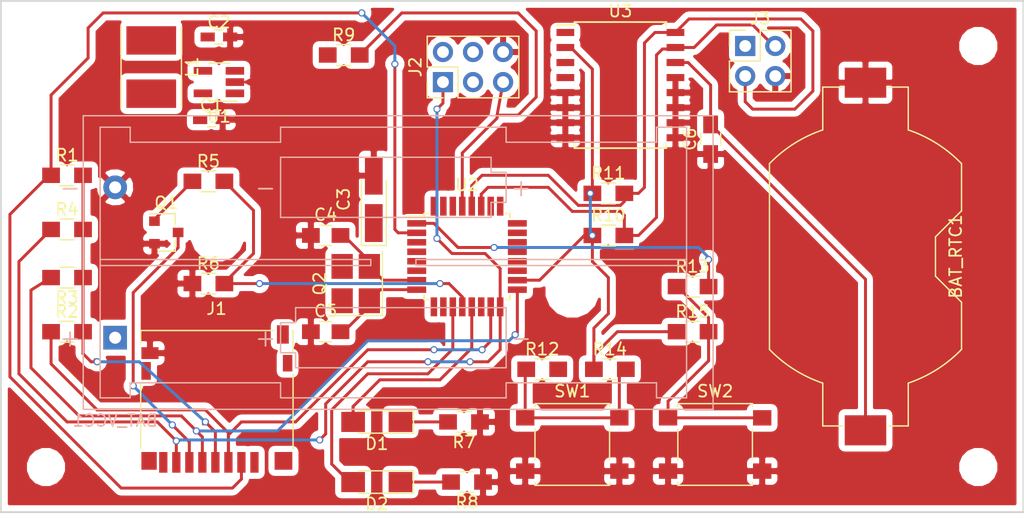
<source format=kicad_pcb>
(kicad_pcb (version 4) (host pcbnew 4.0.7)

  (general
    (links 93)
    (no_connects 21)
    (area 96.444999 58.344999 182.955001 101.675001)
    (thickness 1.6)
    (drawings 4)
    (tracks 237)
    (zones 0)
    (modules 40)
    (nets 45)
  )

  (page A4)
  (layers
    (0 F.Cu signal)
    (31 B.Cu signal)
    (32 B.Adhes user)
    (33 F.Adhes user)
    (34 B.Paste user)
    (35 F.Paste user)
    (36 B.SilkS user)
    (37 F.SilkS user)
    (38 B.Mask user)
    (39 F.Mask user)
    (40 Dwgs.User user)
    (41 Cmts.User user)
    (42 Eco1.User user)
    (43 Eco2.User user)
    (44 Edge.Cuts user)
    (45 Margin user)
    (46 B.CrtYd user)
    (47 F.CrtYd user)
    (48 B.Fab user)
    (49 F.Fab user)
  )

  (setup
    (last_trace_width 0.25)
    (user_trace_width 0.35)
    (trace_clearance 0.2)
    (zone_clearance 0.508)
    (zone_45_only no)
    (trace_min 0.2)
    (segment_width 0.2)
    (edge_width 0.15)
    (via_size 0.6)
    (via_drill 0.4)
    (via_min_size 0.4)
    (via_min_drill 0.3)
    (uvia_size 0.3)
    (uvia_drill 0.1)
    (uvias_allowed no)
    (uvia_min_size 0.2)
    (uvia_min_drill 0.1)
    (pcb_text_width 0.3)
    (pcb_text_size 1.5 1.5)
    (mod_edge_width 0.15)
    (mod_text_size 1 1)
    (mod_text_width 0.15)
    (pad_size 1.524 1.524)
    (pad_drill 0.762)
    (pad_to_mask_clearance 0.2)
    (aux_axis_origin 0 0)
    (visible_elements 7FFFFFFF)
    (pcbplotparams
      (layerselection 0x00030_80000001)
      (usegerberextensions false)
      (excludeedgelayer true)
      (linewidth 0.100000)
      (plotframeref false)
      (viasonmask false)
      (mode 1)
      (useauxorigin false)
      (hpglpennumber 1)
      (hpglpenspeed 20)
      (hpglpendiameter 15)
      (hpglpenoverlay 2)
      (psnegative false)
      (psa4output false)
      (plotreference true)
      (plotvalue true)
      (plotinvisibletext false)
      (padsonsilk false)
      (subtractmaskfromsilk false)
      (outputformat 1)
      (mirror false)
      (drillshape 1)
      (scaleselection 1)
      (outputdirectory ""))
  )

  (net 0 "")
  (net 1 GND)
  (net 2 VCC)
  (net 3 "Net-(C4-Pad2)")
  (net 4 "Net-(D1-Pad1)")
  (net 5 "Net-(D2-Pad1)")
  (net 6 "Net-(D2-Pad2)")
  (net 7 "Net-(J1-Pad6)")
  (net 8 MISO)
  (net 9 "Net-(J1-Pad8)")
  (net 10 SCK)
  (net 11 "Net-(J1-Pad1)")
  (net 12 CS)
  (net 13 MOSI)
  (net 14 RESET)
  (net 15 SDA)
  (net 16 SCL)
  (net 17 BTN_A)
  (net 18 BTN_B)
  (net 19 SD_TOGGLE)
  (net 20 "Net-(U3-Pad3)")
  (net 21 "Net-(BAT_RTC1-Pad1)")
  (net 22 "Net-(BAT_VCC1-Pad1)")
  (net 23 "Net-(C5-Pad2)")
  (net 24 "Net-(D1-Pad2)")
  (net 25 "Net-(L1-Pad1)")
  (net 26 "Net-(Q1-Pad1)")
  (net 27 "Net-(R12-Pad1)")
  (net 28 "Net-(R13-Pad1)")
  (net 29 "Net-(U2-Pad9)")
  (net 30 "Net-(U2-Pad10)")
  (net 31 "Net-(U2-Pad14)")
  (net 32 "Net-(U2-Pad19)")
  (net 33 "Net-(U2-Pad20)")
  (net 34 "Net-(U2-Pad22)")
  (net 35 "Net-(U2-Pad23)")
  (net 36 "Net-(U2-Pad24)")
  (net 37 "Net-(U2-Pad25)")
  (net 38 "Net-(U2-Pad26)")
  (net 39 "Net-(U2-Pad30)")
  (net 40 "Net-(U2-Pad31)")
  (net 41 "Net-(U3-Pad1)")
  (net 42 "Net-(U3-Pad4)")
  (net 43 "Net-(J2-Pad2)")
  (net 44 "Net-(J3-Pad1)")

  (net_class Default "This is the default net class."
    (clearance 0.2)
    (trace_width 0.25)
    (via_dia 0.6)
    (via_drill 0.4)
    (uvia_dia 0.3)
    (uvia_drill 0.1)
    (add_net BTN_A)
    (add_net BTN_B)
    (add_net CS)
    (add_net GND)
    (add_net MISO)
    (add_net MOSI)
    (add_net "Net-(BAT_RTC1-Pad1)")
    (add_net "Net-(BAT_VCC1-Pad1)")
    (add_net "Net-(C4-Pad2)")
    (add_net "Net-(C5-Pad2)")
    (add_net "Net-(D1-Pad1)")
    (add_net "Net-(D1-Pad2)")
    (add_net "Net-(D2-Pad1)")
    (add_net "Net-(D2-Pad2)")
    (add_net "Net-(J1-Pad1)")
    (add_net "Net-(J1-Pad6)")
    (add_net "Net-(J1-Pad8)")
    (add_net "Net-(J2-Pad2)")
    (add_net "Net-(J3-Pad1)")
    (add_net "Net-(L1-Pad1)")
    (add_net "Net-(Q1-Pad1)")
    (add_net "Net-(R12-Pad1)")
    (add_net "Net-(R13-Pad1)")
    (add_net "Net-(U2-Pad10)")
    (add_net "Net-(U2-Pad14)")
    (add_net "Net-(U2-Pad19)")
    (add_net "Net-(U2-Pad20)")
    (add_net "Net-(U2-Pad22)")
    (add_net "Net-(U2-Pad23)")
    (add_net "Net-(U2-Pad24)")
    (add_net "Net-(U2-Pad25)")
    (add_net "Net-(U2-Pad26)")
    (add_net "Net-(U2-Pad30)")
    (add_net "Net-(U2-Pad31)")
    (add_net "Net-(U2-Pad9)")
    (add_net "Net-(U3-Pad1)")
    (add_net "Net-(U3-Pad3)")
    (add_net "Net-(U3-Pad4)")
    (add_net RESET)
    (add_net SCK)
    (add_net SCL)
    (add_net SDA)
    (add_net SD_TOGGLE)
    (add_net VCC)
  )

  (module Battery_Holders:Keystone_1058_1x2032-CoinCell (layer F.Cu) (tedit 589EE147) (tstamp 5A552B15)
    (at 169.545 80.01 90)
    (descr http://www.keyelco.com/product-pdf.cfm?p=14028)
    (tags "Keystone type 1058 coin cell retainer")
    (path /5A48319B)
    (attr smd)
    (fp_text reference BAT_RTC1 (at 0 7.62 90) (layer F.SilkS)
      (effects (font (size 1 1) (thickness 0.15)))
    )
    (fp_text value CR2032 (at 0 -9.398 90) (layer F.Fab)
      (effects (font (size 1 1) (thickness 0.15)))
    )
    (fp_arc (start 0 0) (end 11.06 4.11) (angle 139.2) (layer F.CrtYd) (width 0.05))
    (fp_arc (start 0 0) (end -11.06 -4.11) (angle 139.2) (layer F.CrtYd) (width 0.05))
    (fp_line (start 11.06 4.11) (end 16.45 4.11) (layer F.CrtYd) (width 0.05))
    (fp_line (start 16.45 4.11) (end 16.45 -4.11) (layer F.CrtYd) (width 0.05))
    (fp_line (start 16.45 -4.11) (end 11.06 -4.11) (layer F.CrtYd) (width 0.05))
    (fp_line (start -16.45 -4.11) (end -11.06 -4.11) (layer F.CrtYd) (width 0.05))
    (fp_line (start -16.45 -4.11) (end -16.45 4.11) (layer F.CrtYd) (width 0.05))
    (fp_line (start -16.45 4.11) (end -11.06 4.11) (layer F.CrtYd) (width 0.05))
    (fp_arc (start 0 0) (end -10.692 3.61) (angle -27.3) (layer F.SilkS) (width 0.12))
    (fp_arc (start 0 0) (end 10.692 -3.61) (angle -27.3) (layer F.SilkS) (width 0.12))
    (fp_arc (start 0 0) (end 10.692 3.61) (angle 27.3) (layer F.SilkS) (width 0.12))
    (fp_arc (start 0 0) (end -10.692 -3.61) (angle 27.3) (layer F.SilkS) (width 0.12))
    (fp_line (start -14.31 1.9) (end -14.31 3.61) (layer F.SilkS) (width 0.12))
    (fp_line (start -10.692 3.61) (end -14.31 3.61) (layer F.SilkS) (width 0.12))
    (fp_line (start -3.86 8.11) (end -7.8473 8.11) (layer F.SilkS) (width 0.12))
    (fp_line (start -1.66 5.91) (end -3.86 8.11) (layer F.SilkS) (width 0.12))
    (fp_line (start 1.66 5.91) (end -1.66 5.91) (layer F.SilkS) (width 0.12))
    (fp_line (start 1.66 5.91) (end 3.86 8.11) (layer F.SilkS) (width 0.12))
    (fp_line (start 7.8473 8.11) (end 3.86 8.11) (layer F.SilkS) (width 0.12))
    (fp_line (start 14.31 1.9) (end 14.31 3.61) (layer F.SilkS) (width 0.12))
    (fp_line (start 14.31 3.61) (end 10.692 3.61) (layer F.SilkS) (width 0.12))
    (fp_line (start 10.692 -3.61) (end 14.31 -3.61) (layer F.SilkS) (width 0.12))
    (fp_line (start 14.31 -1.9) (end 14.31 -3.61) (layer F.SilkS) (width 0.12))
    (fp_line (start -7.8473 -8.11) (end 7.8473 -8.11) (layer F.SilkS) (width 0.12))
    (fp_line (start -14.31 -1.9) (end -14.31 -3.61) (layer F.SilkS) (width 0.12))
    (fp_line (start -14.31 -3.61) (end -10.692 -3.61) (layer F.SilkS) (width 0.12))
    (fp_arc (start 0 0) (end -10.61275 3.5) (angle -27.4635) (layer F.Fab) (width 0.1))
    (fp_arc (start 0 0) (end 10.61275 -3.5) (angle -27.4635) (layer F.Fab) (width 0.1))
    (fp_arc (start 0 0) (end 10.61275 3.5) (angle 27.4635) (layer F.Fab) (width 0.1))
    (fp_line (start 14.2 1.9) (end 14.2 3.5) (layer F.Fab) (width 0.1))
    (fp_line (start 14.2 3.5) (end 10.61275 3.5) (layer F.Fab) (width 0.1))
    (fp_line (start 10.61275 -3.5) (end 14.2 -3.5) (layer F.Fab) (width 0.1))
    (fp_line (start 14.2 -3.5) (end 14.2 -1.9) (layer F.Fab) (width 0.1))
    (fp_line (start -14.2 1.9) (end -14.2 3.5) (layer F.Fab) (width 0.1))
    (fp_line (start -14.2 3.5) (end -10.61275 3.5) (layer F.Fab) (width 0.1))
    (fp_line (start 3.9 8) (end 7.8026 8) (layer F.Fab) (width 0.1))
    (fp_line (start 1.7 5.8) (end 3.9 8) (layer F.Fab) (width 0.1))
    (fp_line (start -1.7 5.8) (end -3.9 8) (layer F.Fab) (width 0.1))
    (fp_line (start -1.7 5.8) (end 1.7 5.8) (layer F.Fab) (width 0.1))
    (fp_line (start -14.2 -3.5) (end -10.61275 -3.5) (layer F.Fab) (width 0.1))
    (fp_line (start -14.2 -3.5) (end -14.2 -1.9) (layer F.Fab) (width 0.1))
    (fp_line (start -3.9 8) (end -7.8026 8) (layer F.Fab) (width 0.1))
    (fp_line (start -7.8026 -8) (end 7.8026 -8) (layer F.Fab) (width 0.1))
    (fp_arc (start 0 0) (end -10.61275 -3.5) (angle 27.4635) (layer F.Fab) (width 0.1))
    (fp_circle (center 0 0) (end 10 0) (layer Dwgs.User) (width 0.15))
    (pad 1 smd rect (at -14.68 0 90) (size 2.54 3.51) (layers F.Cu F.Paste F.Mask)
      (net 21 "Net-(BAT_RTC1-Pad1)"))
    (pad 2 smd rect (at 14.68 0 90) (size 2.54 3.51) (layers F.Cu F.Paste F.Mask)
      (net 1 GND))
  )

  (module Battery_Holders:Keystone_2468_2xAAA (layer B.Cu) (tedit 57A87332) (tstamp 5A552B1D)
    (at 106.172 86.868)
    (descr "2xAAA cell battery holder, Keystone P/N 2468")
    (tags "AAA battery cell holder")
    (path /5A4F8913)
    (fp_text reference BAT_VCC1 (at 0 7 180) (layer B.SilkS)
      (effects (font (size 1 1) (thickness 0.15)) (justify mirror))
    )
    (fp_text value 2xAAA (at 24.95 -7.8) (layer B.Fab)
      (effects (font (size 1 1) (thickness 0.15)) (justify mirror))
    )
    (fp_text user - (at 34.29 0) (layer B.SilkS)
      (effects (font (size 1.5 1.5) (thickness 0.15)) (justify mirror))
    )
    (fp_text user + (at 12.7 0) (layer B.SilkS)
      (effects (font (size 1.5 1.5) (thickness 0.15)) (justify mirror))
    )
    (fp_line (start 50.9 -19.15) (end 50.9 6.45) (layer B.CrtYd) (width 0.05))
    (fp_line (start -3.1 -19.15) (end 50.9 -19.15) (layer B.CrtYd) (width 0.05))
    (fp_line (start -3.1 6.45) (end -3.1 -19.15) (layer B.CrtYd) (width 0.05))
    (fp_line (start 50.9 6.45) (end -3.1 6.45) (layer B.CrtYd) (width 0.05))
    (fp_line (start 50.5 -18.75) (end 50.5 6.05) (layer B.SilkS) (width 0.12))
    (fp_line (start -2.7 -18.75) (end 50.5 -18.75) (layer B.SilkS) (width 0.12))
    (fp_line (start -2.7 6.05) (end -2.7 -18.75) (layer B.SilkS) (width 0.12))
    (fp_line (start 50.5 6.05) (end -2.7 6.05) (layer B.SilkS) (width 0.12))
    (fp_line (start 13.97 -15.24) (end 13.97 -10.16) (layer B.SilkS) (width 0.12))
    (fp_line (start 13.97 -10.16) (end 31.75 -10.16) (layer B.SilkS) (width 0.12))
    (fp_line (start 31.75 -10.16) (end 31.75 -11.43) (layer B.SilkS) (width 0.12))
    (fp_line (start 31.75 -11.43) (end 33.02 -11.43) (layer B.SilkS) (width 0.12))
    (fp_line (start 33.02 -11.43) (end 33.02 -13.97) (layer B.SilkS) (width 0.12))
    (fp_line (start 33.02 -13.97) (end 31.75 -13.97) (layer B.SilkS) (width 0.12))
    (fp_line (start 31.75 -13.97) (end 31.75 -15.24) (layer B.SilkS) (width 0.12))
    (fp_line (start 31.75 -15.24) (end 13.97 -15.24) (layer B.SilkS) (width 0.12))
    (fp_line (start 33.02 1.27) (end 33.02 -2.54) (layer B.SilkS) (width 0.12))
    (fp_line (start 33.02 -2.54) (end 15.24 -2.54) (layer B.SilkS) (width 0.12))
    (fp_line (start 15.24 -2.54) (end 15.24 -1.27) (layer B.SilkS) (width 0.12))
    (fp_line (start 15.24 -1.27) (end 13.97 -1.27) (layer B.SilkS) (width 0.12))
    (fp_line (start 13.97 -1.27) (end 13.97 1.27) (layer B.SilkS) (width 0.12))
    (fp_line (start 13.97 1.27) (end 15.24 1.27) (layer B.SilkS) (width 0.12))
    (fp_line (start 15.24 1.27) (end 15.24 2.54) (layer B.SilkS) (width 0.12))
    (fp_line (start 15.24 2.54) (end 33.02 2.54) (layer B.SilkS) (width 0.12))
    (fp_line (start 33.02 2.54) (end 33.02 1.27) (layer B.SilkS) (width 0.12))
    (fp_line (start -1.27 -6.096) (end 21.59 -6.096) (layer B.SilkS) (width 0.12))
    (fp_line (start 21.59 -6.096) (end 21.59 -6.604) (layer B.SilkS) (width 0.12))
    (fp_line (start 21.59 -6.604) (end -1.27 -6.604) (layer B.SilkS) (width 0.12))
    (fp_line (start 48.26 -6.096) (end 25.4 -6.096) (layer B.SilkS) (width 0.12))
    (fp_line (start 25.4 -6.096) (end 25.4 -6.604) (layer B.SilkS) (width 0.12))
    (fp_line (start 25.4 -6.604) (end 48.26 -6.604) (layer B.SilkS) (width 0.12))
    (fp_line (start 13.97 -16.51) (end 13.97 -17.78) (layer B.SilkS) (width 0.12))
    (fp_line (start 13.97 -17.78) (end 33.02 -17.78) (layer B.SilkS) (width 0.12))
    (fp_line (start 33.02 -17.78) (end 33.02 -16.51) (layer B.SilkS) (width 0.12))
    (fp_line (start 45.72 3.81) (end 33.02 3.81) (layer B.SilkS) (width 0.12))
    (fp_line (start 33.02 3.81) (end 33.02 5.08) (layer B.SilkS) (width 0.12))
    (fp_line (start 33.02 5.08) (end 13.97 5.08) (layer B.SilkS) (width 0.12))
    (fp_line (start 13.97 5.08) (end 13.97 3.81) (layer B.SilkS) (width 0.12))
    (fp_line (start 45.72 -16.51) (end 33.02 -16.51) (layer B.SilkS) (width 0.12))
    (fp_line (start 1.27 3.81) (end 13.97 3.81) (layer B.SilkS) (width 0.12))
    (fp_line (start 1.27 3.81) (end 1.27 5.08) (layer B.SilkS) (width 0.12))
    (fp_line (start 1.27 5.08) (end -1.27 5.08) (layer B.SilkS) (width 0.12))
    (fp_line (start -1.27 5.08) (end -1.27 -17.78) (layer B.SilkS) (width 0.12))
    (fp_line (start -1.27 -17.78) (end 1.27 -17.78) (layer B.SilkS) (width 0.12))
    (fp_line (start 1.27 -17.78) (end 1.27 -16.51) (layer B.SilkS) (width 0.12))
    (fp_line (start 1.27 -16.51) (end 13.97 -16.51) (layer B.SilkS) (width 0.12))
    (fp_line (start 48.26 5.08) (end 45.72 5.08) (layer B.SilkS) (width 0.12))
    (fp_line (start 45.72 5.08) (end 45.72 3.81) (layer B.SilkS) (width 0.12))
    (fp_line (start 48.26 5.08) (end 48.26 -17.78) (layer B.SilkS) (width 0.12))
    (fp_line (start 48.26 -17.78) (end 45.72 -17.78) (layer B.SilkS) (width 0.12))
    (fp_line (start 45.72 -17.78) (end 45.72 -16.51) (layer B.SilkS) (width 0.12))
    (fp_line (start -2.6 -18.65) (end -2.6 -6.35) (layer B.Fab) (width 0.1))
    (fp_line (start 50.4 -18.65) (end 50.4 5.95) (layer B.Fab) (width 0.1))
    (fp_line (start -2.6 -18.65) (end 50.4 -18.65) (layer B.Fab) (width 0.1))
    (fp_line (start -2.6 -6.35) (end -2.6 5.95) (layer B.Fab) (width 0.1))
    (fp_line (start -2.6 5.95) (end 50.4 5.95) (layer B.Fab) (width 0.1))
    (fp_text user + (at 34.29 -12.7) (layer B.SilkS)
      (effects (font (size 1.5 1.5) (thickness 0.15)) (justify mirror))
    )
    (fp_text user - (at 12.7 -12.7) (layer B.SilkS)
      (effects (font (size 1.5 1.5) (thickness 0.15)) (justify mirror))
    )
    (fp_text user + (at -3.81 0) (layer B.SilkS)
      (effects (font (size 1.5 1.5) (thickness 0.15)) (justify mirror))
    )
    (fp_text user - (at -3.81 -12.7) (layer B.SilkS)
      (effects (font (size 1.5 1.5) (thickness 0.15)) (justify mirror))
    )
    (pad 1 thru_hole rect (at 0 0) (size 2 2) (drill 1.02) (layers *.Cu *.Mask)
      (net 22 "Net-(BAT_VCC1-Pad1)"))
    (pad 2 thru_hole circle (at 0 -12.7) (size 2 2) (drill 1.02) (layers *.Cu *.Mask)
      (net 1 GND))
    (pad "" np_thru_hole circle (at 8.636 -8.6995) (size 3.5 3.5) (drill 3.5) (layers *.Cu *.Mask))
    (pad "" np_thru_hole circle (at 38.608 -3.9624) (size 3.5 3.5) (drill 3.5) (layers *.Cu *.Mask))
  )

  (module Capacitors_SMD:C_0603_HandSoldering (layer F.Cu) (tedit 58AA848B) (tstamp 5A552B23)
    (at 114.3 68.453)
    (descr "Capacitor SMD 0603, hand soldering")
    (tags "capacitor 0603")
    (path /5A5119E3)
    (attr smd)
    (fp_text reference C1 (at 0 -1.25) (layer F.SilkS)
      (effects (font (size 1 1) (thickness 0.15)))
    )
    (fp_text value 10uF (at 0 1.5) (layer F.Fab)
      (effects (font (size 1 1) (thickness 0.15)))
    )
    (fp_text user %R (at 0 -1.25) (layer F.Fab)
      (effects (font (size 1 1) (thickness 0.15)))
    )
    (fp_line (start -0.8 0.4) (end -0.8 -0.4) (layer F.Fab) (width 0.1))
    (fp_line (start 0.8 0.4) (end -0.8 0.4) (layer F.Fab) (width 0.1))
    (fp_line (start 0.8 -0.4) (end 0.8 0.4) (layer F.Fab) (width 0.1))
    (fp_line (start -0.8 -0.4) (end 0.8 -0.4) (layer F.Fab) (width 0.1))
    (fp_line (start -0.35 -0.6) (end 0.35 -0.6) (layer F.SilkS) (width 0.12))
    (fp_line (start 0.35 0.6) (end -0.35 0.6) (layer F.SilkS) (width 0.12))
    (fp_line (start -1.8 -0.65) (end 1.8 -0.65) (layer F.CrtYd) (width 0.05))
    (fp_line (start -1.8 -0.65) (end -1.8 0.65) (layer F.CrtYd) (width 0.05))
    (fp_line (start 1.8 0.65) (end 1.8 -0.65) (layer F.CrtYd) (width 0.05))
    (fp_line (start 1.8 0.65) (end -1.8 0.65) (layer F.CrtYd) (width 0.05))
    (pad 1 smd rect (at -0.95 0) (size 1.2 0.75) (layers F.Cu F.Paste F.Mask)
      (net 22 "Net-(BAT_VCC1-Pad1)"))
    (pad 2 smd rect (at 0.95 0) (size 1.2 0.75) (layers F.Cu F.Paste F.Mask)
      (net 1 GND))
    (model Capacitors_SMD.3dshapes/C_0603.wrl
      (at (xyz 0 0 0))
      (scale (xyz 1 1 1))
      (rotate (xyz 0 0 0))
    )
  )

  (module Capacitors_SMD:C_0603_HandSoldering (layer F.Cu) (tedit 58AA848B) (tstamp 5A552B29)
    (at 114.935 61.468)
    (descr "Capacitor SMD 0603, hand soldering")
    (tags "capacitor 0603")
    (path /5A511A46)
    (attr smd)
    (fp_text reference C2 (at 0 -1.25) (layer F.SilkS)
      (effects (font (size 1 1) (thickness 0.15)))
    )
    (fp_text value 10uF (at 0 1.5) (layer F.Fab)
      (effects (font (size 1 1) (thickness 0.15)))
    )
    (fp_text user %R (at 0 -1.25) (layer F.Fab)
      (effects (font (size 1 1) (thickness 0.15)))
    )
    (fp_line (start -0.8 0.4) (end -0.8 -0.4) (layer F.Fab) (width 0.1))
    (fp_line (start 0.8 0.4) (end -0.8 0.4) (layer F.Fab) (width 0.1))
    (fp_line (start 0.8 -0.4) (end 0.8 0.4) (layer F.Fab) (width 0.1))
    (fp_line (start -0.8 -0.4) (end 0.8 -0.4) (layer F.Fab) (width 0.1))
    (fp_line (start -0.35 -0.6) (end 0.35 -0.6) (layer F.SilkS) (width 0.12))
    (fp_line (start 0.35 0.6) (end -0.35 0.6) (layer F.SilkS) (width 0.12))
    (fp_line (start -1.8 -0.65) (end 1.8 -0.65) (layer F.CrtYd) (width 0.05))
    (fp_line (start -1.8 -0.65) (end -1.8 0.65) (layer F.CrtYd) (width 0.05))
    (fp_line (start 1.8 0.65) (end 1.8 -0.65) (layer F.CrtYd) (width 0.05))
    (fp_line (start 1.8 0.65) (end -1.8 0.65) (layer F.CrtYd) (width 0.05))
    (pad 1 smd rect (at -0.95 0) (size 1.2 0.75) (layers F.Cu F.Paste F.Mask)
      (net 2 VCC))
    (pad 2 smd rect (at 0.95 0) (size 1.2 0.75) (layers F.Cu F.Paste F.Mask)
      (net 1 GND))
    (model Capacitors_SMD.3dshapes/C_0603.wrl
      (at (xyz 0 0 0))
      (scale (xyz 1 1 1))
      (rotate (xyz 0 0 0))
    )
  )

  (module Capacitors_Tantalum_SMD:CP_Tantalum_Case-A_EIA-3216-18_Hand (layer F.Cu) (tedit 58CC8C08) (tstamp 5A552B2F)
    (at 128.016 75.184 90)
    (descr "Tantalum capacitor, Case A, EIA 3216-18, 3.2x1.6x1.6mm, Hand soldering footprint")
    (tags "capacitor tantalum smd")
    (path /5A492D09)
    (attr smd)
    (fp_text reference C3 (at 0 -2.55 90) (layer F.SilkS)
      (effects (font (size 1 1) (thickness 0.15)))
    )
    (fp_text value 0.1uF (at 0 2.55 90) (layer F.Fab)
      (effects (font (size 1 1) (thickness 0.15)))
    )
    (fp_text user %R (at 0 0 90) (layer F.Fab)
      (effects (font (size 0.7 0.7) (thickness 0.105)))
    )
    (fp_line (start -4 -1.2) (end -4 1.2) (layer F.CrtYd) (width 0.05))
    (fp_line (start -4 1.2) (end 4 1.2) (layer F.CrtYd) (width 0.05))
    (fp_line (start 4 1.2) (end 4 -1.2) (layer F.CrtYd) (width 0.05))
    (fp_line (start 4 -1.2) (end -4 -1.2) (layer F.CrtYd) (width 0.05))
    (fp_line (start -1.6 -0.8) (end -1.6 0.8) (layer F.Fab) (width 0.1))
    (fp_line (start -1.6 0.8) (end 1.6 0.8) (layer F.Fab) (width 0.1))
    (fp_line (start 1.6 0.8) (end 1.6 -0.8) (layer F.Fab) (width 0.1))
    (fp_line (start 1.6 -0.8) (end -1.6 -0.8) (layer F.Fab) (width 0.1))
    (fp_line (start -1.28 -0.8) (end -1.28 0.8) (layer F.Fab) (width 0.1))
    (fp_line (start -1.12 -0.8) (end -1.12 0.8) (layer F.Fab) (width 0.1))
    (fp_line (start -3.9 -1.05) (end 1.6 -1.05) (layer F.SilkS) (width 0.12))
    (fp_line (start -3.9 1.05) (end 1.6 1.05) (layer F.SilkS) (width 0.12))
    (fp_line (start -3.9 -1.05) (end -3.9 1.05) (layer F.SilkS) (width 0.12))
    (pad 1 smd rect (at -2 0 90) (size 3.2 1.5) (layers F.Cu F.Paste F.Mask)
      (net 2 VCC))
    (pad 2 smd rect (at 2 0 90) (size 3.2 1.5) (layers F.Cu F.Paste F.Mask)
      (net 1 GND))
    (model Capacitors_Tantalum_SMD.3dshapes/CP_Tantalum_Case-A_EIA-3216-18.wrl
      (at (xyz 0 0 0))
      (scale (xyz 1 1 1))
      (rotate (xyz 0 0 0))
    )
  )

  (module Capacitors_SMD:C_0805_HandSoldering (layer F.Cu) (tedit 58AA84A8) (tstamp 5A552B35)
    (at 123.952 78.232)
    (descr "Capacitor SMD 0805, hand soldering")
    (tags "capacitor 0805")
    (path /5A488007)
    (attr smd)
    (fp_text reference C4 (at 0 -1.75) (layer F.SilkS)
      (effects (font (size 1 1) (thickness 0.15)))
    )
    (fp_text value 22pF (at 0 1.75) (layer F.Fab)
      (effects (font (size 1 1) (thickness 0.15)))
    )
    (fp_text user %R (at 0 -1.75) (layer F.Fab)
      (effects (font (size 1 1) (thickness 0.15)))
    )
    (fp_line (start -1 0.62) (end -1 -0.62) (layer F.Fab) (width 0.1))
    (fp_line (start 1 0.62) (end -1 0.62) (layer F.Fab) (width 0.1))
    (fp_line (start 1 -0.62) (end 1 0.62) (layer F.Fab) (width 0.1))
    (fp_line (start -1 -0.62) (end 1 -0.62) (layer F.Fab) (width 0.1))
    (fp_line (start 0.5 -0.85) (end -0.5 -0.85) (layer F.SilkS) (width 0.12))
    (fp_line (start -0.5 0.85) (end 0.5 0.85) (layer F.SilkS) (width 0.12))
    (fp_line (start -2.25 -0.88) (end 2.25 -0.88) (layer F.CrtYd) (width 0.05))
    (fp_line (start -2.25 -0.88) (end -2.25 0.87) (layer F.CrtYd) (width 0.05))
    (fp_line (start 2.25 0.87) (end 2.25 -0.88) (layer F.CrtYd) (width 0.05))
    (fp_line (start 2.25 0.87) (end -2.25 0.87) (layer F.CrtYd) (width 0.05))
    (pad 1 smd rect (at -1.25 0) (size 1.5 1.25) (layers F.Cu F.Paste F.Mask)
      (net 1 GND))
    (pad 2 smd rect (at 1.25 0) (size 1.5 1.25) (layers F.Cu F.Paste F.Mask)
      (net 3 "Net-(C4-Pad2)"))
    (model Capacitors_SMD.3dshapes/C_0805.wrl
      (at (xyz 0 0 0))
      (scale (xyz 1 1 1))
      (rotate (xyz 0 0 0))
    )
  )

  (module Capacitors_SMD:C_0805_HandSoldering (layer F.Cu) (tedit 58AA84A8) (tstamp 5A552B3B)
    (at 123.952 86.36)
    (descr "Capacitor SMD 0805, hand soldering")
    (tags "capacitor 0805")
    (path /5A48803E)
    (attr smd)
    (fp_text reference C5 (at 0 -1.75) (layer F.SilkS)
      (effects (font (size 1 1) (thickness 0.15)))
    )
    (fp_text value 22pF (at 0 1.75) (layer F.Fab)
      (effects (font (size 1 1) (thickness 0.15)))
    )
    (fp_text user %R (at 0 -1.75) (layer F.Fab)
      (effects (font (size 1 1) (thickness 0.15)))
    )
    (fp_line (start -1 0.62) (end -1 -0.62) (layer F.Fab) (width 0.1))
    (fp_line (start 1 0.62) (end -1 0.62) (layer F.Fab) (width 0.1))
    (fp_line (start 1 -0.62) (end 1 0.62) (layer F.Fab) (width 0.1))
    (fp_line (start -1 -0.62) (end 1 -0.62) (layer F.Fab) (width 0.1))
    (fp_line (start 0.5 -0.85) (end -0.5 -0.85) (layer F.SilkS) (width 0.12))
    (fp_line (start -0.5 0.85) (end 0.5 0.85) (layer F.SilkS) (width 0.12))
    (fp_line (start -2.25 -0.88) (end 2.25 -0.88) (layer F.CrtYd) (width 0.05))
    (fp_line (start -2.25 -0.88) (end -2.25 0.87) (layer F.CrtYd) (width 0.05))
    (fp_line (start 2.25 0.87) (end 2.25 -0.88) (layer F.CrtYd) (width 0.05))
    (fp_line (start 2.25 0.87) (end -2.25 0.87) (layer F.CrtYd) (width 0.05))
    (pad 1 smd rect (at -1.25 0) (size 1.5 1.25) (layers F.Cu F.Paste F.Mask)
      (net 1 GND))
    (pad 2 smd rect (at 1.25 0) (size 1.5 1.25) (layers F.Cu F.Paste F.Mask)
      (net 23 "Net-(C5-Pad2)"))
    (model Capacitors_SMD.3dshapes/C_0805.wrl
      (at (xyz 0 0 0))
      (scale (xyz 1 1 1))
      (rotate (xyz 0 0 0))
    )
  )

  (module Capacitors_SMD:C_0805_HandSoldering (layer F.Cu) (tedit 58AA84A8) (tstamp 5A552B41)
    (at 156.464 70.104 90)
    (descr "Capacitor SMD 0805, hand soldering")
    (tags "capacitor 0805")
    (path /5A5473CA)
    (attr smd)
    (fp_text reference C6 (at 0 -1.75 90) (layer F.SilkS)
      (effects (font (size 1 1) (thickness 0.15)))
    )
    (fp_text value 10uF (at 0 1.75 90) (layer F.Fab)
      (effects (font (size 1 1) (thickness 0.15)))
    )
    (fp_text user %R (at 0 -1.75 90) (layer F.Fab)
      (effects (font (size 1 1) (thickness 0.15)))
    )
    (fp_line (start -1 0.62) (end -1 -0.62) (layer F.Fab) (width 0.1))
    (fp_line (start 1 0.62) (end -1 0.62) (layer F.Fab) (width 0.1))
    (fp_line (start 1 -0.62) (end 1 0.62) (layer F.Fab) (width 0.1))
    (fp_line (start -1 -0.62) (end 1 -0.62) (layer F.Fab) (width 0.1))
    (fp_line (start 0.5 -0.85) (end -0.5 -0.85) (layer F.SilkS) (width 0.12))
    (fp_line (start -0.5 0.85) (end 0.5 0.85) (layer F.SilkS) (width 0.12))
    (fp_line (start -2.25 -0.88) (end 2.25 -0.88) (layer F.CrtYd) (width 0.05))
    (fp_line (start -2.25 -0.88) (end -2.25 0.87) (layer F.CrtYd) (width 0.05))
    (fp_line (start 2.25 0.87) (end 2.25 -0.88) (layer F.CrtYd) (width 0.05))
    (fp_line (start 2.25 0.87) (end -2.25 0.87) (layer F.CrtYd) (width 0.05))
    (pad 1 smd rect (at -1.25 0 90) (size 1.5 1.25) (layers F.Cu F.Paste F.Mask)
      (net 1 GND))
    (pad 2 smd rect (at 1.25 0 90) (size 1.5 1.25) (layers F.Cu F.Paste F.Mask)
      (net 21 "Net-(BAT_RTC1-Pad1)"))
    (model Capacitors_SMD.3dshapes/C_0805.wrl
      (at (xyz 0 0 0))
      (scale (xyz 1 1 1))
      (rotate (xyz 0 0 0))
    )
  )

  (module LEDs:LED_1206_HandSoldering (layer F.Cu) (tedit 595FC724) (tstamp 5A552B47)
    (at 128.27 93.98 180)
    (descr "LED SMD 1206, hand soldering")
    (tags "LED 1206")
    (path /5A4C4AB8)
    (attr smd)
    (fp_text reference D1 (at 0 -1.85 180) (layer F.SilkS)
      (effects (font (size 1 1) (thickness 0.15)))
    )
    (fp_text value RED (at 0 1.9 180) (layer F.Fab)
      (effects (font (size 1 1) (thickness 0.15)))
    )
    (fp_line (start -3.1 -0.95) (end -3.1 0.95) (layer F.SilkS) (width 0.12))
    (fp_line (start -0.4 0) (end 0.2 -0.4) (layer F.Fab) (width 0.1))
    (fp_line (start 0.2 -0.4) (end 0.2 0.4) (layer F.Fab) (width 0.1))
    (fp_line (start 0.2 0.4) (end -0.4 0) (layer F.Fab) (width 0.1))
    (fp_line (start -0.45 -0.4) (end -0.45 0.4) (layer F.Fab) (width 0.1))
    (fp_line (start -1.6 0.8) (end -1.6 -0.8) (layer F.Fab) (width 0.1))
    (fp_line (start 1.6 0.8) (end -1.6 0.8) (layer F.Fab) (width 0.1))
    (fp_line (start 1.6 -0.8) (end 1.6 0.8) (layer F.Fab) (width 0.1))
    (fp_line (start -1.6 -0.8) (end 1.6 -0.8) (layer F.Fab) (width 0.1))
    (fp_line (start -3.1 0.95) (end 1.6 0.95) (layer F.SilkS) (width 0.12))
    (fp_line (start -3.1 -0.95) (end 1.6 -0.95) (layer F.SilkS) (width 0.12))
    (fp_line (start -3.25 -1.11) (end 3.25 -1.11) (layer F.CrtYd) (width 0.05))
    (fp_line (start -3.25 -1.11) (end -3.25 1.1) (layer F.CrtYd) (width 0.05))
    (fp_line (start 3.25 1.1) (end 3.25 -1.11) (layer F.CrtYd) (width 0.05))
    (fp_line (start 3.25 1.1) (end -3.25 1.1) (layer F.CrtYd) (width 0.05))
    (pad 1 smd rect (at -2 0 180) (size 2 1.7) (layers F.Cu F.Paste F.Mask)
      (net 4 "Net-(D1-Pad1)"))
    (pad 2 smd rect (at 2 0 180) (size 2 1.7) (layers F.Cu F.Paste F.Mask)
      (net 24 "Net-(D1-Pad2)"))
    (model ${KISYS3DMOD}/LEDs.3dshapes/LED_1206.wrl
      (at (xyz 0 0 0))
      (scale (xyz 1 1 1))
      (rotate (xyz 0 0 180))
    )
  )

  (module LEDs:LED_1206_HandSoldering (layer F.Cu) (tedit 595FC724) (tstamp 5A552B4D)
    (at 128.27 99.06 180)
    (descr "LED SMD 1206, hand soldering")
    (tags "LED 1206")
    (path /5A4C43EA)
    (attr smd)
    (fp_text reference D2 (at 0 -1.85 180) (layer F.SilkS)
      (effects (font (size 1 1) (thickness 0.15)))
    )
    (fp_text value GREEN (at 0 1.9 180) (layer F.Fab)
      (effects (font (size 1 1) (thickness 0.15)))
    )
    (fp_line (start -3.1 -0.95) (end -3.1 0.95) (layer F.SilkS) (width 0.12))
    (fp_line (start -0.4 0) (end 0.2 -0.4) (layer F.Fab) (width 0.1))
    (fp_line (start 0.2 -0.4) (end 0.2 0.4) (layer F.Fab) (width 0.1))
    (fp_line (start 0.2 0.4) (end -0.4 0) (layer F.Fab) (width 0.1))
    (fp_line (start -0.45 -0.4) (end -0.45 0.4) (layer F.Fab) (width 0.1))
    (fp_line (start -1.6 0.8) (end -1.6 -0.8) (layer F.Fab) (width 0.1))
    (fp_line (start 1.6 0.8) (end -1.6 0.8) (layer F.Fab) (width 0.1))
    (fp_line (start 1.6 -0.8) (end 1.6 0.8) (layer F.Fab) (width 0.1))
    (fp_line (start -1.6 -0.8) (end 1.6 -0.8) (layer F.Fab) (width 0.1))
    (fp_line (start -3.1 0.95) (end 1.6 0.95) (layer F.SilkS) (width 0.12))
    (fp_line (start -3.1 -0.95) (end 1.6 -0.95) (layer F.SilkS) (width 0.12))
    (fp_line (start -3.25 -1.11) (end 3.25 -1.11) (layer F.CrtYd) (width 0.05))
    (fp_line (start -3.25 -1.11) (end -3.25 1.1) (layer F.CrtYd) (width 0.05))
    (fp_line (start 3.25 1.1) (end 3.25 -1.11) (layer F.CrtYd) (width 0.05))
    (fp_line (start 3.25 1.1) (end -3.25 1.1) (layer F.CrtYd) (width 0.05))
    (pad 1 smd rect (at -2 0 180) (size 2 1.7) (layers F.Cu F.Paste F.Mask)
      (net 5 "Net-(D2-Pad1)"))
    (pad 2 smd rect (at 2 0 180) (size 2 1.7) (layers F.Cu F.Paste F.Mask)
      (net 6 "Net-(D2-Pad2)"))
    (model ${KISYS3DMOD}/LEDs.3dshapes/LED_1206.wrl
      (at (xyz 0 0 0))
      (scale (xyz 1 1 1))
      (rotate (xyz 0 0 180))
    )
  )

  (module Connectors_Card:Hirose_DM3D-SF (layer F.Cu) (tedit 597F963C) (tstamp 5A552B5F)
    (at 110.236 96.52)
    (descr "Micro SD, SMD, right-angle, push-pull (https://media.digikey.com/PDF/Data%20Sheets/Hirose%20PDFs/DM3D-SF.pdf)")
    (tags "Micro SD")
    (path /5A4830DE)
    (attr smd)
    (fp_text reference J1 (at 4.5 -12.1) (layer F.SilkS)
      (effects (font (size 1 1) (thickness 0.15)))
    )
    (fp_text value Micro_SD_Card (at 4.5 2.5) (layer F.Fab)
      (effects (font (size 1 1) (thickness 0.15)))
    )
    (fp_text user KEEPOUT (at 4.25 -5) (layer Cmts.User)
      (effects (font (size 1 1) (thickness 0.1)))
    )
    (fp_line (start 10.96 -6.55) (end 10.96 -0.25) (layer F.SilkS) (width 0.12))
    (fp_line (start -1.91 -5.85) (end -1.91 -0.25) (layer F.SilkS) (width 0.12))
    (fp_line (start 10.96 -10.26) (end 10.96 -8.45) (layer F.SilkS) (width 0.12))
    (fp_line (start -1.91 -10.26) (end 9.35 -10.26) (layer F.SilkS) (width 0.12))
    (fp_line (start -1.91 -9.1) (end -1.91 -10.26) (layer F.SilkS) (width 0.12))
    (fp_arc (start 9.5 5.1) (end 10 5.1) (angle 90) (layer F.Fab) (width 0.1))
    (fp_arc (start -0.5 5.1) (end -0.5 5.6) (angle 90) (layer F.Fab) (width 0.1))
    (fp_line (start 10 5.1) (end 10 1.25) (layer F.Fab) (width 0.1))
    (fp_line (start -0.5 5.6) (end 9.5 5.6) (layer F.Fab) (width 0.1))
    (fp_line (start -1 1.25) (end -1 5.1) (layer F.Fab) (width 0.1))
    (fp_arc (start -0.25 -0.05) (end -0.75 -0.05) (angle 90) (layer F.Fab) (width 0.1))
    (fp_arc (start -1 1) (end -0.75 1) (angle 90) (layer F.Fab) (width 0.1))
    (fp_arc (start 9.25 -0.05) (end 9.25 -0.55) (angle 90) (layer F.Fab) (width 0.1))
    (fp_arc (start 10 1) (end 10 1.25) (angle 90) (layer F.Fab) (width 0.1))
    (fp_line (start 10 1.25) (end 10.9 1.25) (layer F.Fab) (width 0.1))
    (fp_line (start 9.75 1) (end 9.75 -0.05) (layer F.Fab) (width 0.1))
    (fp_line (start -0.75 1) (end -0.75 -0.05) (layer F.Fab) (width 0.1))
    (fp_line (start -1.85 1.25) (end -1 1.25) (layer F.Fab) (width 0.1))
    (fp_line (start -0.25 -0.55) (end 9.25 -0.55) (layer F.Fab) (width 0.1))
    (fp_line (start -1 -10.2) (end -1 -11.45) (layer F.Fab) (width 0.1))
    (fp_line (start 8.7 -10.2) (end 8.7 -11.45) (layer F.Fab) (width 0.1))
    (fp_line (start -1 -11.45) (end 8.7 -11.45) (layer F.Fab) (width 0.1))
    (fp_line (start 4.5 -8.35) (end 5 -10.2) (layer Dwgs.User) (width 0.1))
    (fp_line (start 4.5 -10.2) (end 4 -8.35) (layer Dwgs.User) (width 0.1))
    (fp_line (start 3.5 -8.35) (end 4 -10.2) (layer Dwgs.User) (width 0.1))
    (fp_line (start 3.5 -10.2) (end 3 -8.35) (layer Dwgs.User) (width 0.1))
    (fp_line (start 2.6 -8.35) (end 3 -10.2) (layer Dwgs.User) (width 0.1))
    (fp_line (start 5.05 -8.35) (end 5.05 -10.2) (layer Dwgs.User) (width 0.1))
    (fp_line (start 2.55 -10.2) (end 2.55 -8.35) (layer Dwgs.User) (width 0.1))
    (fp_line (start -1.85 -10.2) (end 10.9 -10.2) (layer F.Fab) (width 0.1))
    (fp_line (start 1.3 -6) (end 1.8 -6) (layer Dwgs.User) (width 0.1))
    (fp_line (start 0.6 -4) (end 1.3 -6) (layer Dwgs.User) (width 0.1))
    (fp_line (start 0.3 -6) (end 0.8 -6) (layer Dwgs.User) (width 0.1))
    (fp_line (start -0.4 -4) (end 0.3 -6) (layer Dwgs.User) (width 0.1))
    (fp_line (start -0.4 -6) (end -0.4 -4) (layer Dwgs.User) (width 0.1))
    (fp_text user %R (at 4.5 -3) (layer F.Fab)
      (effects (font (size 1 1) (thickness 0.1)))
    )
    (fp_line (start -2.4 1.8) (end -2.4 -11.2) (layer F.CrtYd) (width 0.05))
    (fp_line (start 11.4 1.8) (end -2.4 1.8) (layer F.CrtYd) (width 0.05))
    (fp_line (start 11.4 -11.2) (end 11.4 1.8) (layer F.CrtYd) (width 0.05))
    (fp_line (start -2.4 -11.2) (end 11.4 -11.2) (layer F.CrtYd) (width 0.05))
    (fp_line (start -0.4 -6) (end 8.1 -6) (layer Dwgs.User) (width 0.1))
    (fp_line (start 5.05 -8.35) (end 2.55 -8.35) (layer Dwgs.User) (width 0.1))
    (fp_line (start -0.4 -4) (end 8.1 -4) (layer Dwgs.User) (width 0.1))
    (fp_line (start -1.85 1.25) (end -1.85 -10.2) (layer F.Fab) (width 0.1))
    (fp_line (start 0.1 -4) (end 0.8 -6) (layer Dwgs.User) (width 0.1))
    (fp_line (start 1.1 -4) (end 1.8 -6) (layer Dwgs.User) (width 0.1))
    (fp_line (start 1.6 -4) (end 2.3 -6) (layer Dwgs.User) (width 0.1))
    (fp_line (start 2.1 -4) (end 2.8 -6) (layer Dwgs.User) (width 0.1))
    (fp_line (start 2.6 -4) (end 3.3 -6) (layer Dwgs.User) (width 0.1))
    (fp_line (start 3.1 -4) (end 3.8 -6) (layer Dwgs.User) (width 0.1))
    (fp_line (start 3.6 -4) (end 4.3 -6) (layer Dwgs.User) (width 0.1))
    (fp_line (start 4.1 -4) (end 4.8 -6) (layer Dwgs.User) (width 0.1))
    (fp_line (start 4.6 -4) (end 5.3 -6) (layer Dwgs.User) (width 0.1))
    (fp_line (start 5.1 -4) (end 5.8 -6) (layer Dwgs.User) (width 0.1))
    (fp_line (start 5.6 -4) (end 6.3 -6) (layer Dwgs.User) (width 0.1))
    (fp_line (start 6.1 -4) (end 6.8 -6) (layer Dwgs.User) (width 0.1))
    (fp_line (start 6.6 -4) (end 7.3 -6) (layer Dwgs.User) (width 0.1))
    (fp_line (start 7.1 -4) (end 7.8 -6) (layer Dwgs.User) (width 0.1))
    (fp_line (start 7.6 -4) (end 8.1 -5.45) (layer Dwgs.User) (width 0.1))
    (fp_line (start 8.1 -4) (end 8.1 -6) (layer Dwgs.User) (width 0.1))
    (fp_line (start 10.9 1.25) (end 10.9 -10.2) (layer F.Fab) (width 0.1))
    (fp_line (start 5.05 -10.2) (end 2.55 -10.2) (layer Dwgs.User) (width 0.1))
    (fp_line (start 10.85 -10.26) (end 10.96 -10.26) (layer F.SilkS) (width 0.12))
    (fp_text user KEEPOUT (at 3.8 -9.275) (layer Cmts.User)
      (effects (font (size 0.4 0.4) (thickness 0.06)))
    )
    (pad 8 smd rect (at 0 0.875) (size 0.7 1.75) (layers F.Cu F.Paste F.Mask)
      (net 9 "Net-(J1-Pad8)"))
    (pad 11 smd rect (at -1.2 0.75) (size 1.3 1.5) (layers F.Cu F.Paste F.Mask))
    (pad 11 smd rect (at -1.45 -6.85) (size 0.8 1.5) (layers F.Cu F.Paste F.Mask))
    (pad 9 smd rect (at -1.125 -8.35) (size 1.45 1) (layers F.Cu F.Paste F.Mask)
      (net 1 GND))
    (pad 11 smd rect (at 10.5 -7.5) (size 0.8 1.4) (layers F.Cu F.Paste F.Mask))
    (pad 7 smd rect (at 1.1 0.875) (size 0.7 1.75) (layers F.Cu F.Paste F.Mask)
      (net 8 MISO))
    (pad 6 smd rect (at 2.2 0.875) (size 0.7 1.75) (layers F.Cu F.Paste F.Mask)
      (net 7 "Net-(J1-Pad6)"))
    (pad 5 smd rect (at 3.3 0.875) (size 0.7 1.75) (layers F.Cu F.Paste F.Mask)
      (net 10 SCK))
    (pad 4 smd rect (at 4.4 0.875) (size 0.7 1.75) (layers F.Cu F.Paste F.Mask)
      (net 2 VCC))
    (pad 3 smd rect (at 5.5 0.875) (size 0.7 1.75) (layers F.Cu F.Paste F.Mask)
      (net 13 MOSI))
    (pad 2 smd rect (at 6.6 0.875) (size 0.7 1.75) (layers F.Cu F.Paste F.Mask)
      (net 12 CS))
    (pad 1 smd rect (at 7.7 0.875) (size 0.7 1.75) (layers F.Cu F.Paste F.Mask)
      (net 11 "Net-(J1-Pad1)"))
    (pad 11 smd rect (at 10.15 0.75) (size 1.5 1.5) (layers F.Cu F.Paste F.Mask))
    (pad 10 smd rect (at 10.1 -9.925) (size 1 1.55) (layers F.Cu F.Paste F.Mask))
    (model ${KISYS3DMOD}/Connectors_Card.3dshapes/Hirose_DM3D-SF.wrl
      (at (xyz 0 0 0))
      (scale (xyz 1 1 1))
      (rotate (xyz 0 0 0))
    )
  )

  (module Pin_Headers:Pin_Header_Straight_2x03_Pitch2.54mm (layer F.Cu) (tedit 59650532) (tstamp 5A552B69)
    (at 133.858 65.278 90)
    (descr "Through hole straight pin header, 2x03, 2.54mm pitch, double rows")
    (tags "Through hole pin header THT 2x03 2.54mm double row")
    (path /5A4DE5DB)
    (fp_text reference J2 (at 1.27 -2.33 90) (layer F.SilkS)
      (effects (font (size 1 1) (thickness 0.15)))
    )
    (fp_text value ICSP (at 1.27 7.41 90) (layer F.Fab)
      (effects (font (size 1 1) (thickness 0.15)))
    )
    (fp_line (start 0 -1.27) (end 3.81 -1.27) (layer F.Fab) (width 0.1))
    (fp_line (start 3.81 -1.27) (end 3.81 6.35) (layer F.Fab) (width 0.1))
    (fp_line (start 3.81 6.35) (end -1.27 6.35) (layer F.Fab) (width 0.1))
    (fp_line (start -1.27 6.35) (end -1.27 0) (layer F.Fab) (width 0.1))
    (fp_line (start -1.27 0) (end 0 -1.27) (layer F.Fab) (width 0.1))
    (fp_line (start -1.33 6.41) (end 3.87 6.41) (layer F.SilkS) (width 0.12))
    (fp_line (start -1.33 1.27) (end -1.33 6.41) (layer F.SilkS) (width 0.12))
    (fp_line (start 3.87 -1.33) (end 3.87 6.41) (layer F.SilkS) (width 0.12))
    (fp_line (start -1.33 1.27) (end 1.27 1.27) (layer F.SilkS) (width 0.12))
    (fp_line (start 1.27 1.27) (end 1.27 -1.33) (layer F.SilkS) (width 0.12))
    (fp_line (start 1.27 -1.33) (end 3.87 -1.33) (layer F.SilkS) (width 0.12))
    (fp_line (start -1.33 0) (end -1.33 -1.33) (layer F.SilkS) (width 0.12))
    (fp_line (start -1.33 -1.33) (end 0 -1.33) (layer F.SilkS) (width 0.12))
    (fp_line (start -1.8 -1.8) (end -1.8 6.85) (layer F.CrtYd) (width 0.05))
    (fp_line (start -1.8 6.85) (end 4.35 6.85) (layer F.CrtYd) (width 0.05))
    (fp_line (start 4.35 6.85) (end 4.35 -1.8) (layer F.CrtYd) (width 0.05))
    (fp_line (start 4.35 -1.8) (end -1.8 -1.8) (layer F.CrtYd) (width 0.05))
    (fp_text user %R (at 1.27 2.54 180) (layer F.Fab)
      (effects (font (size 1 1) (thickness 0.15)))
    )
    (pad 1 thru_hole rect (at 0 0 90) (size 1.7 1.7) (drill 1) (layers *.Cu *.Mask)
      (net 8 MISO))
    (pad 2 thru_hole oval (at 2.54 0 90) (size 1.7 1.7) (drill 1) (layers *.Cu *.Mask)
      (net 43 "Net-(J2-Pad2)"))
    (pad 3 thru_hole oval (at 0 2.54 90) (size 1.7 1.7) (drill 1) (layers *.Cu *.Mask)
      (net 10 SCK))
    (pad 4 thru_hole oval (at 2.54 2.54 90) (size 1.7 1.7) (drill 1) (layers *.Cu *.Mask)
      (net 13 MOSI))
    (pad 5 thru_hole oval (at 0 5.08 90) (size 1.7 1.7) (drill 1) (layers *.Cu *.Mask)
      (net 14 RESET))
    (pad 6 thru_hole oval (at 2.54 5.08 90) (size 1.7 1.7) (drill 1) (layers *.Cu *.Mask)
      (net 1 GND))
    (model ${KISYS3DMOD}/Pin_Headers.3dshapes/Pin_Header_Straight_2x03_Pitch2.54mm.wrl
      (at (xyz 0 0 0))
      (scale (xyz 1 1 1))
      (rotate (xyz 0 0 0))
    )
  )

  (module Pin_Headers:Pin_Header_Straight_2x02_Pitch2.54mm (layer F.Cu) (tedit 59650532) (tstamp 5A552B71)
    (at 159.385 62.23)
    (descr "Through hole straight pin header, 2x02, 2.54mm pitch, double rows")
    (tags "Through hole pin header THT 2x02 2.54mm double row")
    (path /5A525AA3)
    (fp_text reference J3 (at 1.27 -2.33) (layer F.SilkS)
      (effects (font (size 1 1) (thickness 0.15)))
    )
    (fp_text value RTC_ICSP (at 1.27 4.87) (layer F.Fab)
      (effects (font (size 1 1) (thickness 0.15)))
    )
    (fp_line (start 0 -1.27) (end 3.81 -1.27) (layer F.Fab) (width 0.1))
    (fp_line (start 3.81 -1.27) (end 3.81 3.81) (layer F.Fab) (width 0.1))
    (fp_line (start 3.81 3.81) (end -1.27 3.81) (layer F.Fab) (width 0.1))
    (fp_line (start -1.27 3.81) (end -1.27 0) (layer F.Fab) (width 0.1))
    (fp_line (start -1.27 0) (end 0 -1.27) (layer F.Fab) (width 0.1))
    (fp_line (start -1.33 3.87) (end 3.87 3.87) (layer F.SilkS) (width 0.12))
    (fp_line (start -1.33 1.27) (end -1.33 3.87) (layer F.SilkS) (width 0.12))
    (fp_line (start 3.87 -1.33) (end 3.87 3.87) (layer F.SilkS) (width 0.12))
    (fp_line (start -1.33 1.27) (end 1.27 1.27) (layer F.SilkS) (width 0.12))
    (fp_line (start 1.27 1.27) (end 1.27 -1.33) (layer F.SilkS) (width 0.12))
    (fp_line (start 1.27 -1.33) (end 3.87 -1.33) (layer F.SilkS) (width 0.12))
    (fp_line (start -1.33 0) (end -1.33 -1.33) (layer F.SilkS) (width 0.12))
    (fp_line (start -1.33 -1.33) (end 0 -1.33) (layer F.SilkS) (width 0.12))
    (fp_line (start -1.8 -1.8) (end -1.8 4.35) (layer F.CrtYd) (width 0.05))
    (fp_line (start -1.8 4.35) (end 4.35 4.35) (layer F.CrtYd) (width 0.05))
    (fp_line (start 4.35 4.35) (end 4.35 -1.8) (layer F.CrtYd) (width 0.05))
    (fp_line (start 4.35 -1.8) (end -1.8 -1.8) (layer F.CrtYd) (width 0.05))
    (fp_text user %R (at 1.27 1.27 90) (layer F.Fab)
      (effects (font (size 1 1) (thickness 0.15)))
    )
    (pad 1 thru_hole rect (at 0 0) (size 1.7 1.7) (drill 1) (layers *.Cu *.Mask)
      (net 44 "Net-(J3-Pad1)"))
    (pad 2 thru_hole oval (at 2.54 0) (size 1.7 1.7) (drill 1) (layers *.Cu *.Mask)
      (net 15 SDA))
    (pad 3 thru_hole oval (at 0 2.54) (size 1.7 1.7) (drill 1) (layers *.Cu *.Mask)
      (net 16 SCL))
    (pad 4 thru_hole oval (at 2.54 2.54) (size 1.7 1.7) (drill 1) (layers *.Cu *.Mask)
      (net 1 GND))
    (model ${KISYS3DMOD}/Pin_Headers.3dshapes/Pin_Header_Straight_2x02_Pitch2.54mm.wrl
      (at (xyz 0 0 0))
      (scale (xyz 1 1 1))
      (rotate (xyz 0 0 0))
    )
  )

  (module Inductors_SMD:L_Taiyo-Yuden_NR-50xx_HandSoldering (layer F.Cu) (tedit 5990349D) (tstamp 5A552B77)
    (at 109.22 64.008 270)
    (descr "Inductor, Taiyo Yuden, NR series, Taiyo-Yuden_NR-50xx, 4.9mmx4.9mm")
    (tags "inductor taiyo-yuden nr smd")
    (path /5A5117DD)
    (attr smd)
    (fp_text reference L1 (at 0 -3.45 270) (layer F.SilkS)
      (effects (font (size 1 1) (thickness 0.15)))
    )
    (fp_text value 2.2uH (at 0 3.95 270) (layer F.Fab)
      (effects (font (size 1 1) (thickness 0.15)))
    )
    (fp_text user %R (at 0 0 270) (layer F.Fab)
      (effects (font (size 1 1) (thickness 0.15)))
    )
    (fp_line (start -2.45 0) (end -2.45 -1.65) (layer F.Fab) (width 0.1))
    (fp_line (start -2.45 -1.65) (end -1.65 -2.45) (layer F.Fab) (width 0.1))
    (fp_line (start -1.65 -2.45) (end 0 -2.45) (layer F.Fab) (width 0.1))
    (fp_line (start 2.45 0) (end 2.45 -1.65) (layer F.Fab) (width 0.1))
    (fp_line (start 2.45 -1.65) (end 1.65 -2.45) (layer F.Fab) (width 0.1))
    (fp_line (start 1.65 -2.45) (end 0 -2.45) (layer F.Fab) (width 0.1))
    (fp_line (start 2.45 0) (end 2.45 1.65) (layer F.Fab) (width 0.1))
    (fp_line (start 2.45 1.65) (end 1.65 2.45) (layer F.Fab) (width 0.1))
    (fp_line (start 1.65 2.45) (end 0 2.45) (layer F.Fab) (width 0.1))
    (fp_line (start -2.45 0) (end -2.45 1.65) (layer F.Fab) (width 0.1))
    (fp_line (start -2.45 1.65) (end -1.65 2.45) (layer F.Fab) (width 0.1))
    (fp_line (start -1.65 2.45) (end 0 2.45) (layer F.Fab) (width 0.1))
    (fp_line (start -3.45 -2.55) (end 3.45 -2.55) (layer F.SilkS) (width 0.12))
    (fp_line (start -3.45 2.55) (end 3.45 2.55) (layer F.SilkS) (width 0.12))
    (fp_line (start -3.75 -2.75) (end -3.75 2.75) (layer F.CrtYd) (width 0.05))
    (fp_line (start -3.75 2.75) (end 3.75 2.75) (layer F.CrtYd) (width 0.05))
    (fp_line (start 3.75 2.75) (end 3.75 -2.75) (layer F.CrtYd) (width 0.05))
    (fp_line (start 3.75 -2.75) (end -3.75 -2.75) (layer F.CrtYd) (width 0.05))
    (pad 1 smd rect (at -2.25 0 270) (size 2.4 4.2) (layers F.Cu F.Paste F.Mask)
      (net 25 "Net-(L1-Pad1)"))
    (pad 2 smd rect (at 2.25 0 270) (size 2.4 4.2) (layers F.Cu F.Paste F.Mask)
      (net 22 "Net-(BAT_VCC1-Pad1)"))
    (model ${KISYS3DMOD}/Inductors_SMD.3dshapes/L_Taiyo-Yuden_NR-50xx.wrl
      (at (xyz 0 0 0))
      (scale (xyz 1 1 1))
      (rotate (xyz 0 0 0))
    )
  )

  (module TO_SOT_Packages_SMD:SOT-23 (layer F.Cu) (tedit 58CE4E7E) (tstamp 5A552B7E)
    (at 110.49 77.978)
    (descr "SOT-23, Standard")
    (tags SOT-23)
    (path /5A50C53E)
    (attr smd)
    (fp_text reference Q1 (at 0 -2.5) (layer F.SilkS)
      (effects (font (size 1 1) (thickness 0.15)))
    )
    (fp_text value 2N7002 (at 0 2.5) (layer F.Fab)
      (effects (font (size 1 1) (thickness 0.15)))
    )
    (fp_text user %R (at 0 0 90) (layer F.Fab)
      (effects (font (size 0.5 0.5) (thickness 0.075)))
    )
    (fp_line (start -0.7 -0.95) (end -0.7 1.5) (layer F.Fab) (width 0.1))
    (fp_line (start -0.15 -1.52) (end 0.7 -1.52) (layer F.Fab) (width 0.1))
    (fp_line (start -0.7 -0.95) (end -0.15 -1.52) (layer F.Fab) (width 0.1))
    (fp_line (start 0.7 -1.52) (end 0.7 1.52) (layer F.Fab) (width 0.1))
    (fp_line (start -0.7 1.52) (end 0.7 1.52) (layer F.Fab) (width 0.1))
    (fp_line (start 0.76 1.58) (end 0.76 0.65) (layer F.SilkS) (width 0.12))
    (fp_line (start 0.76 -1.58) (end 0.76 -0.65) (layer F.SilkS) (width 0.12))
    (fp_line (start -1.7 -1.75) (end 1.7 -1.75) (layer F.CrtYd) (width 0.05))
    (fp_line (start 1.7 -1.75) (end 1.7 1.75) (layer F.CrtYd) (width 0.05))
    (fp_line (start 1.7 1.75) (end -1.7 1.75) (layer F.CrtYd) (width 0.05))
    (fp_line (start -1.7 1.75) (end -1.7 -1.75) (layer F.CrtYd) (width 0.05))
    (fp_line (start 0.76 -1.58) (end -1.4 -1.58) (layer F.SilkS) (width 0.12))
    (fp_line (start 0.76 1.58) (end -0.7 1.58) (layer F.SilkS) (width 0.12))
    (pad 1 smd rect (at -1 -0.95) (size 0.9 0.8) (layers F.Cu F.Paste F.Mask)
      (net 26 "Net-(Q1-Pad1)"))
    (pad 2 smd rect (at -1 0.95) (size 0.9 0.8) (layers F.Cu F.Paste F.Mask)
      (net 1 GND))
    (pad 3 smd rect (at 1 0) (size 0.9 0.8) (layers F.Cu F.Paste F.Mask)
      (net 7 "Net-(J1-Pad6)"))
    (model ${KISYS3DMOD}/TO_SOT_Packages_SMD.3dshapes/SOT-23.wrl
      (at (xyz 0 0 0))
      (scale (xyz 1 1 1))
      (rotate (xyz 0 0 0))
    )
  )

  (module Crystals:Crystal_SMD_3225-4pin_3.2x2.5mm_HandSoldering (layer F.Cu) (tedit 58CD2E9C) (tstamp 5A552B86)
    (at 126.492 82.296 90)
    (descr "SMD Crystal SERIES SMD3225/4 http://www.txccrystal.com/images/pdf/7m-accuracy.pdf, hand-soldering, 3.2x2.5mm^2 package")
    (tags "SMD SMT crystal hand-soldering")
    (path /5A487B76)
    (attr smd)
    (fp_text reference Q2 (at 0 -3.05 90) (layer F.SilkS)
      (effects (font (size 1 1) (thickness 0.15)))
    )
    (fp_text value 16Mhz (at 0 3.05 90) (layer F.Fab)
      (effects (font (size 1 1) (thickness 0.15)))
    )
    (fp_text user %R (at 0 0 90) (layer F.Fab)
      (effects (font (size 0.7 0.7) (thickness 0.105)))
    )
    (fp_line (start -1.6 -1.25) (end -1.6 1.25) (layer F.Fab) (width 0.1))
    (fp_line (start -1.6 1.25) (end 1.6 1.25) (layer F.Fab) (width 0.1))
    (fp_line (start 1.6 1.25) (end 1.6 -1.25) (layer F.Fab) (width 0.1))
    (fp_line (start 1.6 -1.25) (end -1.6 -1.25) (layer F.Fab) (width 0.1))
    (fp_line (start -1.6 0.25) (end -0.6 1.25) (layer F.Fab) (width 0.1))
    (fp_line (start -2.7 -2.25) (end -2.7 2.25) (layer F.SilkS) (width 0.12))
    (fp_line (start -2.7 2.25) (end 2.7 2.25) (layer F.SilkS) (width 0.12))
    (fp_line (start -2.8 -2.3) (end -2.8 2.3) (layer F.CrtYd) (width 0.05))
    (fp_line (start -2.8 2.3) (end 2.8 2.3) (layer F.CrtYd) (width 0.05))
    (fp_line (start 2.8 2.3) (end 2.8 -2.3) (layer F.CrtYd) (width 0.05))
    (fp_line (start 2.8 -2.3) (end -2.8 -2.3) (layer F.CrtYd) (width 0.05))
    (pad 1 smd rect (at -1.45 1.15 90) (size 2.1 1.8) (layers F.Cu F.Paste F.Mask)
      (net 23 "Net-(C5-Pad2)"))
    (pad 2 smd rect (at 1.45 1.15 90) (size 2.1 1.8) (layers F.Cu F.Paste F.Mask)
      (net 3 "Net-(C4-Pad2)"))
    (pad 3 smd rect (at 1.45 -1.15 90) (size 2.1 1.8) (layers F.Cu F.Paste F.Mask))
    (pad 4 smd rect (at -1.45 -1.15 90) (size 2.1 1.8) (layers F.Cu F.Paste F.Mask))
    (model ${KISYS3DMOD}/Crystals.3dshapes/Crystal_SMD_3225-4pin_3.2x2.5mm_HandSoldering.wrl
      (at (xyz 0 0 0))
      (scale (xyz 1 1 1))
      (rotate (xyz 0 0 0))
    )
  )

  (module Resistors_SMD:R_0805_HandSoldering (layer F.Cu) (tedit 58E0A804) (tstamp 5A552B8C)
    (at 102.108 73.152)
    (descr "Resistor SMD 0805, hand soldering")
    (tags "resistor 0805")
    (path /5A4B45A0)
    (attr smd)
    (fp_text reference R1 (at 0 -1.7) (layer F.SilkS)
      (effects (font (size 1 1) (thickness 0.15)))
    )
    (fp_text value 10K (at 0 1.75) (layer F.Fab)
      (effects (font (size 1 1) (thickness 0.15)))
    )
    (fp_text user %R (at 0 0) (layer F.Fab)
      (effects (font (size 0.5 0.5) (thickness 0.075)))
    )
    (fp_line (start -1 0.62) (end -1 -0.62) (layer F.Fab) (width 0.1))
    (fp_line (start 1 0.62) (end -1 0.62) (layer F.Fab) (width 0.1))
    (fp_line (start 1 -0.62) (end 1 0.62) (layer F.Fab) (width 0.1))
    (fp_line (start -1 -0.62) (end 1 -0.62) (layer F.Fab) (width 0.1))
    (fp_line (start 0.6 0.88) (end -0.6 0.88) (layer F.SilkS) (width 0.12))
    (fp_line (start -0.6 -0.88) (end 0.6 -0.88) (layer F.SilkS) (width 0.12))
    (fp_line (start -2.35 -0.9) (end 2.35 -0.9) (layer F.CrtYd) (width 0.05))
    (fp_line (start -2.35 -0.9) (end -2.35 0.9) (layer F.CrtYd) (width 0.05))
    (fp_line (start 2.35 0.9) (end 2.35 -0.9) (layer F.CrtYd) (width 0.05))
    (fp_line (start 2.35 0.9) (end -2.35 0.9) (layer F.CrtYd) (width 0.05))
    (pad 1 smd rect (at -1.35 0) (size 1.5 1.3) (layers F.Cu F.Paste F.Mask)
      (net 12 CS))
    (pad 2 smd rect (at 1.35 0) (size 1.5 1.3) (layers F.Cu F.Paste F.Mask)
      (net 2 VCC))
    (model ${KISYS3DMOD}/Resistors_SMD.3dshapes/R_0805.wrl
      (at (xyz 0 0 0))
      (scale (xyz 1 1 1))
      (rotate (xyz 0 0 0))
    )
  )

  (module Resistors_SMD:R_0805_HandSoldering (layer F.Cu) (tedit 58E0A804) (tstamp 5A552B92)
    (at 102.108 86.36)
    (descr "Resistor SMD 0805, hand soldering")
    (tags "resistor 0805")
    (path /5A4BA27A)
    (attr smd)
    (fp_text reference R2 (at 0 -1.7) (layer F.SilkS)
      (effects (font (size 1 1) (thickness 0.15)))
    )
    (fp_text value 10K (at 0 1.75) (layer F.Fab)
      (effects (font (size 1 1) (thickness 0.15)))
    )
    (fp_text user %R (at 0 0) (layer F.Fab)
      (effects (font (size 0.5 0.5) (thickness 0.075)))
    )
    (fp_line (start -1 0.62) (end -1 -0.62) (layer F.Fab) (width 0.1))
    (fp_line (start 1 0.62) (end -1 0.62) (layer F.Fab) (width 0.1))
    (fp_line (start 1 -0.62) (end 1 0.62) (layer F.Fab) (width 0.1))
    (fp_line (start -1 -0.62) (end 1 -0.62) (layer F.Fab) (width 0.1))
    (fp_line (start 0.6 0.88) (end -0.6 0.88) (layer F.SilkS) (width 0.12))
    (fp_line (start -0.6 -0.88) (end 0.6 -0.88) (layer F.SilkS) (width 0.12))
    (fp_line (start -2.35 -0.9) (end 2.35 -0.9) (layer F.CrtYd) (width 0.05))
    (fp_line (start -2.35 -0.9) (end -2.35 0.9) (layer F.CrtYd) (width 0.05))
    (fp_line (start 2.35 0.9) (end 2.35 -0.9) (layer F.CrtYd) (width 0.05))
    (fp_line (start 2.35 0.9) (end -2.35 0.9) (layer F.CrtYd) (width 0.05))
    (pad 1 smd rect (at -1.35 0) (size 1.5 1.3) (layers F.Cu F.Paste F.Mask)
      (net 13 MOSI))
    (pad 2 smd rect (at 1.35 0) (size 1.5 1.3) (layers F.Cu F.Paste F.Mask)
      (net 2 VCC))
    (model ${KISYS3DMOD}/Resistors_SMD.3dshapes/R_0805.wrl
      (at (xyz 0 0 0))
      (scale (xyz 1 1 1))
      (rotate (xyz 0 0 0))
    )
  )

  (module Resistors_SMD:R_0805_HandSoldering (layer F.Cu) (tedit 58E0A804) (tstamp 5A552B98)
    (at 102.108 81.788 180)
    (descr "Resistor SMD 0805, hand soldering")
    (tags "resistor 0805")
    (path /5A4BA2BB)
    (attr smd)
    (fp_text reference R3 (at 0 -1.7 180) (layer F.SilkS)
      (effects (font (size 1 1) (thickness 0.15)))
    )
    (fp_text value 10K (at 0 1.75 180) (layer F.Fab)
      (effects (font (size 1 1) (thickness 0.15)))
    )
    (fp_text user %R (at 0 0 180) (layer F.Fab)
      (effects (font (size 0.5 0.5) (thickness 0.075)))
    )
    (fp_line (start -1 0.62) (end -1 -0.62) (layer F.Fab) (width 0.1))
    (fp_line (start 1 0.62) (end -1 0.62) (layer F.Fab) (width 0.1))
    (fp_line (start 1 -0.62) (end 1 0.62) (layer F.Fab) (width 0.1))
    (fp_line (start -1 -0.62) (end 1 -0.62) (layer F.Fab) (width 0.1))
    (fp_line (start 0.6 0.88) (end -0.6 0.88) (layer F.SilkS) (width 0.12))
    (fp_line (start -0.6 -0.88) (end 0.6 -0.88) (layer F.SilkS) (width 0.12))
    (fp_line (start -2.35 -0.9) (end 2.35 -0.9) (layer F.CrtYd) (width 0.05))
    (fp_line (start -2.35 -0.9) (end -2.35 0.9) (layer F.CrtYd) (width 0.05))
    (fp_line (start 2.35 0.9) (end 2.35 -0.9) (layer F.CrtYd) (width 0.05))
    (fp_line (start 2.35 0.9) (end -2.35 0.9) (layer F.CrtYd) (width 0.05))
    (pad 1 smd rect (at -1.35 0 180) (size 1.5 1.3) (layers F.Cu F.Paste F.Mask)
      (net 2 VCC))
    (pad 2 smd rect (at 1.35 0 180) (size 1.5 1.3) (layers F.Cu F.Paste F.Mask)
      (net 10 SCK))
    (model ${KISYS3DMOD}/Resistors_SMD.3dshapes/R_0805.wrl
      (at (xyz 0 0 0))
      (scale (xyz 1 1 1))
      (rotate (xyz 0 0 0))
    )
  )

  (module Resistors_SMD:R_0805_HandSoldering (layer F.Cu) (tedit 58E0A804) (tstamp 5A552B9E)
    (at 102.108 77.724)
    (descr "Resistor SMD 0805, hand soldering")
    (tags "resistor 0805")
    (path /5A4BA30C)
    (attr smd)
    (fp_text reference R4 (at 0 -1.7) (layer F.SilkS)
      (effects (font (size 1 1) (thickness 0.15)))
    )
    (fp_text value 10K (at 0 1.75) (layer F.Fab)
      (effects (font (size 1 1) (thickness 0.15)))
    )
    (fp_text user %R (at 0 0) (layer F.Fab)
      (effects (font (size 0.5 0.5) (thickness 0.075)))
    )
    (fp_line (start -1 0.62) (end -1 -0.62) (layer F.Fab) (width 0.1))
    (fp_line (start 1 0.62) (end -1 0.62) (layer F.Fab) (width 0.1))
    (fp_line (start 1 -0.62) (end 1 0.62) (layer F.Fab) (width 0.1))
    (fp_line (start -1 -0.62) (end 1 -0.62) (layer F.Fab) (width 0.1))
    (fp_line (start 0.6 0.88) (end -0.6 0.88) (layer F.SilkS) (width 0.12))
    (fp_line (start -0.6 -0.88) (end 0.6 -0.88) (layer F.SilkS) (width 0.12))
    (fp_line (start -2.35 -0.9) (end 2.35 -0.9) (layer F.CrtYd) (width 0.05))
    (fp_line (start -2.35 -0.9) (end -2.35 0.9) (layer F.CrtYd) (width 0.05))
    (fp_line (start 2.35 0.9) (end 2.35 -0.9) (layer F.CrtYd) (width 0.05))
    (fp_line (start 2.35 0.9) (end -2.35 0.9) (layer F.CrtYd) (width 0.05))
    (pad 1 smd rect (at -1.35 0) (size 1.5 1.3) (layers F.Cu F.Paste F.Mask)
      (net 8 MISO))
    (pad 2 smd rect (at 1.35 0) (size 1.5 1.3) (layers F.Cu F.Paste F.Mask)
      (net 2 VCC))
    (model ${KISYS3DMOD}/Resistors_SMD.3dshapes/R_0805.wrl
      (at (xyz 0 0 0))
      (scale (xyz 1 1 1))
      (rotate (xyz 0 0 0))
    )
  )

  (module Resistors_SMD:R_0805_HandSoldering (layer F.Cu) (tedit 58E0A804) (tstamp 5A552BA4)
    (at 114.046 73.66)
    (descr "Resistor SMD 0805, hand soldering")
    (tags "resistor 0805")
    (path /5A4DAB2F)
    (attr smd)
    (fp_text reference R5 (at 0 -1.7) (layer F.SilkS)
      (effects (font (size 1 1) (thickness 0.15)))
    )
    (fp_text value 10 (at 0 1.75) (layer F.Fab)
      (effects (font (size 1 1) (thickness 0.15)))
    )
    (fp_text user %R (at 0 0) (layer F.Fab)
      (effects (font (size 0.5 0.5) (thickness 0.075)))
    )
    (fp_line (start -1 0.62) (end -1 -0.62) (layer F.Fab) (width 0.1))
    (fp_line (start 1 0.62) (end -1 0.62) (layer F.Fab) (width 0.1))
    (fp_line (start 1 -0.62) (end 1 0.62) (layer F.Fab) (width 0.1))
    (fp_line (start -1 -0.62) (end 1 -0.62) (layer F.Fab) (width 0.1))
    (fp_line (start 0.6 0.88) (end -0.6 0.88) (layer F.SilkS) (width 0.12))
    (fp_line (start -0.6 -0.88) (end 0.6 -0.88) (layer F.SilkS) (width 0.12))
    (fp_line (start -2.35 -0.9) (end 2.35 -0.9) (layer F.CrtYd) (width 0.05))
    (fp_line (start -2.35 -0.9) (end -2.35 0.9) (layer F.CrtYd) (width 0.05))
    (fp_line (start 2.35 0.9) (end 2.35 -0.9) (layer F.CrtYd) (width 0.05))
    (fp_line (start 2.35 0.9) (end -2.35 0.9) (layer F.CrtYd) (width 0.05))
    (pad 1 smd rect (at -1.35 0) (size 1.5 1.3) (layers F.Cu F.Paste F.Mask)
      (net 26 "Net-(Q1-Pad1)"))
    (pad 2 smd rect (at 1.35 0) (size 1.5 1.3) (layers F.Cu F.Paste F.Mask)
      (net 19 SD_TOGGLE))
    (model ${KISYS3DMOD}/Resistors_SMD.3dshapes/R_0805.wrl
      (at (xyz 0 0 0))
      (scale (xyz 1 1 1))
      (rotate (xyz 0 0 0))
    )
  )

  (module Resistors_SMD:R_0805_HandSoldering (layer F.Cu) (tedit 58E0A804) (tstamp 5A552BAA)
    (at 114.046 82.296)
    (descr "Resistor SMD 0805, hand soldering")
    (tags "resistor 0805")
    (path /5A4DA38A)
    (attr smd)
    (fp_text reference R6 (at 0 -1.7) (layer F.SilkS)
      (effects (font (size 1 1) (thickness 0.15)))
    )
    (fp_text value 100K (at 0 1.75) (layer F.Fab)
      (effects (font (size 1 1) (thickness 0.15)))
    )
    (fp_text user %R (at 0 0) (layer F.Fab)
      (effects (font (size 0.5 0.5) (thickness 0.075)))
    )
    (fp_line (start -1 0.62) (end -1 -0.62) (layer F.Fab) (width 0.1))
    (fp_line (start 1 0.62) (end -1 0.62) (layer F.Fab) (width 0.1))
    (fp_line (start 1 -0.62) (end 1 0.62) (layer F.Fab) (width 0.1))
    (fp_line (start -1 -0.62) (end 1 -0.62) (layer F.Fab) (width 0.1))
    (fp_line (start 0.6 0.88) (end -0.6 0.88) (layer F.SilkS) (width 0.12))
    (fp_line (start -0.6 -0.88) (end 0.6 -0.88) (layer F.SilkS) (width 0.12))
    (fp_line (start -2.35 -0.9) (end 2.35 -0.9) (layer F.CrtYd) (width 0.05))
    (fp_line (start -2.35 -0.9) (end -2.35 0.9) (layer F.CrtYd) (width 0.05))
    (fp_line (start 2.35 0.9) (end 2.35 -0.9) (layer F.CrtYd) (width 0.05))
    (fp_line (start 2.35 0.9) (end -2.35 0.9) (layer F.CrtYd) (width 0.05))
    (pad 1 smd rect (at -1.35 0) (size 1.5 1.3) (layers F.Cu F.Paste F.Mask)
      (net 1 GND))
    (pad 2 smd rect (at 1.35 0) (size 1.5 1.3) (layers F.Cu F.Paste F.Mask)
      (net 19 SD_TOGGLE))
    (model ${KISYS3DMOD}/Resistors_SMD.3dshapes/R_0805.wrl
      (at (xyz 0 0 0))
      (scale (xyz 1 1 1))
      (rotate (xyz 0 0 0))
    )
  )

  (module Resistors_SMD:R_0805_HandSoldering (layer F.Cu) (tedit 58E0A804) (tstamp 5A552BB0)
    (at 135.636 93.98 180)
    (descr "Resistor SMD 0805, hand soldering")
    (tags "resistor 0805")
    (path /5A4C6A91)
    (attr smd)
    (fp_text reference R7 (at 0 -1.7 180) (layer F.SilkS)
      (effects (font (size 1 1) (thickness 0.15)))
    )
    (fp_text value 100 (at 0 1.75 180) (layer F.Fab)
      (effects (font (size 1 1) (thickness 0.15)))
    )
    (fp_text user %R (at 0 0 180) (layer F.Fab)
      (effects (font (size 0.5 0.5) (thickness 0.075)))
    )
    (fp_line (start -1 0.62) (end -1 -0.62) (layer F.Fab) (width 0.1))
    (fp_line (start 1 0.62) (end -1 0.62) (layer F.Fab) (width 0.1))
    (fp_line (start 1 -0.62) (end 1 0.62) (layer F.Fab) (width 0.1))
    (fp_line (start -1 -0.62) (end 1 -0.62) (layer F.Fab) (width 0.1))
    (fp_line (start 0.6 0.88) (end -0.6 0.88) (layer F.SilkS) (width 0.12))
    (fp_line (start -0.6 -0.88) (end 0.6 -0.88) (layer F.SilkS) (width 0.12))
    (fp_line (start -2.35 -0.9) (end 2.35 -0.9) (layer F.CrtYd) (width 0.05))
    (fp_line (start -2.35 -0.9) (end -2.35 0.9) (layer F.CrtYd) (width 0.05))
    (fp_line (start 2.35 0.9) (end 2.35 -0.9) (layer F.CrtYd) (width 0.05))
    (fp_line (start 2.35 0.9) (end -2.35 0.9) (layer F.CrtYd) (width 0.05))
    (pad 1 smd rect (at -1.35 0 180) (size 1.5 1.3) (layers F.Cu F.Paste F.Mask)
      (net 1 GND))
    (pad 2 smd rect (at 1.35 0 180) (size 1.5 1.3) (layers F.Cu F.Paste F.Mask)
      (net 4 "Net-(D1-Pad1)"))
    (model ${KISYS3DMOD}/Resistors_SMD.3dshapes/R_0805.wrl
      (at (xyz 0 0 0))
      (scale (xyz 1 1 1))
      (rotate (xyz 0 0 0))
    )
  )

  (module Resistors_SMD:R_0805_HandSoldering (layer F.Cu) (tedit 58E0A804) (tstamp 5A552BB6)
    (at 135.89 99.06 180)
    (descr "Resistor SMD 0805, hand soldering")
    (tags "resistor 0805")
    (path /5A4C59D8)
    (attr smd)
    (fp_text reference R8 (at 0 -1.7 180) (layer F.SilkS)
      (effects (font (size 1 1) (thickness 0.15)))
    )
    (fp_text value 68 (at 0 1.75 180) (layer F.Fab)
      (effects (font (size 1 1) (thickness 0.15)))
    )
    (fp_text user %R (at 0 0 180) (layer F.Fab)
      (effects (font (size 0.5 0.5) (thickness 0.075)))
    )
    (fp_line (start -1 0.62) (end -1 -0.62) (layer F.Fab) (width 0.1))
    (fp_line (start 1 0.62) (end -1 0.62) (layer F.Fab) (width 0.1))
    (fp_line (start 1 -0.62) (end 1 0.62) (layer F.Fab) (width 0.1))
    (fp_line (start -1 -0.62) (end 1 -0.62) (layer F.Fab) (width 0.1))
    (fp_line (start 0.6 0.88) (end -0.6 0.88) (layer F.SilkS) (width 0.12))
    (fp_line (start -0.6 -0.88) (end 0.6 -0.88) (layer F.SilkS) (width 0.12))
    (fp_line (start -2.35 -0.9) (end 2.35 -0.9) (layer F.CrtYd) (width 0.05))
    (fp_line (start -2.35 -0.9) (end -2.35 0.9) (layer F.CrtYd) (width 0.05))
    (fp_line (start 2.35 0.9) (end 2.35 -0.9) (layer F.CrtYd) (width 0.05))
    (fp_line (start 2.35 0.9) (end -2.35 0.9) (layer F.CrtYd) (width 0.05))
    (pad 1 smd rect (at -1.35 0 180) (size 1.5 1.3) (layers F.Cu F.Paste F.Mask)
      (net 1 GND))
    (pad 2 smd rect (at 1.35 0 180) (size 1.5 1.3) (layers F.Cu F.Paste F.Mask)
      (net 5 "Net-(D2-Pad1)"))
    (model ${KISYS3DMOD}/Resistors_SMD.3dshapes/R_0805.wrl
      (at (xyz 0 0 0))
      (scale (xyz 1 1 1))
      (rotate (xyz 0 0 0))
    )
  )

  (module Resistors_SMD:R_0805_HandSoldering (layer F.Cu) (tedit 58E0A804) (tstamp 5A552BBC)
    (at 125.476 62.992)
    (descr "Resistor SMD 0805, hand soldering")
    (tags "resistor 0805")
    (path /5A4B7522)
    (attr smd)
    (fp_text reference R9 (at 0 -1.7) (layer F.SilkS)
      (effects (font (size 1 1) (thickness 0.15)))
    )
    (fp_text value 10K (at 0 1.75) (layer F.Fab)
      (effects (font (size 1 1) (thickness 0.15)))
    )
    (fp_text user %R (at 0 0) (layer F.Fab)
      (effects (font (size 0.5 0.5) (thickness 0.075)))
    )
    (fp_line (start -1 0.62) (end -1 -0.62) (layer F.Fab) (width 0.1))
    (fp_line (start 1 0.62) (end -1 0.62) (layer F.Fab) (width 0.1))
    (fp_line (start 1 -0.62) (end 1 0.62) (layer F.Fab) (width 0.1))
    (fp_line (start -1 -0.62) (end 1 -0.62) (layer F.Fab) (width 0.1))
    (fp_line (start 0.6 0.88) (end -0.6 0.88) (layer F.SilkS) (width 0.12))
    (fp_line (start -0.6 -0.88) (end 0.6 -0.88) (layer F.SilkS) (width 0.12))
    (fp_line (start -2.35 -0.9) (end 2.35 -0.9) (layer F.CrtYd) (width 0.05))
    (fp_line (start -2.35 -0.9) (end -2.35 0.9) (layer F.CrtYd) (width 0.05))
    (fp_line (start 2.35 0.9) (end 2.35 -0.9) (layer F.CrtYd) (width 0.05))
    (fp_line (start 2.35 0.9) (end -2.35 0.9) (layer F.CrtYd) (width 0.05))
    (pad 1 smd rect (at -1.35 0) (size 1.5 1.3) (layers F.Cu F.Paste F.Mask)
      (net 2 VCC))
    (pad 2 smd rect (at 1.35 0) (size 1.5 1.3) (layers F.Cu F.Paste F.Mask)
      (net 14 RESET))
    (model ${KISYS3DMOD}/Resistors_SMD.3dshapes/R_0805.wrl
      (at (xyz 0 0 0))
      (scale (xyz 1 1 1))
      (rotate (xyz 0 0 0))
    )
  )

  (module Resistors_SMD:R_0805_HandSoldering (layer F.Cu) (tedit 58E0A804) (tstamp 5A552BC2)
    (at 147.828 78.232)
    (descr "Resistor SMD 0805, hand soldering")
    (tags "resistor 0805")
    (path /5A4A63BB)
    (attr smd)
    (fp_text reference R10 (at 0 -1.7) (layer F.SilkS)
      (effects (font (size 1 1) (thickness 0.15)))
    )
    (fp_text value 10K (at 0 1.75) (layer F.Fab)
      (effects (font (size 1 1) (thickness 0.15)))
    )
    (fp_text user %R (at 0 0) (layer F.Fab)
      (effects (font (size 0.5 0.5) (thickness 0.075)))
    )
    (fp_line (start -1 0.62) (end -1 -0.62) (layer F.Fab) (width 0.1))
    (fp_line (start 1 0.62) (end -1 0.62) (layer F.Fab) (width 0.1))
    (fp_line (start 1 -0.62) (end 1 0.62) (layer F.Fab) (width 0.1))
    (fp_line (start -1 -0.62) (end 1 -0.62) (layer F.Fab) (width 0.1))
    (fp_line (start 0.6 0.88) (end -0.6 0.88) (layer F.SilkS) (width 0.12))
    (fp_line (start -0.6 -0.88) (end 0.6 -0.88) (layer F.SilkS) (width 0.12))
    (fp_line (start -2.35 -0.9) (end 2.35 -0.9) (layer F.CrtYd) (width 0.05))
    (fp_line (start -2.35 -0.9) (end -2.35 0.9) (layer F.CrtYd) (width 0.05))
    (fp_line (start 2.35 0.9) (end 2.35 -0.9) (layer F.CrtYd) (width 0.05))
    (fp_line (start 2.35 0.9) (end -2.35 0.9) (layer F.CrtYd) (width 0.05))
    (pad 1 smd rect (at -1.35 0) (size 1.5 1.3) (layers F.Cu F.Paste F.Mask)
      (net 2 VCC))
    (pad 2 smd rect (at 1.35 0) (size 1.5 1.3) (layers F.Cu F.Paste F.Mask)
      (net 15 SDA))
    (model ${KISYS3DMOD}/Resistors_SMD.3dshapes/R_0805.wrl
      (at (xyz 0 0 0))
      (scale (xyz 1 1 1))
      (rotate (xyz 0 0 0))
    )
  )

  (module Resistors_SMD:R_0805_HandSoldering (layer F.Cu) (tedit 58E0A804) (tstamp 5A552BC8)
    (at 147.828 74.676)
    (descr "Resistor SMD 0805, hand soldering")
    (tags "resistor 0805")
    (path /5A4A62F4)
    (attr smd)
    (fp_text reference R11 (at 0 -1.7) (layer F.SilkS)
      (effects (font (size 1 1) (thickness 0.15)))
    )
    (fp_text value 10K (at 0 1.75) (layer F.Fab)
      (effects (font (size 1 1) (thickness 0.15)))
    )
    (fp_text user %R (at 0 0) (layer F.Fab)
      (effects (font (size 0.5 0.5) (thickness 0.075)))
    )
    (fp_line (start -1 0.62) (end -1 -0.62) (layer F.Fab) (width 0.1))
    (fp_line (start 1 0.62) (end -1 0.62) (layer F.Fab) (width 0.1))
    (fp_line (start 1 -0.62) (end 1 0.62) (layer F.Fab) (width 0.1))
    (fp_line (start -1 -0.62) (end 1 -0.62) (layer F.Fab) (width 0.1))
    (fp_line (start 0.6 0.88) (end -0.6 0.88) (layer F.SilkS) (width 0.12))
    (fp_line (start -0.6 -0.88) (end 0.6 -0.88) (layer F.SilkS) (width 0.12))
    (fp_line (start -2.35 -0.9) (end 2.35 -0.9) (layer F.CrtYd) (width 0.05))
    (fp_line (start -2.35 -0.9) (end -2.35 0.9) (layer F.CrtYd) (width 0.05))
    (fp_line (start 2.35 0.9) (end 2.35 -0.9) (layer F.CrtYd) (width 0.05))
    (fp_line (start 2.35 0.9) (end -2.35 0.9) (layer F.CrtYd) (width 0.05))
    (pad 1 smd rect (at -1.35 0) (size 1.5 1.3) (layers F.Cu F.Paste F.Mask)
      (net 2 VCC))
    (pad 2 smd rect (at 1.35 0) (size 1.5 1.3) (layers F.Cu F.Paste F.Mask)
      (net 16 SCL))
    (model ${KISYS3DMOD}/Resistors_SMD.3dshapes/R_0805.wrl
      (at (xyz 0 0 0))
      (scale (xyz 1 1 1))
      (rotate (xyz 0 0 0))
    )
  )

  (module Resistors_SMD:R_0805_HandSoldering (layer F.Cu) (tedit 58E0A804) (tstamp 5A552BCE)
    (at 142.24 89.535)
    (descr "Resistor SMD 0805, hand soldering")
    (tags "resistor 0805")
    (path /5A4C9931)
    (attr smd)
    (fp_text reference R12 (at 0 -1.7) (layer F.SilkS)
      (effects (font (size 1 1) (thickness 0.15)))
    )
    (fp_text value 1K (at 0 1.75) (layer F.Fab)
      (effects (font (size 1 1) (thickness 0.15)))
    )
    (fp_text user %R (at 0 0) (layer F.Fab)
      (effects (font (size 0.5 0.5) (thickness 0.075)))
    )
    (fp_line (start -1 0.62) (end -1 -0.62) (layer F.Fab) (width 0.1))
    (fp_line (start 1 0.62) (end -1 0.62) (layer F.Fab) (width 0.1))
    (fp_line (start 1 -0.62) (end 1 0.62) (layer F.Fab) (width 0.1))
    (fp_line (start -1 -0.62) (end 1 -0.62) (layer F.Fab) (width 0.1))
    (fp_line (start 0.6 0.88) (end -0.6 0.88) (layer F.SilkS) (width 0.12))
    (fp_line (start -0.6 -0.88) (end 0.6 -0.88) (layer F.SilkS) (width 0.12))
    (fp_line (start -2.35 -0.9) (end 2.35 -0.9) (layer F.CrtYd) (width 0.05))
    (fp_line (start -2.35 -0.9) (end -2.35 0.9) (layer F.CrtYd) (width 0.05))
    (fp_line (start 2.35 0.9) (end 2.35 -0.9) (layer F.CrtYd) (width 0.05))
    (fp_line (start 2.35 0.9) (end -2.35 0.9) (layer F.CrtYd) (width 0.05))
    (pad 1 smd rect (at -1.35 0) (size 1.5 1.3) (layers F.Cu F.Paste F.Mask)
      (net 27 "Net-(R12-Pad1)"))
    (pad 2 smd rect (at 1.35 0) (size 1.5 1.3) (layers F.Cu F.Paste F.Mask)
      (net 17 BTN_A))
    (model ${KISYS3DMOD}/Resistors_SMD.3dshapes/R_0805.wrl
      (at (xyz 0 0 0))
      (scale (xyz 1 1 1))
      (rotate (xyz 0 0 0))
    )
  )

  (module Resistors_SMD:R_0805_HandSoldering (layer F.Cu) (tedit 58E0A804) (tstamp 5A552BD4)
    (at 154.94 82.55)
    (descr "Resistor SMD 0805, hand soldering")
    (tags "resistor 0805")
    (path /5A4C9992)
    (attr smd)
    (fp_text reference R13 (at 0 -1.7) (layer F.SilkS)
      (effects (font (size 1 1) (thickness 0.15)))
    )
    (fp_text value 1K (at 0 1.75) (layer F.Fab)
      (effects (font (size 1 1) (thickness 0.15)))
    )
    (fp_text user %R (at 0 0) (layer F.Fab)
      (effects (font (size 0.5 0.5) (thickness 0.075)))
    )
    (fp_line (start -1 0.62) (end -1 -0.62) (layer F.Fab) (width 0.1))
    (fp_line (start 1 0.62) (end -1 0.62) (layer F.Fab) (width 0.1))
    (fp_line (start 1 -0.62) (end 1 0.62) (layer F.Fab) (width 0.1))
    (fp_line (start -1 -0.62) (end 1 -0.62) (layer F.Fab) (width 0.1))
    (fp_line (start 0.6 0.88) (end -0.6 0.88) (layer F.SilkS) (width 0.12))
    (fp_line (start -0.6 -0.88) (end 0.6 -0.88) (layer F.SilkS) (width 0.12))
    (fp_line (start -2.35 -0.9) (end 2.35 -0.9) (layer F.CrtYd) (width 0.05))
    (fp_line (start -2.35 -0.9) (end -2.35 0.9) (layer F.CrtYd) (width 0.05))
    (fp_line (start 2.35 0.9) (end 2.35 -0.9) (layer F.CrtYd) (width 0.05))
    (fp_line (start 2.35 0.9) (end -2.35 0.9) (layer F.CrtYd) (width 0.05))
    (pad 1 smd rect (at -1.35 0) (size 1.5 1.3) (layers F.Cu F.Paste F.Mask)
      (net 28 "Net-(R13-Pad1)"))
    (pad 2 smd rect (at 1.35 0) (size 1.5 1.3) (layers F.Cu F.Paste F.Mask)
      (net 18 BTN_B))
    (model ${KISYS3DMOD}/Resistors_SMD.3dshapes/R_0805.wrl
      (at (xyz 0 0 0))
      (scale (xyz 1 1 1))
      (rotate (xyz 0 0 0))
    )
  )

  (module Resistors_SMD:R_0805_HandSoldering (layer F.Cu) (tedit 58E0A804) (tstamp 5A552BDA)
    (at 147.955 89.535)
    (descr "Resistor SMD 0805, hand soldering")
    (tags "resistor 0805")
    (path /5A4CA740)
    (attr smd)
    (fp_text reference R14 (at 0 -1.7) (layer F.SilkS)
      (effects (font (size 1 1) (thickness 0.15)))
    )
    (fp_text value 10K (at 0 1.75) (layer F.Fab)
      (effects (font (size 1 1) (thickness 0.15)))
    )
    (fp_text user %R (at 0 0) (layer F.Fab)
      (effects (font (size 0.5 0.5) (thickness 0.075)))
    )
    (fp_line (start -1 0.62) (end -1 -0.62) (layer F.Fab) (width 0.1))
    (fp_line (start 1 0.62) (end -1 0.62) (layer F.Fab) (width 0.1))
    (fp_line (start 1 -0.62) (end 1 0.62) (layer F.Fab) (width 0.1))
    (fp_line (start -1 -0.62) (end 1 -0.62) (layer F.Fab) (width 0.1))
    (fp_line (start 0.6 0.88) (end -0.6 0.88) (layer F.SilkS) (width 0.12))
    (fp_line (start -0.6 -0.88) (end 0.6 -0.88) (layer F.SilkS) (width 0.12))
    (fp_line (start -2.35 -0.9) (end 2.35 -0.9) (layer F.CrtYd) (width 0.05))
    (fp_line (start -2.35 -0.9) (end -2.35 0.9) (layer F.CrtYd) (width 0.05))
    (fp_line (start 2.35 0.9) (end 2.35 -0.9) (layer F.CrtYd) (width 0.05))
    (fp_line (start 2.35 0.9) (end -2.35 0.9) (layer F.CrtYd) (width 0.05))
    (pad 1 smd rect (at -1.35 0) (size 1.5 1.3) (layers F.Cu F.Paste F.Mask)
      (net 2 VCC))
    (pad 2 smd rect (at 1.35 0) (size 1.5 1.3) (layers F.Cu F.Paste F.Mask)
      (net 27 "Net-(R12-Pad1)"))
    (model ${KISYS3DMOD}/Resistors_SMD.3dshapes/R_0805.wrl
      (at (xyz 0 0 0))
      (scale (xyz 1 1 1))
      (rotate (xyz 0 0 0))
    )
  )

  (module Resistors_SMD:R_0805_HandSoldering (layer F.Cu) (tedit 58E0A804) (tstamp 5A552BE0)
    (at 154.94 86.36)
    (descr "Resistor SMD 0805, hand soldering")
    (tags "resistor 0805")
    (path /5A4CB726)
    (attr smd)
    (fp_text reference R15 (at 0 -1.7) (layer F.SilkS)
      (effects (font (size 1 1) (thickness 0.15)))
    )
    (fp_text value 10K (at 0 1.75) (layer F.Fab)
      (effects (font (size 1 1) (thickness 0.15)))
    )
    (fp_text user %R (at 0 0) (layer F.Fab)
      (effects (font (size 0.5 0.5) (thickness 0.075)))
    )
    (fp_line (start -1 0.62) (end -1 -0.62) (layer F.Fab) (width 0.1))
    (fp_line (start 1 0.62) (end -1 0.62) (layer F.Fab) (width 0.1))
    (fp_line (start 1 -0.62) (end 1 0.62) (layer F.Fab) (width 0.1))
    (fp_line (start -1 -0.62) (end 1 -0.62) (layer F.Fab) (width 0.1))
    (fp_line (start 0.6 0.88) (end -0.6 0.88) (layer F.SilkS) (width 0.12))
    (fp_line (start -0.6 -0.88) (end 0.6 -0.88) (layer F.SilkS) (width 0.12))
    (fp_line (start -2.35 -0.9) (end 2.35 -0.9) (layer F.CrtYd) (width 0.05))
    (fp_line (start -2.35 -0.9) (end -2.35 0.9) (layer F.CrtYd) (width 0.05))
    (fp_line (start 2.35 0.9) (end 2.35 -0.9) (layer F.CrtYd) (width 0.05))
    (fp_line (start 2.35 0.9) (end -2.35 0.9) (layer F.CrtYd) (width 0.05))
    (pad 1 smd rect (at -1.35 0) (size 1.5 1.3) (layers F.Cu F.Paste F.Mask)
      (net 2 VCC))
    (pad 2 smd rect (at 1.35 0) (size 1.5 1.3) (layers F.Cu F.Paste F.Mask)
      (net 28 "Net-(R13-Pad1)"))
    (model ${KISYS3DMOD}/Resistors_SMD.3dshapes/R_0805.wrl
      (at (xyz 0 0 0))
      (scale (xyz 1 1 1))
      (rotate (xyz 0 0 0))
    )
  )

  (module Buttons_Switches_SMD:SW_SPST_B3S-1000 (layer F.Cu) (tedit 58724047) (tstamp 5A552BE8)
    (at 144.78 95.885)
    (descr "Surface Mount Tactile Switch for High-Density Packaging")
    (tags "Tactile Switch")
    (path /5A4C8D4D)
    (attr smd)
    (fp_text reference SW1 (at 0 -4.5) (layer F.SilkS)
      (effects (font (size 1 1) (thickness 0.15)))
    )
    (fp_text value SW_A (at 0 4.5) (layer F.Fab)
      (effects (font (size 1 1) (thickness 0.15)))
    )
    (fp_text user %R (at 0 -4.5) (layer F.Fab)
      (effects (font (size 1 1) (thickness 0.15)))
    )
    (fp_line (start -5 3.7) (end 5 3.7) (layer F.CrtYd) (width 0.05))
    (fp_line (start 5 3.7) (end 5 -3.7) (layer F.CrtYd) (width 0.05))
    (fp_line (start 5 -3.7) (end -5 -3.7) (layer F.CrtYd) (width 0.05))
    (fp_line (start -5 -3.7) (end -5 3.7) (layer F.CrtYd) (width 0.05))
    (fp_line (start -3.15 -3.2) (end -3.15 -3.45) (layer F.SilkS) (width 0.12))
    (fp_line (start -3.15 -3.45) (end 3.15 -3.45) (layer F.SilkS) (width 0.12))
    (fp_line (start 3.15 -3.45) (end 3.15 -3.2) (layer F.SilkS) (width 0.12))
    (fp_line (start -3.15 1.3) (end -3.15 -1.3) (layer F.SilkS) (width 0.12))
    (fp_line (start 3.15 3.2) (end 3.15 3.45) (layer F.SilkS) (width 0.12))
    (fp_line (start 3.15 3.45) (end -3.15 3.45) (layer F.SilkS) (width 0.12))
    (fp_line (start -3.15 3.45) (end -3.15 3.2) (layer F.SilkS) (width 0.12))
    (fp_line (start 3.15 -1.3) (end 3.15 1.3) (layer F.SilkS) (width 0.12))
    (fp_circle (center 0 0) (end 1.65 0) (layer F.Fab) (width 0.1))
    (fp_line (start -3 -3.3) (end 3 -3.3) (layer F.Fab) (width 0.1))
    (fp_line (start 3 -3.3) (end 3 3.3) (layer F.Fab) (width 0.1))
    (fp_line (start 3 3.3) (end -3 3.3) (layer F.Fab) (width 0.1))
    (fp_line (start -3 3.3) (end -3 -3.3) (layer F.Fab) (width 0.1))
    (pad 1 smd rect (at -3.975 -2.25) (size 1.55 1.3) (layers F.Cu F.Paste F.Mask)
      (net 27 "Net-(R12-Pad1)"))
    (pad 1 smd rect (at 3.975 -2.25) (size 1.55 1.3) (layers F.Cu F.Paste F.Mask)
      (net 27 "Net-(R12-Pad1)"))
    (pad 2 smd rect (at -3.975 2.25) (size 1.55 1.3) (layers F.Cu F.Paste F.Mask)
      (net 1 GND))
    (pad 2 smd rect (at 3.975 2.25) (size 1.55 1.3) (layers F.Cu F.Paste F.Mask)
      (net 1 GND))
    (model ${KISYS3DMOD}/Buttons_Switches_SMD.3dshapes/SW_SPST_B3S-1000.wrl
      (at (xyz 0 0 0))
      (scale (xyz 1 1 1))
      (rotate (xyz 0 0 0))
    )
  )

  (module Buttons_Switches_SMD:SW_SPST_B3S-1000 (layer F.Cu) (tedit 58724047) (tstamp 5A552BF0)
    (at 156.845 95.885)
    (descr "Surface Mount Tactile Switch for High-Density Packaging")
    (tags "Tactile Switch")
    (path /5A4C8DFD)
    (attr smd)
    (fp_text reference SW2 (at 0 -4.5) (layer F.SilkS)
      (effects (font (size 1 1) (thickness 0.15)))
    )
    (fp_text value SW_B (at 0 4.5) (layer F.Fab)
      (effects (font (size 1 1) (thickness 0.15)))
    )
    (fp_text user %R (at 0 -4.5) (layer F.Fab)
      (effects (font (size 1 1) (thickness 0.15)))
    )
    (fp_line (start -5 3.7) (end 5 3.7) (layer F.CrtYd) (width 0.05))
    (fp_line (start 5 3.7) (end 5 -3.7) (layer F.CrtYd) (width 0.05))
    (fp_line (start 5 -3.7) (end -5 -3.7) (layer F.CrtYd) (width 0.05))
    (fp_line (start -5 -3.7) (end -5 3.7) (layer F.CrtYd) (width 0.05))
    (fp_line (start -3.15 -3.2) (end -3.15 -3.45) (layer F.SilkS) (width 0.12))
    (fp_line (start -3.15 -3.45) (end 3.15 -3.45) (layer F.SilkS) (width 0.12))
    (fp_line (start 3.15 -3.45) (end 3.15 -3.2) (layer F.SilkS) (width 0.12))
    (fp_line (start -3.15 1.3) (end -3.15 -1.3) (layer F.SilkS) (width 0.12))
    (fp_line (start 3.15 3.2) (end 3.15 3.45) (layer F.SilkS) (width 0.12))
    (fp_line (start 3.15 3.45) (end -3.15 3.45) (layer F.SilkS) (width 0.12))
    (fp_line (start -3.15 3.45) (end -3.15 3.2) (layer F.SilkS) (width 0.12))
    (fp_line (start 3.15 -1.3) (end 3.15 1.3) (layer F.SilkS) (width 0.12))
    (fp_circle (center 0 0) (end 1.65 0) (layer F.Fab) (width 0.1))
    (fp_line (start -3 -3.3) (end 3 -3.3) (layer F.Fab) (width 0.1))
    (fp_line (start 3 -3.3) (end 3 3.3) (layer F.Fab) (width 0.1))
    (fp_line (start 3 3.3) (end -3 3.3) (layer F.Fab) (width 0.1))
    (fp_line (start -3 3.3) (end -3 -3.3) (layer F.Fab) (width 0.1))
    (pad 1 smd rect (at -3.975 -2.25) (size 1.55 1.3) (layers F.Cu F.Paste F.Mask)
      (net 28 "Net-(R13-Pad1)"))
    (pad 1 smd rect (at 3.975 -2.25) (size 1.55 1.3) (layers F.Cu F.Paste F.Mask)
      (net 28 "Net-(R13-Pad1)"))
    (pad 2 smd rect (at -3.975 2.25) (size 1.55 1.3) (layers F.Cu F.Paste F.Mask)
      (net 1 GND))
    (pad 2 smd rect (at 3.975 2.25) (size 1.55 1.3) (layers F.Cu F.Paste F.Mask)
      (net 1 GND))
    (model ${KISYS3DMOD}/Buttons_Switches_SMD.3dshapes/SW_SPST_B3S-1000.wrl
      (at (xyz 0 0 0))
      (scale (xyz 1 1 1))
      (rotate (xyz 0 0 0))
    )
  )

  (module TO_SOT_Packages_SMD:SOT-23-5_HandSoldering (layer F.Cu) (tedit 58CE4E7E) (tstamp 5A552BF9)
    (at 114.935 65.278 180)
    (descr "5-pin SOT23 package")
    (tags "SOT-23-5 hand-soldering")
    (path /5A551F56)
    (attr smd)
    (fp_text reference U1 (at 0 -2.9 180) (layer F.SilkS)
      (effects (font (size 1 1) (thickness 0.15)))
    )
    (fp_text value RP402 (at 0 2.9 180) (layer F.Fab)
      (effects (font (size 1 1) (thickness 0.15)))
    )
    (fp_text user %R (at 0 0 270) (layer F.Fab)
      (effects (font (size 0.5 0.5) (thickness 0.075)))
    )
    (fp_line (start -0.9 1.61) (end 0.9 1.61) (layer F.SilkS) (width 0.12))
    (fp_line (start 0.9 -1.61) (end -1.55 -1.61) (layer F.SilkS) (width 0.12))
    (fp_line (start -0.9 -0.9) (end -0.25 -1.55) (layer F.Fab) (width 0.1))
    (fp_line (start 0.9 -1.55) (end -0.25 -1.55) (layer F.Fab) (width 0.1))
    (fp_line (start -0.9 -0.9) (end -0.9 1.55) (layer F.Fab) (width 0.1))
    (fp_line (start 0.9 1.55) (end -0.9 1.55) (layer F.Fab) (width 0.1))
    (fp_line (start 0.9 -1.55) (end 0.9 1.55) (layer F.Fab) (width 0.1))
    (fp_line (start -2.38 -1.8) (end 2.38 -1.8) (layer F.CrtYd) (width 0.05))
    (fp_line (start -2.38 -1.8) (end -2.38 1.8) (layer F.CrtYd) (width 0.05))
    (fp_line (start 2.38 1.8) (end 2.38 -1.8) (layer F.CrtYd) (width 0.05))
    (fp_line (start 2.38 1.8) (end -2.38 1.8) (layer F.CrtYd) (width 0.05))
    (pad 1 smd rect (at -1.35 -0.95 180) (size 1.56 0.65) (layers F.Cu F.Paste F.Mask)
      (net 25 "Net-(L1-Pad1)"))
    (pad 2 smd rect (at -1.35 0 180) (size 1.56 0.65) (layers F.Cu F.Paste F.Mask)
      (net 1 GND))
    (pad 3 smd rect (at -1.35 0.95 180) (size 1.56 0.65) (layers F.Cu F.Paste F.Mask)
      (net 2 VCC))
    (pad 4 smd rect (at 1.35 0.95 180) (size 1.56 0.65) (layers F.Cu F.Paste F.Mask)
      (net 22 "Net-(BAT_VCC1-Pad1)"))
    (pad 5 smd rect (at 1.35 -0.95 180) (size 1.56 0.65) (layers F.Cu F.Paste F.Mask)
      (net 2 VCC))
    (model ${KISYS3DMOD}/TO_SOT_Packages_SMD.3dshapes\SOT-23-5.wrl
      (at (xyz 0 0 0))
      (scale (xyz 1 1 1))
      (rotate (xyz 0 0 0))
    )
  )

  (module Housings_QFP:TQFP-32_7x7mm_Pitch0.8mm (layer F.Cu) (tedit 58CC9A48) (tstamp 5A552C1D)
    (at 135.89 80.01)
    (descr "32-Lead Plastic Thin Quad Flatpack (PT) - 7x7x1.0 mm Body, 2.00 mm [TQFP] (see Microchip Packaging Specification 00000049BS.pdf)")
    (tags "QFP 0.8")
    (path /5A482D15)
    (attr smd)
    (fp_text reference U2 (at 0 -6.05) (layer F.SilkS)
      (effects (font (size 1 1) (thickness 0.15)))
    )
    (fp_text value ATMEGA328P-PU (at 0 6.05) (layer F.Fab)
      (effects (font (size 1 1) (thickness 0.15)))
    )
    (fp_text user %R (at 0 0) (layer F.Fab)
      (effects (font (size 1 1) (thickness 0.15)))
    )
    (fp_line (start -2.5 -3.5) (end 3.5 -3.5) (layer F.Fab) (width 0.15))
    (fp_line (start 3.5 -3.5) (end 3.5 3.5) (layer F.Fab) (width 0.15))
    (fp_line (start 3.5 3.5) (end -3.5 3.5) (layer F.Fab) (width 0.15))
    (fp_line (start -3.5 3.5) (end -3.5 -2.5) (layer F.Fab) (width 0.15))
    (fp_line (start -3.5 -2.5) (end -2.5 -3.5) (layer F.Fab) (width 0.15))
    (fp_line (start -5.3 -5.3) (end -5.3 5.3) (layer F.CrtYd) (width 0.05))
    (fp_line (start 5.3 -5.3) (end 5.3 5.3) (layer F.CrtYd) (width 0.05))
    (fp_line (start -5.3 -5.3) (end 5.3 -5.3) (layer F.CrtYd) (width 0.05))
    (fp_line (start -5.3 5.3) (end 5.3 5.3) (layer F.CrtYd) (width 0.05))
    (fp_line (start -3.625 -3.625) (end -3.625 -3.4) (layer F.SilkS) (width 0.15))
    (fp_line (start 3.625 -3.625) (end 3.625 -3.3) (layer F.SilkS) (width 0.15))
    (fp_line (start 3.625 3.625) (end 3.625 3.3) (layer F.SilkS) (width 0.15))
    (fp_line (start -3.625 3.625) (end -3.625 3.3) (layer F.SilkS) (width 0.15))
    (fp_line (start -3.625 -3.625) (end -3.3 -3.625) (layer F.SilkS) (width 0.15))
    (fp_line (start -3.625 3.625) (end -3.3 3.625) (layer F.SilkS) (width 0.15))
    (fp_line (start 3.625 3.625) (end 3.3 3.625) (layer F.SilkS) (width 0.15))
    (fp_line (start 3.625 -3.625) (end 3.3 -3.625) (layer F.SilkS) (width 0.15))
    (fp_line (start -3.625 -3.4) (end -5.05 -3.4) (layer F.SilkS) (width 0.15))
    (pad 1 smd rect (at -4.25 -2.8) (size 1.6 0.55) (layers F.Cu F.Paste F.Mask)
      (net 18 BTN_B))
    (pad 2 smd rect (at -4.25 -2) (size 1.6 0.55) (layers F.Cu F.Paste F.Mask)
      (net 12 CS))
    (pad 3 smd rect (at -4.25 -1.2) (size 1.6 0.55) (layers F.Cu F.Paste F.Mask)
      (net 1 GND))
    (pad 4 smd rect (at -4.25 -0.4) (size 1.6 0.55) (layers F.Cu F.Paste F.Mask)
      (net 2 VCC))
    (pad 5 smd rect (at -4.25 0.4) (size 1.6 0.55) (layers F.Cu F.Paste F.Mask)
      (net 1 GND))
    (pad 6 smd rect (at -4.25 1.2) (size 1.6 0.55) (layers F.Cu F.Paste F.Mask)
      (net 2 VCC))
    (pad 7 smd rect (at -4.25 2) (size 1.6 0.55) (layers F.Cu F.Paste F.Mask)
      (net 3 "Net-(C4-Pad2)"))
    (pad 8 smd rect (at -4.25 2.8) (size 1.6 0.55) (layers F.Cu F.Paste F.Mask)
      (net 23 "Net-(C5-Pad2)"))
    (pad 9 smd rect (at -2.8 4.25 90) (size 1.6 0.55) (layers F.Cu F.Paste F.Mask)
      (net 29 "Net-(U2-Pad9)"))
    (pad 10 smd rect (at -2 4.25 90) (size 1.6 0.55) (layers F.Cu F.Paste F.Mask)
      (net 30 "Net-(U2-Pad10)"))
    (pad 11 smd rect (at -1.2 4.25 90) (size 1.6 0.55) (layers F.Cu F.Paste F.Mask)
      (net 6 "Net-(D2-Pad2)"))
    (pad 12 smd rect (at -0.4 4.25 90) (size 1.6 0.55) (layers F.Cu F.Paste F.Mask)
      (net 19 SD_TOGGLE))
    (pad 13 smd rect (at 0.4 4.25 90) (size 1.6 0.55) (layers F.Cu F.Paste F.Mask)
      (net 24 "Net-(D1-Pad2)"))
    (pad 14 smd rect (at 1.2 4.25 90) (size 1.6 0.55) (layers F.Cu F.Paste F.Mask)
      (net 31 "Net-(U2-Pad14)"))
    (pad 15 smd rect (at 2 4.25 90) (size 1.6 0.55) (layers F.Cu F.Paste F.Mask)
      (net 13 MOSI))
    (pad 16 smd rect (at 2.8 4.25 90) (size 1.6 0.55) (layers F.Cu F.Paste F.Mask)
      (net 8 MISO))
    (pad 17 smd rect (at 4.25 2.8) (size 1.6 0.55) (layers F.Cu F.Paste F.Mask)
      (net 10 SCK))
    (pad 18 smd rect (at 4.25 2) (size 1.6 0.55) (layers F.Cu F.Paste F.Mask)
      (net 2 VCC))
    (pad 19 smd rect (at 4.25 1.2) (size 1.6 0.55) (layers F.Cu F.Paste F.Mask)
      (net 32 "Net-(U2-Pad19)"))
    (pad 20 smd rect (at 4.25 0.4) (size 1.6 0.55) (layers F.Cu F.Paste F.Mask)
      (net 33 "Net-(U2-Pad20)"))
    (pad 21 smd rect (at 4.25 -0.4) (size 1.6 0.55) (layers F.Cu F.Paste F.Mask)
      (net 1 GND))
    (pad 22 smd rect (at 4.25 -1.2) (size 1.6 0.55) (layers F.Cu F.Paste F.Mask)
      (net 34 "Net-(U2-Pad22)"))
    (pad 23 smd rect (at 4.25 -2) (size 1.6 0.55) (layers F.Cu F.Paste F.Mask)
      (net 35 "Net-(U2-Pad23)"))
    (pad 24 smd rect (at 4.25 -2.8) (size 1.6 0.55) (layers F.Cu F.Paste F.Mask)
      (net 36 "Net-(U2-Pad24)"))
    (pad 25 smd rect (at 2.8 -4.25 90) (size 1.6 0.55) (layers F.Cu F.Paste F.Mask)
      (net 37 "Net-(U2-Pad25)"))
    (pad 26 smd rect (at 2 -4.25 90) (size 1.6 0.55) (layers F.Cu F.Paste F.Mask)
      (net 38 "Net-(U2-Pad26)"))
    (pad 27 smd rect (at 1.2 -4.25 90) (size 1.6 0.55) (layers F.Cu F.Paste F.Mask)
      (net 15 SDA))
    (pad 28 smd rect (at 0.4 -4.25 90) (size 1.6 0.55) (layers F.Cu F.Paste F.Mask)
      (net 16 SCL))
    (pad 29 smd rect (at -0.4 -4.25 90) (size 1.6 0.55) (layers F.Cu F.Paste F.Mask)
      (net 14 RESET))
    (pad 30 smd rect (at -1.2 -4.25 90) (size 1.6 0.55) (layers F.Cu F.Paste F.Mask)
      (net 39 "Net-(U2-Pad30)"))
    (pad 31 smd rect (at -2 -4.25 90) (size 1.6 0.55) (layers F.Cu F.Paste F.Mask)
      (net 40 "Net-(U2-Pad31)"))
    (pad 32 smd rect (at -2.8 -4.25 90) (size 1.6 0.55) (layers F.Cu F.Paste F.Mask)
      (net 17 BTN_A))
    (model ${KISYS3DMOD}/Housings_QFP.3dshapes/TQFP-32_7x7mm_Pitch0.8mm.wrl
      (at (xyz 0 0 0))
      (scale (xyz 1 1 1))
      (rotate (xyz 0 0 0))
    )
  )

  (module Housings_SOIC:SOIC-16W_7.5x10.3mm_Pitch1.27mm (layer F.Cu) (tedit 58CC8F64) (tstamp 5A552C31)
    (at 148.844 65.532)
    (descr "16-Lead Plastic Small Outline (SO) - Wide, 7.50 mm Body [SOIC] (see Microchip Packaging Specification 00000049BS.pdf)")
    (tags "SOIC 1.27")
    (path /5A482FAF)
    (attr smd)
    (fp_text reference U3 (at 0 -6.25) (layer F.SilkS)
      (effects (font (size 1 1) (thickness 0.15)))
    )
    (fp_text value DS3231 (at 0 6.25) (layer F.Fab)
      (effects (font (size 1 1) (thickness 0.15)))
    )
    (fp_text user %R (at 0 0) (layer F.Fab)
      (effects (font (size 1 1) (thickness 0.15)))
    )
    (fp_line (start -2.75 -5.15) (end 3.75 -5.15) (layer F.Fab) (width 0.15))
    (fp_line (start 3.75 -5.15) (end 3.75 5.15) (layer F.Fab) (width 0.15))
    (fp_line (start 3.75 5.15) (end -3.75 5.15) (layer F.Fab) (width 0.15))
    (fp_line (start -3.75 5.15) (end -3.75 -4.15) (layer F.Fab) (width 0.15))
    (fp_line (start -3.75 -4.15) (end -2.75 -5.15) (layer F.Fab) (width 0.15))
    (fp_line (start -5.65 -5.5) (end -5.65 5.5) (layer F.CrtYd) (width 0.05))
    (fp_line (start 5.65 -5.5) (end 5.65 5.5) (layer F.CrtYd) (width 0.05))
    (fp_line (start -5.65 -5.5) (end 5.65 -5.5) (layer F.CrtYd) (width 0.05))
    (fp_line (start -5.65 5.5) (end 5.65 5.5) (layer F.CrtYd) (width 0.05))
    (fp_line (start -3.875 -5.325) (end -3.875 -5.05) (layer F.SilkS) (width 0.15))
    (fp_line (start 3.875 -5.325) (end 3.875 -4.97) (layer F.SilkS) (width 0.15))
    (fp_line (start 3.875 5.325) (end 3.875 4.97) (layer F.SilkS) (width 0.15))
    (fp_line (start -3.875 5.325) (end -3.875 4.97) (layer F.SilkS) (width 0.15))
    (fp_line (start -3.875 -5.325) (end 3.875 -5.325) (layer F.SilkS) (width 0.15))
    (fp_line (start -3.875 5.325) (end 3.875 5.325) (layer F.SilkS) (width 0.15))
    (fp_line (start -3.875 -5.05) (end -5.4 -5.05) (layer F.SilkS) (width 0.15))
    (pad 1 smd rect (at -4.65 -4.445) (size 1.5 0.6) (layers F.Cu F.Paste F.Mask)
      (net 41 "Net-(U3-Pad1)"))
    (pad 2 smd rect (at -4.65 -3.175) (size 1.5 0.6) (layers F.Cu F.Paste F.Mask)
      (net 2 VCC))
    (pad 3 smd rect (at -4.65 -1.905) (size 1.5 0.6) (layers F.Cu F.Paste F.Mask)
      (net 20 "Net-(U3-Pad3)"))
    (pad 4 smd rect (at -4.65 -0.635) (size 1.5 0.6) (layers F.Cu F.Paste F.Mask)
      (net 42 "Net-(U3-Pad4)"))
    (pad 5 smd rect (at -4.65 0.635) (size 1.5 0.6) (layers F.Cu F.Paste F.Mask)
      (net 1 GND))
    (pad 6 smd rect (at -4.65 1.905) (size 1.5 0.6) (layers F.Cu F.Paste F.Mask)
      (net 1 GND))
    (pad 7 smd rect (at -4.65 3.175) (size 1.5 0.6) (layers F.Cu F.Paste F.Mask)
      (net 1 GND))
    (pad 8 smd rect (at -4.65 4.445) (size 1.5 0.6) (layers F.Cu F.Paste F.Mask)
      (net 1 GND))
    (pad 9 smd rect (at 4.65 4.445) (size 1.5 0.6) (layers F.Cu F.Paste F.Mask)
      (net 1 GND))
    (pad 10 smd rect (at 4.65 3.175) (size 1.5 0.6) (layers F.Cu F.Paste F.Mask)
      (net 1 GND))
    (pad 11 smd rect (at 4.65 1.905) (size 1.5 0.6) (layers F.Cu F.Paste F.Mask)
      (net 1 GND))
    (pad 12 smd rect (at 4.65 0.635) (size 1.5 0.6) (layers F.Cu F.Paste F.Mask)
      (net 1 GND))
    (pad 13 smd rect (at 4.65 -0.635) (size 1.5 0.6) (layers F.Cu F.Paste F.Mask)
      (net 1 GND))
    (pad 14 smd rect (at 4.65 -1.905) (size 1.5 0.6) (layers F.Cu F.Paste F.Mask)
      (net 21 "Net-(BAT_RTC1-Pad1)"))
    (pad 15 smd rect (at 4.65 -3.175) (size 1.5 0.6) (layers F.Cu F.Paste F.Mask)
      (net 15 SDA))
    (pad 16 smd rect (at 4.65 -4.445) (size 1.5 0.6) (layers F.Cu F.Paste F.Mask)
      (net 16 SCL))
    (model ${KISYS3DMOD}/Housings_SOIC.3dshapes/SOIC-16W_7.5x10.3mm_Pitch1.27mm.wrl
      (at (xyz 0 0 0))
      (scale (xyz 1 1 1))
      (rotate (xyz 0 0 0))
    )
  )

  (module Mounting_Holes:MountingHole_2.2mm_M2 (layer F.Cu) (tedit 5A553597) (tstamp 5A5534AF)
    (at 100.33 62.23)
    (descr "Mounting Hole 2.2mm, no annular, M2")
    (tags "mounting hole 2.2mm no annular m2")
    (attr virtual)
    (fp_text reference REF** (at 0 -3.2) (layer F.SilkS) hide
      (effects (font (size 1 1) (thickness 0.15)))
    )
    (fp_text value MountingHole_2.2mm_M2 (at 0 3.2) (layer F.Fab) hide
      (effects (font (size 1 1) (thickness 0.15)))
    )
    (fp_text user %R (at 0.3 0) (layer F.Fab)
      (effects (font (size 1 1) (thickness 0.15)))
    )
    (fp_circle (center 0 0) (end 2.2 0) (layer Cmts.User) (width 0.15))
    (fp_circle (center 0 0) (end 2.45 0) (layer F.CrtYd) (width 0.05))
    (pad 1 np_thru_hole circle (at 0 0) (size 2.2 2.2) (drill 2.2) (layers *.Cu *.Mask))
  )

  (module Mounting_Holes:MountingHole_2.2mm_M2 (layer F.Cu) (tedit 5A55354F) (tstamp 5A5534BF)
    (at 179.07 62.23)
    (descr "Mounting Hole 2.2mm, no annular, M2")
    (tags "mounting hole 2.2mm no annular m2")
    (attr virtual)
    (fp_text reference REF** (at 0 -3.2) (layer F.SilkS) hide
      (effects (font (size 1 1) (thickness 0.15)))
    )
    (fp_text value MountingHole_2.2mm_M2 (at 0 3.2) (layer F.Fab) hide
      (effects (font (size 1 1) (thickness 0.15)))
    )
    (fp_text user %R (at 0.3 0) (layer F.Fab)
      (effects (font (size 1 1) (thickness 0.15)))
    )
    (fp_circle (center 0 0) (end 2.2 0) (layer Cmts.User) (width 0.15))
    (fp_circle (center 0 0) (end 2.45 0) (layer F.CrtYd) (width 0.05))
    (pad 1 np_thru_hole circle (at 0 0) (size 2.2 2.2) (drill 2.2) (layers *.Cu *.Mask))
  )

  (module Mounting_Holes:MountingHole_2.2mm_M2 (layer F.Cu) (tedit 5A553577) (tstamp 5A5534C8)
    (at 179.07 97.79)
    (descr "Mounting Hole 2.2mm, no annular, M2")
    (tags "mounting hole 2.2mm no annular m2")
    (attr virtual)
    (fp_text reference REF** (at 0 -3.2) (layer F.SilkS) hide
      (effects (font (size 1 1) (thickness 0.15)))
    )
    (fp_text value MountingHole_2.2mm_M2 (at 0 3.2) (layer F.Fab) hide
      (effects (font (size 1 1) (thickness 0.15)))
    )
    (fp_text user %R (at 0.3 0) (layer F.Fab)
      (effects (font (size 1 1) (thickness 0.15)))
    )
    (fp_circle (center 0 0) (end 2.2 0) (layer Cmts.User) (width 0.15))
    (fp_circle (center 0 0) (end 2.45 0) (layer F.CrtYd) (width 0.05))
    (pad 1 np_thru_hole circle (at 0 0) (size 2.2 2.2) (drill 2.2) (layers *.Cu *.Mask))
  )

  (module Mounting_Holes:MountingHole_2.2mm_M2 (layer F.Cu) (tedit 5A553589) (tstamp 5A5534FE)
    (at 100.33 97.79)
    (descr "Mounting Hole 2.2mm, no annular, M2")
    (tags "mounting hole 2.2mm no annular m2")
    (attr virtual)
    (fp_text reference REF** (at 0 -3.2) (layer F.SilkS) hide
      (effects (font (size 1 1) (thickness 0.15)))
    )
    (fp_text value MountingHole_2.2mm_M2 (at 0 3.2) (layer F.Fab) hide
      (effects (font (size 1 1) (thickness 0.15)))
    )
    (fp_text user %R (at 0.3 0) (layer F.Fab)
      (effects (font (size 1 1) (thickness 0.15)))
    )
    (fp_circle (center 0 0) (end 2.2 0) (layer Cmts.User) (width 0.15))
    (fp_circle (center 0 0) (end 2.45 0) (layer F.CrtYd) (width 0.05))
    (pad 1 np_thru_hole circle (at 0 0) (size 2.2 2.2) (drill 2.2) (layers *.Cu *.Mask))
  )

  (gr_line (start 96.52 58.42) (end 96.52 101.6) (angle 90) (layer Edge.Cuts) (width 0.15))
  (gr_line (start 182.88 58.42) (end 96.52 58.42) (angle 90) (layer Edge.Cuts) (width 0.15))
  (gr_line (start 182.88 101.6) (end 182.88 58.42) (angle 90) (layer Edge.Cuts) (width 0.15))
  (gr_line (start 96.52 101.6) (end 182.88 101.6) (angle 90) (layer Edge.Cuts) (width 0.15))

  (segment (start 103.458 77.724) (end 103.458 73.152) (width 0.25) (layer F.Cu) (net 2))
  (segment (start 104.648 88.9) (end 104.14 88.9) (width 0.25) (layer F.Cu) (net 2))
  (segment (start 103.458 88.218) (end 103.458 86.36) (width 0.25) (layer F.Cu) (net 2) (tstamp 5A585D5E))
  (segment (start 104.14 88.9) (end 103.458 88.218) (width 0.25) (layer F.Cu) (net 2) (tstamp 5A585D5B))
  (segment (start 114.636 97.395) (end 114.636 94.824) (width 0.25) (layer F.Cu) (net 2))
  (segment (start 114.636 94.824) (end 113.792 93.98) (width 0.25) (layer F.Cu) (net 2) (tstamp 5A585D55))
  (segment (start 104.648 88.9) (end 104.474 88.726) (width 0.25) (layer F.Cu) (net 2) (tstamp 5A585C77))
  (via (at 104.648 88.9) (size 0.6) (drill 0.4) (layers F.Cu B.Cu) (net 2))
  (segment (start 108.204 88.9) (end 104.648 88.9) (width 0.25) (layer B.Cu) (net 2) (tstamp 5A585C68))
  (segment (start 113.792 93.98) (end 108.204 88.9) (width 0.25) (layer B.Cu) (net 2) (tstamp 5A585C67))
  (via (at 113.792 93.98) (size 0.6) (drill 0.4) (layers F.Cu B.Cu) (net 2))
  (segment (start 113.62 94.152) (end 113.792 93.98) (width 0.25) (layer F.Cu) (net 2) (tstamp 5A585C5D))
  (segment (start 103.458 81.788) (end 103.458 86.36) (width 0.25) (layer F.Cu) (net 2))
  (segment (start 103.458 77.724) (end 103.458 81.788) (width 0.25) (layer F.Cu) (net 2))
  (segment (start 140.14 82.01) (end 142.018 82.01) (width 0.25) (layer F.Cu) (net 2) (status 30))
  (segment (start 142.018 82.01) (end 145.796 78.232) (width 0.25) (layer F.Cu) (net 2) (tstamp 5A57DBE5) (status 10))
  (via (at 146.478 78.232) (size 0.6) (drill 0.4) (layers F.Cu B.Cu) (net 2))
  (segment (start 146.478 74.676) (end 146.304 74.676) (width 0.25) (layer F.Cu) (net 2) (tstamp 5A57DC75))
  (via (at 146.304 74.676) (size 0.6) (drill 0.4) (layers F.Cu B.Cu) (net 2))
  (segment (start 146.304 78.058) (end 146.304 74.676) (width 0.25) (layer B.Cu) (net 2) (tstamp 5A57DC6F))
  (segment (start 146.304 78.058) (end 146.478 78.232) (width 0.25) (layer B.Cu) (net 2) (tstamp 5A57DC6E))
  (segment (start 145.796 78.232) (end 146.478 78.232) (width 0.25) (layer F.Cu) (net 2) (tstamp 5A57DBE8))
  (segment (start 146.605 89.535) (end 146.605 86.059) (width 0.25) (layer F.Cu) (net 2))
  (segment (start 146.605 86.059) (end 147.828 84.836) (width 0.25) (layer F.Cu) (net 2) (tstamp 5A57DB85))
  (segment (start 147.828 84.836) (end 147.828 81.788) (width 0.25) (layer F.Cu) (net 2) (tstamp 5A57DB87))
  (segment (start 147.828 81.788) (end 146.478 80.438) (width 0.25) (layer F.Cu) (net 2) (tstamp 5A57DB8B))
  (segment (start 146.478 80.438) (end 146.478 78.232) (width 0.25) (layer F.Cu) (net 2) (tstamp 5A57DB8D))
  (segment (start 144.194 62.357) (end 144.653 62.357) (width 0.25) (layer F.Cu) (net 2))
  (segment (start 144.653 62.357) (end 146.478 64.182) (width 0.25) (layer F.Cu) (net 2) (tstamp 5A57DB65))
  (segment (start 146.478 64.182) (end 146.478 74.676) (width 0.25) (layer F.Cu) (net 2) (tstamp 5A57DB67))
  (segment (start 146.605 89.535) (end 146.605 88.345) (width 0.25) (layer F.Cu) (net 2))
  (segment (start 148.59 86.36) (end 153.59 86.36) (width 0.25) (layer F.Cu) (net 2) (tstamp 5A57D205))
  (segment (start 146.605 88.345) (end 148.59 86.36) (width 0.25) (layer F.Cu) (net 2) (tstamp 5A57D201))
  (segment (start 131.64 82.01) (end 128.806 82.01) (width 0.25) (layer F.Cu) (net 3))
  (segment (start 128.806 82.01) (end 127.642 80.846) (width 0.25) (layer F.Cu) (net 3) (tstamp 5A585B14))
  (segment (start 127.642 80.846) (end 127.642 80.398) (width 0.25) (layer F.Cu) (net 3))
  (segment (start 127.642 80.398) (end 125.476 78.232) (width 0.25) (layer F.Cu) (net 3) (tstamp 5A57DE87))
  (segment (start 125.476 78.232) (end 125.202 78.232) (width 0.25) (layer F.Cu) (net 3) (tstamp 5A57DE88) (status 20))
  (segment (start 134.286 93.98) (end 130.27 93.98) (width 0.25) (layer F.Cu) (net 4) (status 10))
  (segment (start 130.27 99.06) (end 134.54 99.06) (width 0.25) (layer F.Cu) (net 5) (status 20))
  (segment (start 126.27 99.06) (end 125.984 99.06) (width 0.25) (layer F.Cu) (net 6))
  (segment (start 125.984 99.06) (end 124.46 97.536) (width 0.25) (layer F.Cu) (net 6) (tstamp 5A57D4F3))
  (segment (start 124.46 97.536) (end 124.46 92.964) (width 0.25) (layer F.Cu) (net 6) (tstamp 5A57D4FD))
  (segment (start 124.46 92.964) (end 127.508 89.916) (width 0.25) (layer F.Cu) (net 6) (tstamp 5A57D501))
  (segment (start 127.508 89.916) (end 132.588 89.916) (width 0.25) (layer F.Cu) (net 6) (tstamp 5A57D506))
  (segment (start 132.588 89.916) (end 134.69 87.814) (width 0.25) (layer F.Cu) (net 6) (tstamp 5A57D50F))
  (segment (start 134.69 87.814) (end 134.69 84.26) (width 0.25) (layer F.Cu) (net 6) (tstamp 5A57D513))
  (segment (start 112.436 97.395) (end 112.436 95.672) (width 0.25) (layer F.Cu) (net 7))
  (segment (start 111.49 79.264) (end 111.49 77.978) (width 0.25) (layer F.Cu) (net 7) (tstamp 5A590A11))
  (segment (start 107.696 83.058) (end 111.49 79.264) (width 0.25) (layer F.Cu) (net 7) (tstamp 5A590A08))
  (segment (start 107.696 90.932) (end 107.696 83.058) (width 0.25) (layer F.Cu) (net 7) (tstamp 5A590A07))
  (via (at 107.696 90.932) (size 0.6) (drill 0.4) (layers F.Cu B.Cu) (net 7))
  (segment (start 110.998 94.234) (end 107.696 90.932) (width 0.25) (layer B.Cu) (net 7) (tstamp 5A590A01))
  (via (at 110.998 94.234) (size 0.6) (drill 0.4) (layers F.Cu B.Cu) (net 7))
  (segment (start 112.436 95.672) (end 110.998 94.234) (width 0.25) (layer F.Cu) (net 7) (tstamp 5A5909E7))
  (segment (start 138.69 84.26) (end 138.69 81.032) (width 0.25) (layer F.Cu) (net 8))
  (segment (start 133.858 67.056) (end 133.858 65.278) (width 0.25) (layer F.Cu) (net 8) (tstamp 5A590D40))
  (segment (start 133.35 67.564) (end 133.858 67.056) (width 0.25) (layer F.Cu) (net 8) (tstamp 5A590D3F))
  (via (at 133.35 67.564) (size 0.6) (drill 0.4) (layers F.Cu B.Cu) (net 8))
  (segment (start 133.35 78.486) (end 133.35 67.564) (width 0.25) (layer B.Cu) (net 8) (tstamp 5A590D39))
  (via (at 133.35 78.486) (size 0.6) (drill 0.4) (layers F.Cu B.Cu) (net 8))
  (segment (start 134.62 79.756) (end 133.35 78.486) (width 0.25) (layer F.Cu) (net 8) (tstamp 5A590D22))
  (segment (start 137.414 79.756) (end 134.62 79.756) (width 0.25) (layer F.Cu) (net 8) (tstamp 5A590D1C))
  (segment (start 138.69 81.032) (end 137.414 79.756) (width 0.25) (layer F.Cu) (net 8) (tstamp 5A590D0C))
  (via (at 111.336 95.588) (size 0.6) (drill 0.4) (layers F.Cu B.Cu) (net 8))
  (segment (start 138.69 84.26) (end 138.69 87.878) (width 0.25) (layer F.Cu) (net 8) (tstamp 5A585E4C))
  (segment (start 137.668 88.9) (end 138.69 87.878) (width 0.25) (layer F.Cu) (net 8) (tstamp 5A585E3E))
  (segment (start 136.144 88.9) (end 137.668 88.9) (width 0.25) (layer F.Cu) (net 8) (tstamp 5A585E3D))
  (via (at 136.144 88.9) (size 0.6) (drill 0.4) (layers F.Cu B.Cu) (net 8))
  (segment (start 132.588 88.9) (end 136.144 88.9) (width 0.25) (layer B.Cu) (net 8) (tstamp 5A585E31))
  (via (at 132.588 88.9) (size 0.6) (drill 0.4) (layers F.Cu B.Cu) (net 8))
  (segment (start 127.508 88.9) (end 132.588 88.9) (width 0.25) (layer F.Cu) (net 8) (tstamp 5A585E26))
  (segment (start 123.952 92.456) (end 127.508 88.9) (width 0.25) (layer F.Cu) (net 8) (tstamp 5A585E01))
  (segment (start 123.952 94.996) (end 123.952 92.456) (width 0.25) (layer F.Cu) (net 8) (tstamp 5A585DFD))
  (segment (start 123.444 95.504) (end 123.952 94.996) (width 0.25) (layer F.Cu) (net 8) (tstamp 5A585DFC))
  (via (at 123.444 95.504) (size 0.6) (drill 0.4) (layers F.Cu B.Cu) (net 8))
  (segment (start 111.42 95.504) (end 123.444 95.504) (width 0.25) (layer B.Cu) (net 8) (tstamp 5A585DF3))
  (segment (start 111.42 95.504) (end 111.336 95.588) (width 0.25) (layer B.Cu) (net 8) (tstamp 5A585DF2))
  (segment (start 111.336 97.395) (end 111.336 95.588) (width 0.25) (layer F.Cu) (net 8))
  (segment (start 98.044 80.438) (end 100.758 77.724) (width 0.25) (layer F.Cu) (net 8) (tstamp 5A585C39))
  (segment (start 98.044 89.916) (end 98.044 80.438) (width 0.25) (layer F.Cu) (net 8) (tstamp 5A585C37))
  (segment (start 102.108 93.98) (end 98.044 89.916) (width 0.25) (layer F.Cu) (net 8) (tstamp 5A585C35))
  (segment (start 109.728 93.98) (end 102.108 93.98) (width 0.25) (layer F.Cu) (net 8) (tstamp 5A585C34))
  (segment (start 111.336 95.588) (end 109.728 93.98) (width 0.25) (layer F.Cu) (net 8) (tstamp 5A585C33))
  (via (at 113.03 94.742) (size 0.6) (drill 0.4) (layers F.Cu B.Cu) (net 10))
  (segment (start 140.14 82.81) (end 140.14 86.428) (width 0.25) (layer F.Cu) (net 10) (tstamp 5A5860A6))
  (segment (start 139.954 86.614) (end 140.14 86.428) (width 0.25) (layer F.Cu) (net 10) (tstamp 5A5860A5))
  (via (at 139.954 86.614) (size 0.6) (drill 0.4) (layers F.Cu B.Cu) (net 10))
  (segment (start 139.446 87.122) (end 139.954 86.614) (width 0.25) (layer B.Cu) (net 10) (tstamp 5A58609C))
  (segment (start 127.508 87.122) (end 139.446 87.122) (width 0.25) (layer B.Cu) (net 10) (tstamp 5A586094))
  (segment (start 119.888 94.742) (end 127.508 87.122) (width 0.25) (layer B.Cu) (net 10) (tstamp 5A58608E))
  (segment (start 119.888 94.742) (end 113.03 94.742) (width 0.25) (layer B.Cu) (net 10) (tstamp 5A58608D))
  (segment (start 113.536 97.395) (end 113.536 95.248) (width 0.25) (layer F.Cu) (net 10))
  (segment (start 99.06 82.850345) (end 100.758 81.788) (width 0.25) (layer F.Cu) (net 10) (tstamp 5A585BDE) (status 20))
  (segment (start 99.06 89.408) (end 99.06 82.850345) (width 0.25) (layer F.Cu) (net 10) (tstamp 5A585BDC))
  (segment (start 103.124 93.472) (end 99.06 89.408) (width 0.25) (layer F.Cu) (net 10) (tstamp 5A585BDA))
  (segment (start 111.76 93.472) (end 103.124 93.472) (width 0.25) (layer F.Cu) (net 10) (tstamp 5A585BD8))
  (segment (start 113.536 95.248) (end 113.03 94.742) (width 0.25) (layer F.Cu) (net 10) (tstamp 5A585BD6))
  (segment (start 113.03 94.742) (end 111.76 93.472) (width 0.25) (layer F.Cu) (net 10) (tstamp 5A58608A))
  (segment (start 100.758 73.152) (end 100.758 66.374) (width 0.25) (layer F.Cu) (net 12))
  (segment (start 130.08 78.01) (end 131.64 78.01) (width 0.25) (layer F.Cu) (net 12) (tstamp 5A590B54))
  (segment (start 129.794 77.724) (end 130.08 78.01) (width 0.25) (layer F.Cu) (net 12) (tstamp 5A590B4F))
  (segment (start 129.794 63.754) (end 129.794 77.724) (width 0.25) (layer F.Cu) (net 12) (tstamp 5A590B4E))
  (via (at 129.794 63.754) (size 0.6) (drill 0.4) (layers F.Cu B.Cu) (net 12))
  (segment (start 129.794 62.23) (end 129.794 63.754) (width 0.25) (layer B.Cu) (net 12) (tstamp 5A590B41))
  (segment (start 127 59.436) (end 129.794 62.23) (width 0.25) (layer B.Cu) (net 12) (tstamp 5A590B40))
  (via (at 127 59.436) (size 0.6) (drill 0.4) (layers F.Cu B.Cu) (net 12))
  (segment (start 105.156 59.436) (end 127 59.436) (width 0.25) (layer F.Cu) (net 12) (tstamp 5A590B36))
  (segment (start 103.886 60.706) (end 105.156 59.436) (width 0.25) (layer F.Cu) (net 12) (tstamp 5A590B33))
  (segment (start 103.886 63.246) (end 103.886 60.706) (width 0.25) (layer F.Cu) (net 12) (tstamp 5A590B31))
  (segment (start 100.758 66.374) (end 103.886 63.246) (width 0.25) (layer F.Cu) (net 12) (tstamp 5A590B2C))
  (segment (start 100.758 73.152) (end 100.584 73.152) (width 0.25) (layer F.Cu) (net 12))
  (segment (start 100.584 73.152) (end 97.282 76.454) (width 0.25) (layer F.Cu) (net 12) (tstamp 5A590A5E))
  (segment (start 97.282 76.454) (end 97.282 90.17) (width 0.25) (layer F.Cu) (net 12) (tstamp 5A590A68))
  (segment (start 97.282 90.17) (end 106.68 99.568) (width 0.25) (layer F.Cu) (net 12) (tstamp 5A590A6E))
  (segment (start 106.68 99.568) (end 116.078 99.568) (width 0.25) (layer F.Cu) (net 12) (tstamp 5A590A73))
  (segment (start 116.078 99.568) (end 116.836 98.81) (width 0.25) (layer F.Cu) (net 12) (tstamp 5A590A7B))
  (segment (start 116.836 98.81) (end 116.836 97.395) (width 0.25) (layer F.Cu) (net 12) (tstamp 5A590A7D))
  (segment (start 115.736 97.395) (end 115.736 95.084) (width 0.25) (layer F.Cu) (net 13))
  (segment (start 137.89 87.154) (end 137.89 84.26) (width 0.25) (layer F.Cu) (net 13) (tstamp 5A585E97))
  (segment (start 137.16 87.884) (end 137.89 87.154) (width 0.25) (layer F.Cu) (net 13) (tstamp 5A585E96))
  (via (at 137.16 87.884) (size 0.6) (drill 0.4) (layers F.Cu B.Cu) (net 13))
  (segment (start 133.096 87.884) (end 137.16 87.884) (width 0.25) (layer B.Cu) (net 13) (tstamp 5A585E92))
  (via (at 133.096 87.884) (size 0.6) (drill 0.4) (layers F.Cu B.Cu) (net 13))
  (segment (start 127.508 87.884) (end 133.096 87.884) (width 0.25) (layer F.Cu) (net 13) (tstamp 5A585E8A))
  (segment (start 121.412 93.98) (end 127.508 87.884) (width 0.25) (layer F.Cu) (net 13) (tstamp 5A585E82))
  (segment (start 116.84 93.98) (end 121.412 93.98) (width 0.25) (layer F.Cu) (net 13) (tstamp 5A585E7F))
  (segment (start 115.736 95.084) (end 116.84 93.98) (width 0.25) (layer F.Cu) (net 13) (tstamp 5A585E78))
  (segment (start 115.736 97.395) (end 115.736 94.908) (width 0.25) (layer F.Cu) (net 13))
  (segment (start 100.758 89.074) (end 100.758 86.36) (width 0.25) (layer F.Cu) (net 13) (tstamp 5A585BD2) (status 20))
  (segment (start 104.648 92.964) (end 100.758 89.074) (width 0.25) (layer F.Cu) (net 13) (tstamp 5A585BD0))
  (segment (start 113.792 92.964) (end 104.648 92.964) (width 0.25) (layer F.Cu) (net 13) (tstamp 5A585BCE))
  (segment (start 115.736 94.908) (end 113.792 92.964) (width 0.25) (layer F.Cu) (net 13) (tstamp 5A585BCC))
  (segment (start 138.43 68.072) (end 140.208 68.072) (width 0.25) (layer F.Cu) (net 14))
  (segment (start 130.382 59.436) (end 126.826 62.992) (width 0.25) (layer F.Cu) (net 14) (tstamp 5A585F61))
  (segment (start 140.208 59.436) (end 130.382 59.436) (width 0.25) (layer F.Cu) (net 14) (tstamp 5A585F5D))
  (segment (start 141.732 60.96) (end 140.208 59.436) (width 0.25) (layer F.Cu) (net 14) (tstamp 5A585F59))
  (segment (start 141.732 66.548) (end 141.732 60.96) (width 0.25) (layer F.Cu) (net 14) (tstamp 5A585F56))
  (segment (start 140.208 68.072) (end 141.732 66.548) (width 0.25) (layer F.Cu) (net 14) (tstamp 5A585F52))
  (segment (start 126.953 62.865) (end 126.826 62.992) (width 0.25) (layer F.Cu) (net 14) (tstamp 5A585F20) (status 30))
  (segment (start 135.49 75.76) (end 135.49 71.266) (width 0.25) (layer F.Cu) (net 14))
  (segment (start 138.43 68.326) (end 138.43 68.072) (width 0.25) (layer F.Cu) (net 14) (tstamp 5A585F0E))
  (segment (start 138.43 68.072) (end 138.938 65.278) (width 0.25) (layer F.Cu) (net 14) (tstamp 5A585F50) (status 20))
  (segment (start 135.49 71.266) (end 137.668 69.088) (width 0.25) (layer F.Cu) (net 14) (tstamp 5A585F09))
  (segment (start 137.668 69.088) (end 138.43 68.326) (width 0.25) (layer F.Cu) (net 14) (tstamp 5A585F1E))
  (segment (start 149.178 78.232) (end 149.178 76.534) (width 0.25) (layer F.Cu) (net 15))
  (segment (start 137.09 74.746) (end 137.09 75.76) (width 0.25) (layer F.Cu) (net 15) (tstamp 5A57DB56))
  (segment (start 137.668 74.168) (end 137.09 74.746) (width 0.25) (layer F.Cu) (net 15) (tstamp 5A57DB55))
  (segment (start 142.748 74.168) (end 137.668 74.168) (width 0.25) (layer F.Cu) (net 15) (tstamp 5A57DB51))
  (segment (start 144.78 76.2) (end 142.748 74.168) (width 0.25) (layer F.Cu) (net 15) (tstamp 5A57DB4D))
  (segment (start 148.844 76.2) (end 144.78 76.2) (width 0.25) (layer F.Cu) (net 15) (tstamp 5A57DB4B))
  (segment (start 149.178 76.534) (end 148.844 76.2) (width 0.25) (layer F.Cu) (net 15) (tstamp 5A57DB48))
  (segment (start 149.178 78.232) (end 150.368 78.232) (width 0.25) (layer F.Cu) (net 15))
  (segment (start 152.4 62.484) (end 152.908 62.484) (width 0.25) (layer F.Cu) (net 15) (tstamp 5A57DAE5))
  (segment (start 151.892 62.992) (end 152.4 62.484) (width 0.25) (layer F.Cu) (net 15) (tstamp 5A57DAE4))
  (segment (start 151.892 76.708) (end 151.892 62.992) (width 0.25) (layer F.Cu) (net 15) (tstamp 5A57DAE2))
  (segment (start 150.368 78.232) (end 151.892 76.708) (width 0.25) (layer F.Cu) (net 15) (tstamp 5A57DAE0))
  (segment (start 152.908 62.484) (end 153.494 62.357) (width 0.25) (layer F.Cu) (net 15) (tstamp 5A57DAE7))
  (segment (start 161.925 62.23) (end 161.798 62.23) (width 0.25) (layer F.Cu) (net 15))
  (segment (start 161.798 62.23) (end 160.02 60.452) (width 0.25) (layer F.Cu) (net 15) (tstamp 5A57D838))
  (segment (start 155.067 62.357) (end 153.494 62.357) (width 0.25) (layer F.Cu) (net 15) (tstamp 5A57D844))
  (segment (start 156.972 60.452) (end 155.067 62.357) (width 0.25) (layer F.Cu) (net 15) (tstamp 5A57D83F))
  (segment (start 160.02 60.452) (end 156.972 60.452) (width 0.25) (layer F.Cu) (net 15) (tstamp 5A57D83A))
  (segment (start 161.925 62.23) (end 162.306 62.23) (width 0.25) (layer F.Cu) (net 15))
  (segment (start 149.178 74.676) (end 149.178 75.358) (width 0.25) (layer F.Cu) (net 16))
  (segment (start 136.29 74.022) (end 136.29 75.76) (width 0.25) (layer F.Cu) (net 16) (tstamp 5A57DB45))
  (segment (start 137.16 73.152) (end 136.29 74.022) (width 0.25) (layer F.Cu) (net 16) (tstamp 5A57DB43))
  (segment (start 142.748 73.152) (end 137.16 73.152) (width 0.25) (layer F.Cu) (net 16) (tstamp 5A57DB3D))
  (segment (start 145.288 75.692) (end 142.748 73.152) (width 0.25) (layer F.Cu) (net 16) (tstamp 5A57DB38))
  (segment (start 148.844 75.692) (end 145.288 75.692) (width 0.25) (layer F.Cu) (net 16) (tstamp 5A57DB34))
  (segment (start 149.178 75.358) (end 148.844 75.692) (width 0.25) (layer F.Cu) (net 16) (tstamp 5A57DB31))
  (segment (start 149.178 74.676) (end 150.368 74.676) (width 0.25) (layer F.Cu) (net 16))
  (segment (start 151.765 61.087) (end 153.494 61.087) (width 0.25) (layer F.Cu) (net 16) (tstamp 5A57DAEC))
  (segment (start 150.876 61.976) (end 151.765 61.087) (width 0.25) (layer F.Cu) (net 16) (tstamp 5A57DAEA))
  (segment (start 150.876 74.168) (end 150.876 61.976) (width 0.25) (layer F.Cu) (net 16) (tstamp 5A57DAE9))
  (segment (start 150.368 74.676) (end 150.876 74.168) (width 0.25) (layer F.Cu) (net 16) (tstamp 5A57DAE8))
  (segment (start 159.385 64.77) (end 159.385 66.929) (width 0.25) (layer F.Cu) (net 16))
  (segment (start 154.637 59.944) (end 153.494 61.087) (width 0.25) (layer F.Cu) (net 16) (tstamp 5A57D82E))
  (segment (start 164.084 59.944) (end 154.637 59.944) (width 0.25) (layer F.Cu) (net 16) (tstamp 5A57D827))
  (segment (start 165.1 60.96) (end 164.084 59.944) (width 0.25) (layer F.Cu) (net 16) (tstamp 5A57D825))
  (segment (start 165.1 66.04) (end 165.1 60.96) (width 0.25) (layer F.Cu) (net 16) (tstamp 5A57D821))
  (segment (start 163.576 67.564) (end 165.1 66.04) (width 0.25) (layer F.Cu) (net 16) (tstamp 5A57D81E))
  (segment (start 160.02 67.564) (end 163.576 67.564) (width 0.25) (layer F.Cu) (net 16) (tstamp 5A57D81C))
  (segment (start 159.385 66.929) (end 160.02 67.564) (width 0.25) (layer F.Cu) (net 16) (tstamp 5A57D818))
  (segment (start 159.385 64.77) (end 159.258 64.77) (width 0.25) (layer F.Cu) (net 16))
  (segment (start 138.176 79.248) (end 135.128 79.248) (width 0.25) (layer F.Cu) (net 18))
  (segment (start 156.29 80.09) (end 155.448 79.248) (width 0.25) (layer B.Cu) (net 18) (tstamp 5A57DC4B))
  (via (at 138.176 79.248) (size 0.6) (drill 0.4) (layers F.Cu B.Cu) (net 18))
  (segment (start 155.448 79.248) (end 138.176 79.248) (width 0.25) (layer B.Cu) (net 18) (tstamp 5A57D975))
  (segment (start 133.09 77.21) (end 131.64 77.21) (width 0.25) (layer F.Cu) (net 18) (tstamp 5A585BBC))
  (segment (start 135.128 79.248) (end 133.09 77.21) (width 0.25) (layer F.Cu) (net 18) (tstamp 5A585BBA))
  (segment (start 156.29 80.264) (end 156.29 80.09) (width 0.25) (layer B.Cu) (net 18))
  (segment (start 156.29 80.264) (end 156.29 80.264) (width 0.25) (layer F.Cu) (net 18) (tstamp 5A57D291))
  (via (at 156.29 80.264) (size 0.6) (drill 0.4) (layers F.Cu B.Cu) (net 18))
  (segment (start 131.646 77.216) (end 131.64 77.21) (width 0.25) (layer F.Cu) (net 18) (tstamp 5A57D9C2))
  (segment (start 156.29 82.55) (end 156.29 80.09) (width 0.25) (layer F.Cu) (net 18))
  (segment (start 135.49 84.26) (end 135.49 83.42) (width 0.25) (layer F.Cu) (net 19))
  (segment (start 118.364 82.296) (end 115.396 82.296) (width 0.25) (layer F.Cu) (net 19) (tstamp 5A590BF0))
  (via (at 118.364 82.296) (size 0.6) (drill 0.4) (layers F.Cu B.Cu) (net 19))
  (segment (start 133.604 82.296) (end 118.364 82.296) (width 0.25) (layer B.Cu) (net 19) (tstamp 5A590BE3))
  (via (at 133.604 82.296) (size 0.6) (drill 0.4) (layers F.Cu B.Cu) (net 19))
  (segment (start 134.366 82.296) (end 133.604 82.296) (width 0.25) (layer F.Cu) (net 19) (tstamp 5A590BDF))
  (segment (start 135.49 83.42) (end 134.366 82.296) (width 0.25) (layer F.Cu) (net 19) (tstamp 5A590BCC))
  (segment (start 115.396 82.296) (end 115.396 82.216) (width 0.25) (layer F.Cu) (net 19))
  (segment (start 115.396 82.216) (end 117.856 79.756) (width 0.25) (layer F.Cu) (net 19) (tstamp 5A5909B6))
  (segment (start 117.856 79.756) (end 117.856 76.12) (width 0.25) (layer F.Cu) (net 19) (tstamp 5A5909C1))
  (segment (start 117.856 76.12) (end 115.396 73.66) (width 0.25) (layer F.Cu) (net 19) (tstamp 5A5909C7))
  (segment (start 156.464 68.854) (end 156.464 65.532) (width 0.25) (layer F.Cu) (net 21))
  (segment (start 154.559 63.627) (end 153.494 63.627) (width 0.25) (layer F.Cu) (net 21) (tstamp 5A57DA37))
  (segment (start 156.464 65.532) (end 154.559 63.627) (width 0.25) (layer F.Cu) (net 21) (tstamp 5A57DA30))
  (segment (start 169.545 94.69) (end 169.545 81.935) (width 0.25) (layer F.Cu) (net 21))
  (segment (start 169.545 81.935) (end 156.464 68.854) (width 0.25) (layer F.Cu) (net 21) (tstamp 5A57DA2B))
  (segment (start 131.64 82.81) (end 128.578 82.81) (width 0.25) (layer F.Cu) (net 23))
  (segment (start 128.578 82.81) (end 127.642 83.746) (width 0.25) (layer F.Cu) (net 23) (tstamp 5A585B11))
  (segment (start 127.642 83.746) (end 127.642 84.194) (width 0.25) (layer F.Cu) (net 23))
  (segment (start 127.642 84.194) (end 125.476 86.36) (width 0.25) (layer F.Cu) (net 23) (tstamp 5A57DE83))
  (segment (start 125.476 86.36) (end 125.202 86.36) (width 0.25) (layer F.Cu) (net 23) (tstamp 5A57DE84) (status 20))
  (segment (start 126.27 93.98) (end 126.27 92.678) (width 0.25) (layer F.Cu) (net 24))
  (segment (start 126.27 92.678) (end 128.524 90.424) (width 0.25) (layer F.Cu) (net 24) (tstamp 5A585B18))
  (segment (start 128.524 90.424) (end 133.604 90.424) (width 0.25) (layer F.Cu) (net 24) (tstamp 5A585B19))
  (segment (start 136.29 87.738) (end 136.29 84.26) (width 0.25) (layer F.Cu) (net 24) (tstamp 5A57D4EC))
  (segment (start 133.604 90.424) (end 136.29 87.738) (width 0.25) (layer F.Cu) (net 24) (tstamp 5A57D4EA))
  (segment (start 126.27 93.98) (end 126.27 92.678) (width 0.25) (layer F.Cu) (net 24) (status 2))
  (segment (start 109.49 77.028) (end 109.49 76.866) (width 0.25) (layer F.Cu) (net 26))
  (segment (start 109.49 76.866) (end 112.696 73.66) (width 0.25) (layer F.Cu) (net 26) (tstamp 5A5909D4))
  (segment (start 140.805 93.635) (end 140.805 89.62) (width 0.25) (layer F.Cu) (net 27))
  (segment (start 140.805 89.62) (end 140.89 89.535) (width 0.25) (layer F.Cu) (net 27) (tstamp 5A57D20F))
  (segment (start 148.755 93.635) (end 148.755 90.085) (width 0.25) (layer F.Cu) (net 27))
  (segment (start 148.755 90.085) (end 149.305 89.535) (width 0.25) (layer F.Cu) (net 27) (tstamp 5A57D1F8))
  (segment (start 148.755 93.635) (end 140.805 93.635) (width 0.25) (layer F.Cu) (net 27))
  (segment (start 156.29 86.36) (end 156.29 85.17) (width 0.25) (layer F.Cu) (net 28))
  (segment (start 156.29 85.17) (end 153.67 82.55) (width 0.25) (layer F.Cu) (net 28) (tstamp 5A57D277))
  (segment (start 153.67 82.55) (end 153.59 82.55) (width 0.25) (layer F.Cu) (net 28) (tstamp 5A57D27C))
  (segment (start 152.87 93.635) (end 152.87 92.24) (width 0.25) (layer F.Cu) (net 28))
  (segment (start 156.29 88.82) (end 156.29 86.36) (width 0.25) (layer F.Cu) (net 28) (tstamp 5A57D1CF))
  (segment (start 152.87 92.24) (end 156.29 88.82) (width 0.25) (layer F.Cu) (net 28) (tstamp 5A57D1CA))
  (segment (start 160.82 93.635) (end 152.87 93.635) (width 0.25) (layer F.Cu) (net 28))

  (zone (net 1) (net_name GND) (layer F.Cu) (tstamp 5A568E02) (hatch edge 0.508)
    (connect_pads (clearance 0.508))
    (min_thickness 0.254)
    (fill yes (arc_segments 16) (thermal_gap 0.508) (thermal_bridge_width 0.508))
    (polygon
      (pts
        (xy 182.88 101.6) (xy 96.52 101.6) (xy 96.52 58.42) (xy 182.88 58.42)
      )
    )
    (filled_polygon
      (pts
        (xy 182.17 100.89) (xy 97.23 100.89) (xy 97.23 98.133599) (xy 98.594699 98.133599) (xy 98.858281 98.771515)
        (xy 99.345918 99.260004) (xy 99.983373 99.524699) (xy 100.673599 99.525301) (xy 101.311515 99.261719) (xy 101.800004 98.774082)
        (xy 102.064699 98.136627) (xy 102.065301 97.446401) (xy 101.801719 96.808485) (xy 101.314082 96.319996) (xy 100.676627 96.055301)
        (xy 99.986401 96.054699) (xy 99.348485 96.318281) (xy 98.859996 96.805918) (xy 98.595301 97.443373) (xy 98.594699 98.133599)
        (xy 97.23 98.133599) (xy 97.23 91.192802) (xy 106.142599 100.105401) (xy 106.389161 100.270148) (xy 106.68 100.328)
        (xy 116.078 100.328) (xy 116.368839 100.270148) (xy 116.615401 100.105401) (xy 117.373401 99.347401) (xy 117.538148 99.100839)
        (xy 117.575069 98.915226) (xy 117.586 98.91744) (xy 118.286 98.91744) (xy 118.521317 98.873162) (xy 118.737441 98.73409)
        (xy 118.882431 98.52189) (xy 118.93344 98.27) (xy 118.93344 96.52) (xy 118.98856 96.52) (xy 118.98856 98.02)
        (xy 119.032838 98.255317) (xy 119.17191 98.471441) (xy 119.38411 98.616431) (xy 119.636 98.66744) (xy 121.136 98.66744)
        (xy 121.371317 98.623162) (xy 121.587441 98.48409) (xy 121.732431 98.27189) (xy 121.78344 98.02) (xy 121.78344 96.52)
        (xy 121.739162 96.284683) (xy 121.60009 96.068559) (xy 121.38789 95.923569) (xy 121.136 95.87256) (xy 119.636 95.87256)
        (xy 119.400683 95.916838) (xy 119.184559 96.05591) (xy 119.039569 96.26811) (xy 118.98856 96.52) (xy 118.93344 96.52)
        (xy 118.889162 96.284683) (xy 118.75009 96.068559) (xy 118.53789 95.923569) (xy 118.286 95.87256) (xy 117.586 95.87256)
        (xy 117.378658 95.911574) (xy 117.186 95.87256) (xy 116.496 95.87256) (xy 116.496 95.398802) (xy 117.154802 94.74)
        (xy 121.412 94.74) (xy 121.702839 94.682148) (xy 121.949401 94.517401) (xy 123.192 93.274802) (xy 123.192 94.596453)
        (xy 122.915057 94.710883) (xy 122.651808 94.973673) (xy 122.509162 95.317201) (xy 122.508838 95.689167) (xy 122.650883 96.032943)
        (xy 122.913673 96.296192) (xy 123.257201 96.438838) (xy 123.629167 96.439162) (xy 123.7 96.409894) (xy 123.7 97.536)
        (xy 123.757852 97.826839) (xy 123.922599 98.073401) (xy 124.62256 98.773362) (xy 124.62256 99.91) (xy 124.666838 100.145317)
        (xy 124.80591 100.361441) (xy 125.01811 100.506431) (xy 125.27 100.55744) (xy 127.27 100.55744) (xy 127.505317 100.513162)
        (xy 127.721441 100.37409) (xy 127.866431 100.16189) (xy 127.91744 99.91) (xy 127.91744 98.21) (xy 128.62256 98.21)
        (xy 128.62256 99.91) (xy 128.666838 100.145317) (xy 128.80591 100.361441) (xy 129.01811 100.506431) (xy 129.27 100.55744)
        (xy 131.27 100.55744) (xy 131.505317 100.513162) (xy 131.721441 100.37409) (xy 131.866431 100.16189) (xy 131.91744 99.91)
        (xy 131.91744 99.82) (xy 133.163258 99.82) (xy 133.186838 99.945317) (xy 133.32591 100.161441) (xy 133.53811 100.306431)
        (xy 133.79 100.35744) (xy 135.29 100.35744) (xy 135.525317 100.313162) (xy 135.741441 100.17409) (xy 135.886431 99.96189)
        (xy 135.893191 99.92851) (xy 135.951673 100.069699) (xy 136.130302 100.248327) (xy 136.363691 100.345) (xy 136.95425 100.345)
        (xy 137.113 100.18625) (xy 137.113 99.187) (xy 137.367 99.187) (xy 137.367 100.18625) (xy 137.52575 100.345)
        (xy 138.116309 100.345) (xy 138.349698 100.248327) (xy 138.528327 100.069699) (xy 138.625 99.83631) (xy 138.625 99.34575)
        (xy 138.46625 99.187) (xy 137.367 99.187) (xy 137.113 99.187) (xy 137.093 99.187) (xy 137.093 98.933)
        (xy 137.113 98.933) (xy 137.113 97.93375) (xy 137.367 97.93375) (xy 137.367 98.933) (xy 138.46625 98.933)
        (xy 138.625 98.77425) (xy 138.625 98.42075) (xy 139.395 98.42075) (xy 139.395 98.91131) (xy 139.491673 99.144699)
        (xy 139.670302 99.323327) (xy 139.903691 99.42) (xy 140.51925 99.42) (xy 140.678 99.26125) (xy 140.678 98.262)
        (xy 140.932 98.262) (xy 140.932 99.26125) (xy 141.09075 99.42) (xy 141.706309 99.42) (xy 141.939698 99.323327)
        (xy 142.118327 99.144699) (xy 142.215 98.91131) (xy 142.215 98.42075) (xy 147.345 98.42075) (xy 147.345 98.91131)
        (xy 147.441673 99.144699) (xy 147.620302 99.323327) (xy 147.853691 99.42) (xy 148.46925 99.42) (xy 148.628 99.26125)
        (xy 148.628 98.262) (xy 148.882 98.262) (xy 148.882 99.26125) (xy 149.04075 99.42) (xy 149.656309 99.42)
        (xy 149.889698 99.323327) (xy 150.068327 99.144699) (xy 150.165 98.91131) (xy 150.165 98.42075) (xy 151.46 98.42075)
        (xy 151.46 98.91131) (xy 151.556673 99.144699) (xy 151.735302 99.323327) (xy 151.968691 99.42) (xy 152.58425 99.42)
        (xy 152.743 99.26125) (xy 152.743 98.262) (xy 152.997 98.262) (xy 152.997 99.26125) (xy 153.15575 99.42)
        (xy 153.771309 99.42) (xy 154.004698 99.323327) (xy 154.183327 99.144699) (xy 154.28 98.91131) (xy 154.28 98.42075)
        (xy 159.41 98.42075) (xy 159.41 98.91131) (xy 159.506673 99.144699) (xy 159.685302 99.323327) (xy 159.918691 99.42)
        (xy 160.53425 99.42) (xy 160.693 99.26125) (xy 160.693 98.262) (xy 160.947 98.262) (xy 160.947 99.26125)
        (xy 161.10575 99.42) (xy 161.721309 99.42) (xy 161.954698 99.323327) (xy 162.133327 99.144699) (xy 162.23 98.91131)
        (xy 162.23 98.42075) (xy 162.07125 98.262) (xy 160.947 98.262) (xy 160.693 98.262) (xy 159.56875 98.262)
        (xy 159.41 98.42075) (xy 154.28 98.42075) (xy 154.12125 98.262) (xy 152.997 98.262) (xy 152.743 98.262)
        (xy 151.61875 98.262) (xy 151.46 98.42075) (xy 150.165 98.42075) (xy 150.00625 98.262) (xy 148.882 98.262)
        (xy 148.628 98.262) (xy 147.50375 98.262) (xy 147.345 98.42075) (xy 142.215 98.42075) (xy 142.05625 98.262)
        (xy 140.932 98.262) (xy 140.678 98.262) (xy 139.55375 98.262) (xy 139.395 98.42075) (xy 138.625 98.42075)
        (xy 138.625 98.28369) (xy 138.562831 98.133599) (xy 177.334699 98.133599) (xy 177.598281 98.771515) (xy 178.085918 99.260004)
        (xy 178.723373 99.524699) (xy 179.413599 99.525301) (xy 180.051515 99.261719) (xy 180.540004 98.774082) (xy 180.804699 98.136627)
        (xy 180.805301 97.446401) (xy 180.541719 96.808485) (xy 180.054082 96.319996) (xy 179.416627 96.055301) (xy 178.726401 96.054699)
        (xy 178.088485 96.318281) (xy 177.599996 96.805918) (xy 177.335301 97.443373) (xy 177.334699 98.133599) (xy 138.562831 98.133599)
        (xy 138.528327 98.050301) (xy 138.349698 97.871673) (xy 138.116309 97.775) (xy 137.52575 97.775) (xy 137.367 97.93375)
        (xy 137.113 97.93375) (xy 136.95425 97.775) (xy 136.363691 97.775) (xy 136.130302 97.871673) (xy 135.951673 98.050301)
        (xy 135.895346 98.186287) (xy 135.893162 98.174683) (xy 135.75409 97.958559) (xy 135.54189 97.813569) (xy 135.29 97.76256)
        (xy 133.79 97.76256) (xy 133.554683 97.806838) (xy 133.338559 97.94591) (xy 133.193569 98.15811) (xy 133.164836 98.3)
        (xy 131.91744 98.3) (xy 131.91744 98.21) (xy 131.873162 97.974683) (xy 131.73409 97.758559) (xy 131.52189 97.613569)
        (xy 131.27 97.56256) (xy 129.27 97.56256) (xy 129.034683 97.606838) (xy 128.818559 97.74591) (xy 128.673569 97.95811)
        (xy 128.62256 98.21) (xy 127.91744 98.21) (xy 127.873162 97.974683) (xy 127.73409 97.758559) (xy 127.52189 97.613569)
        (xy 127.27 97.56256) (xy 125.561362 97.56256) (xy 125.357492 97.35869) (xy 139.395 97.35869) (xy 139.395 97.84925)
        (xy 139.55375 98.008) (xy 140.678 98.008) (xy 140.678 97.00875) (xy 140.932 97.00875) (xy 140.932 98.008)
        (xy 142.05625 98.008) (xy 142.215 97.84925) (xy 142.215 97.35869) (xy 147.345 97.35869) (xy 147.345 97.84925)
        (xy 147.50375 98.008) (xy 148.628 98.008) (xy 148.628 97.00875) (xy 148.882 97.00875) (xy 148.882 98.008)
        (xy 150.00625 98.008) (xy 150.165 97.84925) (xy 150.165 97.35869) (xy 151.46 97.35869) (xy 151.46 97.84925)
        (xy 151.61875 98.008) (xy 152.743 98.008) (xy 152.743 97.00875) (xy 152.997 97.00875) (xy 152.997 98.008)
        (xy 154.12125 98.008) (xy 154.28 97.84925) (xy 154.28 97.35869) (xy 159.41 97.35869) (xy 159.41 97.84925)
        (xy 159.56875 98.008) (xy 160.693 98.008) (xy 160.693 97.00875) (xy 160.947 97.00875) (xy 160.947 98.008)
        (xy 162.07125 98.008) (xy 162.23 97.84925) (xy 162.23 97.35869) (xy 162.133327 97.125301) (xy 161.954698 96.946673)
        (xy 161.721309 96.85) (xy 161.10575 96.85) (xy 160.947 97.00875) (xy 160.693 97.00875) (xy 160.53425 96.85)
        (xy 159.918691 96.85) (xy 159.685302 96.946673) (xy 159.506673 97.125301) (xy 159.41 97.35869) (xy 154.28 97.35869)
        (xy 154.183327 97.125301) (xy 154.004698 96.946673) (xy 153.771309 96.85) (xy 153.15575 96.85) (xy 152.997 97.00875)
        (xy 152.743 97.00875) (xy 152.58425 96.85) (xy 151.968691 96.85) (xy 151.735302 96.946673) (xy 151.556673 97.125301)
        (xy 151.46 97.35869) (xy 150.165 97.35869) (xy 150.068327 97.125301) (xy 149.889698 96.946673) (xy 149.656309 96.85)
        (xy 149.04075 96.85) (xy 148.882 97.00875) (xy 148.628 97.00875) (xy 148.46925 96.85) (xy 147.853691 96.85)
        (xy 147.620302 96.946673) (xy 147.441673 97.125301) (xy 147.345 97.35869) (xy 142.215 97.35869) (xy 142.118327 97.125301)
        (xy 141.939698 96.946673) (xy 141.706309 96.85) (xy 141.09075 96.85) (xy 140.932 97.00875) (xy 140.678 97.00875)
        (xy 140.51925 96.85) (xy 139.903691 96.85) (xy 139.670302 96.946673) (xy 139.491673 97.125301) (xy 139.395 97.35869)
        (xy 125.357492 97.35869) (xy 125.22 97.221198) (xy 125.22 95.467315) (xy 125.27 95.47744) (xy 127.27 95.47744)
        (xy 127.505317 95.433162) (xy 127.721441 95.29409) (xy 127.866431 95.08189) (xy 127.91744 94.83) (xy 127.91744 93.13)
        (xy 128.62256 93.13) (xy 128.62256 94.83) (xy 128.666838 95.065317) (xy 128.80591 95.281441) (xy 129.01811 95.426431)
        (xy 129.27 95.47744) (xy 131.27 95.47744) (xy 131.505317 95.433162) (xy 131.721441 95.29409) (xy 131.866431 95.08189)
        (xy 131.91744 94.83) (xy 131.91744 94.74) (xy 132.909258 94.74) (xy 132.932838 94.865317) (xy 133.07191 95.081441)
        (xy 133.28411 95.226431) (xy 133.536 95.27744) (xy 135.036 95.27744) (xy 135.271317 95.233162) (xy 135.487441 95.09409)
        (xy 135.632431 94.88189) (xy 135.639191 94.84851) (xy 135.697673 94.989699) (xy 135.876302 95.168327) (xy 136.109691 95.265)
        (xy 136.70025 95.265) (xy 136.859 95.10625) (xy 136.859 94.107) (xy 137.113 94.107) (xy 137.113 95.10625)
        (xy 137.27175 95.265) (xy 137.862309 95.265) (xy 138.095698 95.168327) (xy 138.274327 94.989699) (xy 138.371 94.75631)
        (xy 138.371 94.26575) (xy 138.21225 94.107) (xy 137.113 94.107) (xy 136.859 94.107) (xy 136.839 94.107)
        (xy 136.839 93.853) (xy 136.859 93.853) (xy 136.859 92.85375) (xy 137.113 92.85375) (xy 137.113 93.853)
        (xy 138.21225 93.853) (xy 138.371 93.69425) (xy 138.371 93.20369) (xy 138.274327 92.970301) (xy 138.095698 92.791673)
        (xy 137.862309 92.695) (xy 137.27175 92.695) (xy 137.113 92.85375) (xy 136.859 92.85375) (xy 136.70025 92.695)
        (xy 136.109691 92.695) (xy 135.876302 92.791673) (xy 135.697673 92.970301) (xy 135.641346 93.106287) (xy 135.639162 93.094683)
        (xy 135.50009 92.878559) (xy 135.28789 92.733569) (xy 135.036 92.68256) (xy 133.536 92.68256) (xy 133.300683 92.726838)
        (xy 133.084559 92.86591) (xy 132.939569 93.07811) (xy 132.910836 93.22) (xy 131.91744 93.22) (xy 131.91744 93.13)
        (xy 131.873162 92.894683) (xy 131.73409 92.678559) (xy 131.52189 92.533569) (xy 131.27 92.48256) (xy 129.27 92.48256)
        (xy 129.034683 92.526838) (xy 128.818559 92.66591) (xy 128.673569 92.87811) (xy 128.62256 93.13) (xy 127.91744 93.13)
        (xy 127.873162 92.894683) (xy 127.73409 92.678559) (xy 127.52189 92.533569) (xy 127.494733 92.528069) (xy 128.838802 91.184)
        (xy 133.604 91.184) (xy 133.894839 91.126148) (xy 134.141401 90.961401) (xy 135.51223 89.590572) (xy 135.613673 89.692192)
        (xy 135.957201 89.834838) (xy 136.329167 89.835162) (xy 136.672943 89.693117) (xy 136.706118 89.66) (xy 137.668 89.66)
        (xy 137.958839 89.602148) (xy 138.205401 89.437401) (xy 139.227401 88.415401) (xy 139.392148 88.16884) (xy 139.45 87.878)
        (xy 139.45 87.417124) (xy 139.767201 87.548838) (xy 140.139167 87.549162) (xy 140.482943 87.407117) (xy 140.746192 87.144327)
        (xy 140.888838 86.800799) (xy 140.889115 86.482722) (xy 140.9 86.428) (xy 140.9 83.73244) (xy 140.94 83.73244)
        (xy 141.175317 83.688162) (xy 141.391441 83.54909) (xy 141.536431 83.33689) (xy 141.58744 83.085) (xy 141.58744 82.77)
        (xy 142.018 82.77) (xy 142.308839 82.712148) (xy 142.395218 82.654431) (xy 142.394587 83.377925) (xy 142.756916 84.254829)
        (xy 143.427242 84.926326) (xy 144.303513 85.290185) (xy 145.252325 85.291013) (xy 146.129229 84.928684) (xy 146.800726 84.258358)
        (xy 147.068 83.61469) (xy 147.068 84.521198) (xy 146.067599 85.521599) (xy 145.902852 85.768161) (xy 145.845 86.059)
        (xy 145.845 88.239442) (xy 145.619683 88.281838) (xy 145.403559 88.42091) (xy 145.258569 88.63311) (xy 145.20756 88.885)
        (xy 145.20756 90.185) (xy 145.251838 90.420317) (xy 145.39091 90.636441) (xy 145.60311 90.781431) (xy 145.855 90.83244)
        (xy 147.355 90.83244) (xy 147.590317 90.788162) (xy 147.806441 90.64909) (xy 147.951431 90.43689) (xy 147.954081 90.423803)
        (xy 147.995 90.487393) (xy 147.995 92.33756) (xy 147.98 92.33756) (xy 147.744683 92.381838) (xy 147.528559 92.52091)
        (xy 147.383569 92.73311) (xy 147.354836 92.875) (xy 142.206742 92.875) (xy 142.183162 92.749683) (xy 142.04409 92.533559)
        (xy 141.83189 92.388569) (xy 141.58 92.33756) (xy 141.565 92.33756) (xy 141.565 90.83244) (xy 141.64 90.83244)
        (xy 141.875317 90.788162) (xy 142.091441 90.64909) (xy 142.236431 90.43689) (xy 142.239081 90.423803) (xy 142.37591 90.636441)
        (xy 142.58811 90.781431) (xy 142.84 90.83244) (xy 144.34 90.83244) (xy 144.575317 90.788162) (xy 144.791441 90.64909)
        (xy 144.936431 90.43689) (xy 144.98744 90.185) (xy 144.98744 88.885) (xy 144.943162 88.649683) (xy 144.80409 88.433559)
        (xy 144.59189 88.288569) (xy 144.34 88.23756) (xy 142.84 88.23756) (xy 142.604683 88.281838) (xy 142.388559 88.42091)
        (xy 142.243569 88.63311) (xy 142.240919 88.646197) (xy 142.10409 88.433559) (xy 141.89189 88.288569) (xy 141.64 88.23756)
        (xy 140.14 88.23756) (xy 139.904683 88.281838) (xy 139.688559 88.42091) (xy 139.543569 88.63311) (xy 139.49256 88.885)
        (xy 139.49256 90.185) (xy 139.536838 90.420317) (xy 139.67591 90.636441) (xy 139.88811 90.781431) (xy 140.045 90.813202)
        (xy 140.045 92.33756) (xy 140.03 92.33756) (xy 139.794683 92.381838) (xy 139.578559 92.52091) (xy 139.433569 92.73311)
        (xy 139.38256 92.985) (xy 139.38256 94.285) (xy 139.426838 94.520317) (xy 139.56591 94.736441) (xy 139.77811 94.881431)
        (xy 140.03 94.93244) (xy 141.58 94.93244) (xy 141.815317 94.888162) (xy 142.031441 94.74909) (xy 142.176431 94.53689)
        (xy 142.205164 94.395) (xy 147.353258 94.395) (xy 147.376838 94.520317) (xy 147.51591 94.736441) (xy 147.72811 94.881431)
        (xy 147.98 94.93244) (xy 149.53 94.93244) (xy 149.765317 94.888162) (xy 149.981441 94.74909) (xy 150.126431 94.53689)
        (xy 150.17744 94.285) (xy 150.17744 92.985) (xy 150.133162 92.749683) (xy 149.99409 92.533559) (xy 149.78189 92.388569)
        (xy 149.53 92.33756) (xy 149.515 92.33756) (xy 149.515 90.83244) (xy 150.055 90.83244) (xy 150.290317 90.788162)
        (xy 150.506441 90.64909) (xy 150.651431 90.43689) (xy 150.70244 90.185) (xy 150.70244 88.885) (xy 150.658162 88.649683)
        (xy 150.51909 88.433559) (xy 150.30689 88.288569) (xy 150.055 88.23756) (xy 148.555 88.23756) (xy 148.319683 88.281838)
        (xy 148.103559 88.42091) (xy 147.958569 88.63311) (xy 147.955919 88.646197) (xy 147.81909 88.433559) (xy 147.68373 88.341072)
        (xy 148.904802 87.12) (xy 152.213258 87.12) (xy 152.236838 87.245317) (xy 152.37591 87.461441) (xy 152.58811 87.606431)
        (xy 152.84 87.65744) (xy 154.34 87.65744) (xy 154.575317 87.613162) (xy 154.791441 87.47409) (xy 154.936431 87.26189)
        (xy 154.939081 87.248803) (xy 155.07591 87.461441) (xy 155.28811 87.606431) (xy 155.53 87.655415) (xy 155.53 88.505198)
        (xy 152.332599 91.702599) (xy 152.167852 91.949161) (xy 152.11 92.24) (xy 152.11 92.33756) (xy 152.095 92.33756)
        (xy 151.859683 92.381838) (xy 151.643559 92.52091) (xy 151.498569 92.73311) (xy 151.44756 92.985) (xy 151.44756 94.285)
        (xy 151.491838 94.520317) (xy 151.63091 94.736441) (xy 151.84311 94.881431) (xy 152.095 94.93244) (xy 153.645 94.93244)
        (xy 153.880317 94.888162) (xy 154.096441 94.74909) (xy 154.241431 94.53689) (xy 154.270164 94.395) (xy 159.418258 94.395)
        (xy 159.441838 94.520317) (xy 159.58091 94.736441) (xy 159.79311 94.881431) (xy 160.045 94.93244) (xy 161.595 94.93244)
        (xy 161.830317 94.888162) (xy 162.046441 94.74909) (xy 162.191431 94.53689) (xy 162.24244 94.285) (xy 162.24244 92.985)
        (xy 162.198162 92.749683) (xy 162.05909 92.533559) (xy 161.84689 92.388569) (xy 161.595 92.33756) (xy 160.045 92.33756)
        (xy 159.809683 92.381838) (xy 159.593559 92.52091) (xy 159.448569 92.73311) (xy 159.419836 92.875) (xy 154.271742 92.875)
        (xy 154.248162 92.749683) (xy 154.10909 92.533559) (xy 153.89689 92.388569) (xy 153.813184 92.371618) (xy 156.827401 89.357401)
        (xy 156.992148 89.11084) (xy 157.05 88.82) (xy 157.05 87.655558) (xy 157.275317 87.613162) (xy 157.491441 87.47409)
        (xy 157.636431 87.26189) (xy 157.68744 87.01) (xy 157.68744 85.71) (xy 157.643162 85.474683) (xy 157.50409 85.258559)
        (xy 157.29189 85.113569) (xy 157.04 85.06256) (xy 157.028629 85.06256) (xy 156.992148 84.879161) (xy 156.827401 84.632599)
        (xy 156.042242 83.84744) (xy 157.04 83.84744) (xy 157.275317 83.803162) (xy 157.491441 83.66409) (xy 157.636431 83.45189)
        (xy 157.68744 83.2) (xy 157.68744 81.9) (xy 157.643162 81.664683) (xy 157.50409 81.448559) (xy 157.29189 81.303569)
        (xy 157.05 81.254585) (xy 157.05 80.826463) (xy 157.082192 80.794327) (xy 157.224838 80.450799) (xy 157.225162 80.078833)
        (xy 157.083117 79.735057) (xy 156.820327 79.471808) (xy 156.476799 79.329162) (xy 156.104833 79.328838) (xy 155.761057 79.470883)
        (xy 155.497808 79.733673) (xy 155.355162 80.077201) (xy 155.354838 80.449167) (xy 155.496883 80.792943) (xy 155.53 80.826118)
        (xy 155.53 81.254442) (xy 155.304683 81.296838) (xy 155.088559 81.43591) (xy 154.943569 81.64811) (xy 154.940919 81.661197)
        (xy 154.80409 81.448559) (xy 154.59189 81.303569) (xy 154.34 81.25256) (xy 152.84 81.25256) (xy 152.604683 81.296838)
        (xy 152.388559 81.43591) (xy 152.243569 81.64811) (xy 152.19256 81.9) (xy 152.19256 83.2) (xy 152.236838 83.435317)
        (xy 152.37591 83.651441) (xy 152.58811 83.796431) (xy 152.84 83.84744) (xy 153.892638 83.84744) (xy 155.211803 85.166605)
        (xy 155.088559 85.24591) (xy 154.943569 85.45811) (xy 154.940919 85.471197) (xy 154.80409 85.258559) (xy 154.59189 85.113569)
        (xy 154.34 85.06256) (xy 152.84 85.06256) (xy 152.604683 85.106838) (xy 152.388559 85.24591) (xy 152.243569 85.45811)
        (xy 152.214836 85.6) (xy 148.59 85.6) (xy 148.299161 85.657852) (xy 148.052599 85.822599) (xy 147.365 86.510198)
        (xy 147.365 86.373802) (xy 148.365401 85.373401) (xy 148.530148 85.12684) (xy 148.588 84.836) (xy 148.588 81.788)
        (xy 148.582152 81.758599) (xy 148.530148 81.49716) (xy 148.365401 81.250599) (xy 147.238 80.123198) (xy 147.238 79.527558)
        (xy 147.463317 79.485162) (xy 147.679441 79.34609) (xy 147.824431 79.13389) (xy 147.827081 79.120803) (xy 147.96391 79.333441)
        (xy 148.17611 79.478431) (xy 148.428 79.52944) (xy 149.928 79.52944) (xy 150.163317 79.485162) (xy 150.379441 79.34609)
        (xy 150.524431 79.13389) (xy 150.560936 78.953622) (xy 150.658839 78.934148) (xy 150.905401 78.769401) (xy 152.429401 77.245401)
        (xy 152.594148 76.99884) (xy 152.613381 76.902148) (xy 152.652 76.708) (xy 152.652 71.63975) (xy 155.204 71.63975)
        (xy 155.204 72.230309) (xy 155.300673 72.463698) (xy 155.479301 72.642327) (xy 155.71269 72.739) (xy 156.17825 72.739)
        (xy 156.337 72.58025) (xy 156.337 71.481) (xy 156.591 71.481) (xy 156.591 72.58025) (xy 156.74975 72.739)
        (xy 157.21531 72.739) (xy 157.448699 72.642327) (xy 157.627327 72.463698) (xy 157.724 72.230309) (xy 157.724 71.63975)
        (xy 157.56525 71.481) (xy 156.591 71.481) (xy 156.337 71.481) (xy 155.36275 71.481) (xy 155.204 71.63975)
        (xy 152.652 71.63975) (xy 152.652 70.912) (xy 153.20825 70.912) (xy 153.367 70.75325) (xy 153.367 70.104)
        (xy 153.621 70.104) (xy 153.621 70.75325) (xy 153.77975 70.912) (xy 154.370309 70.912) (xy 154.603698 70.815327)
        (xy 154.782327 70.636699) (xy 154.879 70.40331) (xy 154.879 70.26275) (xy 154.72025 70.104) (xy 153.621 70.104)
        (xy 153.367 70.104) (xy 153.347 70.104) (xy 153.347 69.85) (xy 153.367 69.85) (xy 153.367 68.834)
        (xy 153.621 68.834) (xy 153.621 69.85) (xy 154.72025 69.85) (xy 154.879 69.69125) (xy 154.879 69.55069)
        (xy 154.792558 69.342) (xy 154.879 69.13331) (xy 154.879 68.99275) (xy 154.72025 68.834) (xy 153.621 68.834)
        (xy 153.367 68.834) (xy 153.347 68.834) (xy 153.347 68.58) (xy 153.367 68.58) (xy 153.367 67.564)
        (xy 153.621 67.564) (xy 153.621 68.58) (xy 154.72025 68.58) (xy 154.879 68.42125) (xy 154.879 68.28069)
        (xy 154.792558 68.072) (xy 154.879 67.86331) (xy 154.879 67.72275) (xy 154.72025 67.564) (xy 153.621 67.564)
        (xy 153.367 67.564) (xy 153.347 67.564) (xy 153.347 67.31) (xy 153.367 67.31) (xy 153.367 66.294)
        (xy 153.621 66.294) (xy 153.621 67.31) (xy 154.72025 67.31) (xy 154.879 67.15125) (xy 154.879 67.01069)
        (xy 154.792558 66.802) (xy 154.879 66.59331) (xy 154.879 66.45275) (xy 154.72025 66.294) (xy 153.621 66.294)
        (xy 153.367 66.294) (xy 153.347 66.294) (xy 153.347 66.04) (xy 153.367 66.04) (xy 153.367 65.024)
        (xy 153.347 65.024) (xy 153.347 64.77) (xy 153.367 64.77) (xy 153.367 64.75) (xy 153.621 64.75)
        (xy 153.621 64.77) (xy 153.641 64.77) (xy 153.641 65.024) (xy 153.621 65.024) (xy 153.621 66.04)
        (xy 154.72025 66.04) (xy 154.879 65.88125) (xy 154.879 65.74069) (xy 154.792558 65.532) (xy 154.879 65.32331)
        (xy 154.879 65.18275) (xy 154.720252 65.024002) (xy 154.879 65.024002) (xy 154.879 65.021802) (xy 155.704 65.846802)
        (xy 155.704 67.481962) (xy 155.603683 67.500838) (xy 155.387559 67.63991) (xy 155.242569 67.85211) (xy 155.19156 68.104)
        (xy 155.19156 69.604) (xy 155.235838 69.839317) (xy 155.37491 70.055441) (xy 155.443006 70.101969) (xy 155.300673 70.244302)
        (xy 155.204 70.477691) (xy 155.204 71.06825) (xy 155.36275 71.227) (xy 156.337 71.227) (xy 156.337 71.207)
        (xy 156.591 71.207) (xy 156.591 71.227) (xy 157.56525 71.227) (xy 157.663724 71.128526) (xy 168.785 82.249802)
        (xy 168.785 92.77256) (xy 167.79 92.77256) (xy 167.554683 92.816838) (xy 167.338559 92.95591) (xy 167.193569 93.16811)
        (xy 167.14256 93.42) (xy 167.14256 95.96) (xy 167.186838 96.195317) (xy 167.32591 96.411441) (xy 167.53811 96.556431)
        (xy 167.79 96.60744) (xy 171.3 96.60744) (xy 171.535317 96.563162) (xy 171.751441 96.42409) (xy 171.896431 96.21189)
        (xy 171.94744 95.96) (xy 171.94744 93.42) (xy 171.903162 93.184683) (xy 171.76409 92.968559) (xy 171.55189 92.823569)
        (xy 171.3 92.77256) (xy 170.305 92.77256) (xy 170.305 81.935) (xy 170.247148 81.644161) (xy 170.082401 81.397599)
        (xy 157.73644 69.051638) (xy 157.73644 68.104) (xy 157.692162 67.868683) (xy 157.55309 67.652559) (xy 157.34089 67.507569)
        (xy 157.224 67.483898) (xy 157.224 65.532) (xy 157.166148 65.241161) (xy 157.001401 64.994599) (xy 155.114378 63.107576)
        (xy 155.357839 63.059148) (xy 155.604401 62.894401) (xy 157.286802 61.212) (xy 157.921581 61.212) (xy 157.88756 61.38)
        (xy 157.88756 63.08) (xy 157.931838 63.315317) (xy 158.07091 63.531441) (xy 158.28311 63.676431) (xy 158.350541 63.690086)
        (xy 158.305853 63.719946) (xy 157.983946 64.201715) (xy 157.870907 64.77) (xy 157.983946 65.338285) (xy 158.305853 65.820054)
        (xy 158.625 66.033301) (xy 158.625 66.929) (xy 158.682852 67.219839) (xy 158.847599 67.466401) (xy 159.482599 68.101401)
        (xy 159.729161 68.266148) (xy 160.02 68.324) (xy 163.576 68.324) (xy 163.866839 68.266148) (xy 164.113401 68.101401)
        (xy 165.637401 66.577401) (xy 165.802148 66.33084) (xy 165.811746 66.282586) (xy 165.86 66.04) (xy 165.86 65.61575)
        (xy 167.155 65.61575) (xy 167.155 66.726309) (xy 167.251673 66.959698) (xy 167.430301 67.138327) (xy 167.66369 67.235)
        (xy 169.25925 67.235) (xy 169.418 67.07625) (xy 169.418 65.457) (xy 169.672 65.457) (xy 169.672 67.07625)
        (xy 169.83075 67.235) (xy 171.42631 67.235) (xy 171.659699 67.138327) (xy 171.838327 66.959698) (xy 171.935 66.726309)
        (xy 171.935 65.61575) (xy 171.77625 65.457) (xy 169.672 65.457) (xy 169.418 65.457) (xy 167.31375 65.457)
        (xy 167.155 65.61575) (xy 165.86 65.61575) (xy 165.86 63.933691) (xy 167.155 63.933691) (xy 167.155 65.04425)
        (xy 167.31375 65.203) (xy 169.418 65.203) (xy 169.418 63.58375) (xy 169.672 63.58375) (xy 169.672 65.203)
        (xy 171.77625 65.203) (xy 171.935 65.04425) (xy 171.935 63.933691) (xy 171.838327 63.700302) (xy 171.659699 63.521673)
        (xy 171.42631 63.425) (xy 169.83075 63.425) (xy 169.672 63.58375) (xy 169.418 63.58375) (xy 169.25925 63.425)
        (xy 167.66369 63.425) (xy 167.430301 63.521673) (xy 167.251673 63.700302) (xy 167.155 63.933691) (xy 165.86 63.933691)
        (xy 165.86 62.573599) (xy 177.334699 62.573599) (xy 177.598281 63.211515) (xy 178.085918 63.700004) (xy 178.723373 63.964699)
        (xy 179.413599 63.965301) (xy 180.051515 63.701719) (xy 180.540004 63.214082) (xy 180.804699 62.576627) (xy 180.805301 61.886401)
        (xy 180.541719 61.248485) (xy 180.054082 60.759996) (xy 179.416627 60.495301) (xy 178.726401 60.494699) (xy 178.088485 60.758281)
        (xy 177.599996 61.245918) (xy 177.335301 61.883373) (xy 177.334699 62.573599) (xy 165.86 62.573599) (xy 165.86 60.96)
        (xy 165.802148 60.669161) (xy 165.637401 60.422599) (xy 164.621401 59.406599) (xy 164.374839 59.241852) (xy 164.084 59.184)
        (xy 154.637 59.184) (xy 154.346161 59.241852) (xy 154.099599 59.406599) (xy 153.366638 60.13956) (xy 152.744 60.13956)
        (xy 152.508683 60.183838) (xy 152.292559 60.32291) (xy 152.289764 60.327) (xy 151.765 60.327) (xy 151.474161 60.384852)
        (xy 151.227599 60.549599) (xy 150.338599 61.438599) (xy 150.173852 61.685161) (xy 150.116 61.976) (xy 150.116 73.416631)
        (xy 149.928 73.37856) (xy 148.428 73.37856) (xy 148.192683 73.422838) (xy 147.976559 73.56191) (xy 147.831569 73.77411)
        (xy 147.828919 73.787197) (xy 147.69209 73.574559) (xy 147.47989 73.429569) (xy 147.238 73.380585) (xy 147.238 64.182)
        (xy 147.180148 63.891161) (xy 147.015401 63.644599) (xy 145.59144 62.220638) (xy 145.59144 62.057) (xy 145.547162 61.821683)
        (xy 145.483322 61.722472) (xy 145.540431 61.63889) (xy 145.59144 61.387) (xy 145.59144 60.787) (xy 145.547162 60.551683)
        (xy 145.40809 60.335559) (xy 145.19589 60.190569) (xy 144.944 60.13956) (xy 143.444 60.13956) (xy 143.208683 60.183838)
        (xy 142.992559 60.32291) (xy 142.847569 60.53511) (xy 142.79656 60.787) (xy 142.79656 61.387) (xy 142.840838 61.622317)
        (xy 142.904678 61.721528) (xy 142.847569 61.80511) (xy 142.79656 62.057) (xy 142.79656 62.657) (xy 142.840838 62.892317)
        (xy 142.904678 62.991528) (xy 142.847569 63.07511) (xy 142.79656 63.327) (xy 142.79656 63.927) (xy 142.840838 64.162317)
        (xy 142.904678 64.261528) (xy 142.847569 64.34511) (xy 142.79656 64.597) (xy 142.79656 65.197) (xy 142.840838 65.432317)
        (xy 142.899178 65.52298) (xy 142.809 65.74069) (xy 142.809 65.88125) (xy 142.96775 66.04) (xy 144.067 66.04)
        (xy 144.067 66.02) (xy 144.321 66.02) (xy 144.321 66.04) (xy 145.42025 66.04) (xy 145.579 65.88125)
        (xy 145.579 65.74069) (xy 145.489194 65.523878) (xy 145.540431 65.44889) (xy 145.59144 65.197) (xy 145.59144 64.597)
        (xy 145.547162 64.361683) (xy 145.483322 64.262472) (xy 145.483463 64.262265) (xy 145.718 64.496802) (xy 145.718 73.380442)
        (xy 145.492683 73.422838) (xy 145.276559 73.56191) (xy 145.131569 73.77411) (xy 145.08056 74.026) (xy 145.08056 74.409758)
        (xy 143.285401 72.614599) (xy 143.038839 72.449852) (xy 142.748 72.392) (xy 137.16 72.392) (xy 136.869161 72.449852)
        (xy 136.622599 72.614599) (xy 136.25 72.987198) (xy 136.25 71.580802) (xy 137.568052 70.26275) (xy 142.809 70.26275)
        (xy 142.809 70.40331) (xy 142.905673 70.636699) (xy 143.084302 70.815327) (xy 143.317691 70.912) (xy 143.90825 70.912)
        (xy 144.067 70.75325) (xy 144.067 70.104) (xy 144.321 70.104) (xy 144.321 70.75325) (xy 144.47975 70.912)
        (xy 145.070309 70.912) (xy 145.303698 70.815327) (xy 145.482327 70.636699) (xy 145.579 70.40331) (xy 145.579 70.26275)
        (xy 145.42025 70.104) (xy 144.321 70.104) (xy 144.067 70.104) (xy 142.96775 70.104) (xy 142.809 70.26275)
        (xy 137.568052 70.26275) (xy 138.838052 68.99275) (xy 142.809 68.99275) (xy 142.809 69.13331) (xy 142.895442 69.342)
        (xy 142.809 69.55069) (xy 142.809 69.69125) (xy 142.96775 69.85) (xy 144.067 69.85) (xy 144.067 68.834)
        (xy 144.321 68.834) (xy 144.321 69.85) (xy 145.42025 69.85) (xy 145.579 69.69125) (xy 145.579 69.55069)
        (xy 145.492558 69.342) (xy 145.579 69.13331) (xy 145.579 68.99275) (xy 145.42025 68.834) (xy 144.321 68.834)
        (xy 144.067 68.834) (xy 142.96775 68.834) (xy 142.809 68.99275) (xy 138.838052 68.99275) (xy 138.967401 68.863401)
        (xy 138.988382 68.832) (xy 140.208 68.832) (xy 140.498839 68.774148) (xy 140.745401 68.609401) (xy 141.632052 67.72275)
        (xy 142.809 67.72275) (xy 142.809 67.86331) (xy 142.895442 68.072) (xy 142.809 68.28069) (xy 142.809 68.42125)
        (xy 142.96775 68.58) (xy 144.067 68.58) (xy 144.067 67.564) (xy 144.321 67.564) (xy 144.321 68.58)
        (xy 145.42025 68.58) (xy 145.579 68.42125) (xy 145.579 68.28069) (xy 145.492558 68.072) (xy 145.579 67.86331)
        (xy 145.579 67.72275) (xy 145.42025 67.564) (xy 144.321 67.564) (xy 144.067 67.564) (xy 142.96775 67.564)
        (xy 142.809 67.72275) (xy 141.632052 67.72275) (xy 142.269401 67.085401) (xy 142.434148 66.83884) (xy 142.447665 66.770883)
        (xy 142.492 66.548) (xy 142.492 66.45275) (xy 142.809 66.45275) (xy 142.809 66.59331) (xy 142.895442 66.802)
        (xy 142.809 67.01069) (xy 142.809 67.15125) (xy 142.96775 67.31) (xy 144.067 67.31) (xy 144.067 66.294)
        (xy 144.321 66.294) (xy 144.321 67.31) (xy 145.42025 67.31) (xy 145.579 67.15125) (xy 145.579 67.01069)
        (xy 145.492558 66.802) (xy 145.579 66.59331) (xy 145.579 66.45275) (xy 145.42025 66.294) (xy 144.321 66.294)
        (xy 144.067 66.294) (xy 142.96775 66.294) (xy 142.809 66.45275) (xy 142.492 66.45275) (xy 142.492 60.96)
        (xy 142.434148 60.669161) (xy 142.434148 60.66916) (xy 142.269401 60.422599) (xy 140.976802 59.13) (xy 182.17 59.13)
      )
    )
    (filled_polygon
      (pts
        (xy 127.048638 61.69456) (xy 126.076 61.69456) (xy 125.840683 61.738838) (xy 125.624559 61.87791) (xy 125.479569 62.09011)
        (xy 125.476919 62.103197) (xy 125.34009 61.890559) (xy 125.12789 61.745569) (xy 124.876 61.69456) (xy 123.376 61.69456)
        (xy 123.140683 61.738838) (xy 122.924559 61.87791) (xy 122.779569 62.09011) (xy 122.72856 62.342) (xy 122.72856 63.642)
        (xy 122.772838 63.877317) (xy 122.91191 64.093441) (xy 123.12411 64.238431) (xy 123.376 64.28944) (xy 124.876 64.28944)
        (xy 125.111317 64.245162) (xy 125.327441 64.10609) (xy 125.472431 63.89389) (xy 125.475081 63.880803) (xy 125.61191 64.093441)
        (xy 125.82411 64.238431) (xy 126.076 64.28944) (xy 127.576 64.28944) (xy 127.811317 64.245162) (xy 128.027441 64.10609)
        (xy 128.172431 63.89389) (xy 128.22344 63.642) (xy 128.22344 62.669362) (xy 130.696802 60.196) (xy 139.893198 60.196)
        (xy 140.972 61.274802) (xy 140.972 66.233198) (xy 139.893198 67.312) (xy 139.340642 67.312) (xy 139.453825 66.689489)
        (xy 139.506285 66.679054) (xy 139.988054 66.357147) (xy 140.309961 65.875378) (xy 140.423 65.307093) (xy 140.423 65.248907)
        (xy 140.309961 64.680622) (xy 139.988054 64.198853) (xy 139.704899 64.009655) (xy 139.704924 64.009645) (xy 140.133183 63.619358)
        (xy 140.379486 63.094892) (xy 140.258819 62.865) (xy 139.065 62.865) (xy 139.065 62.885) (xy 138.811 62.885)
        (xy 138.811 62.865) (xy 138.791 62.865) (xy 138.791 62.611) (xy 138.811 62.611) (xy 138.811 61.417845)
        (xy 139.065 61.417845) (xy 139.065 62.611) (xy 140.258819 62.611) (xy 140.379486 62.381108) (xy 140.133183 61.856642)
        (xy 139.704924 61.466355) (xy 139.29489 61.296524) (xy 139.065 61.417845) (xy 138.811 61.417845) (xy 138.58111 61.296524)
        (xy 138.171076 61.466355) (xy 137.742817 61.856642) (xy 137.675702 61.999553) (xy 137.448054 61.658853) (xy 136.966285 61.336946)
        (xy 136.398 61.223907) (xy 135.829715 61.336946) (xy 135.347946 61.658853) (xy 135.128 61.988026) (xy 134.908054 61.658853)
        (xy 134.426285 61.336946) (xy 133.858 61.223907) (xy 133.289715 61.336946) (xy 132.807946 61.658853) (xy 132.486039 62.140622)
        (xy 132.373 62.708907) (xy 132.373 62.767093) (xy 132.486039 63.335378) (xy 132.807946 63.817147) (xy 132.809179 63.817971)
        (xy 132.772683 63.824838) (xy 132.556559 63.96391) (xy 132.411569 64.17611) (xy 132.36056 64.428) (xy 132.36056 66.128)
        (xy 132.404838 66.363317) (xy 132.54391 66.579441) (xy 132.75611 66.724431) (xy 132.875142 66.748536) (xy 132.821057 66.770883)
        (xy 132.557808 67.033673) (xy 132.415162 67.377201) (xy 132.414838 67.749167) (xy 132.556883 68.092943) (xy 132.819673 68.356192)
        (xy 133.163201 68.498838) (xy 133.535167 68.499162) (xy 133.878943 68.357117) (xy 134.142192 68.094327) (xy 134.284838 67.750799)
        (xy 134.284879 67.703923) (xy 134.395401 67.593401) (xy 134.457249 67.500838) (xy 134.560148 67.346839) (xy 134.618 67.056)
        (xy 134.618 66.77544) (xy 134.708 66.77544) (xy 134.943317 66.731162) (xy 135.159441 66.59209) (xy 135.304431 66.37989)
        (xy 135.318086 66.312459) (xy 135.347946 66.357147) (xy 135.829715 66.679054) (xy 136.398 66.792093) (xy 136.966285 66.679054)
        (xy 137.448054 66.357147) (xy 137.668 66.027974) (xy 137.887946 66.357147) (xy 137.960515 66.405636) (xy 137.682259 67.936047)
        (xy 137.68328 67.997918) (xy 134.952599 70.728599) (xy 134.787852 70.975161) (xy 134.73 71.266) (xy 134.73 74.31256)
        (xy 134.415 74.31256) (xy 134.285411 74.336944) (xy 134.165 74.31256) (xy 133.615 74.31256) (xy 133.485411 74.336944)
        (xy 133.365 74.31256) (xy 132.815 74.31256) (xy 132.579683 74.356838) (xy 132.363559 74.49591) (xy 132.218569 74.70811)
        (xy 132.16756 74.96) (xy 132.16756 76.28756) (xy 130.84 76.28756) (xy 130.604683 76.331838) (xy 130.554 76.364452)
        (xy 130.554 64.316463) (xy 130.586192 64.284327) (xy 130.728838 63.940799) (xy 130.729162 63.568833) (xy 130.587117 63.225057)
        (xy 130.324327 62.961808) (xy 129.980799 62.819162) (xy 129.608833 62.818838) (xy 129.265057 62.960883) (xy 129.001808 63.223673)
        (xy 128.859162 63.567201) (xy 128.858838 63.939167) (xy 129.000883 64.282943) (xy 129.034 64.316118) (xy 129.034 71.00769)
        (xy 128.89231 70.949) (xy 128.30175 70.949) (xy 128.143 71.10775) (xy 128.143 73.057) (xy 128.163 73.057)
        (xy 128.163 73.311) (xy 128.143 73.311) (xy 128.143 73.331) (xy 127.889 73.331) (xy 127.889 73.311)
        (xy 126.78975 73.311) (xy 126.631 73.46975) (xy 126.631 74.910309) (xy 126.727673 75.143698) (xy 126.769634 75.18566)
        (xy 126.669569 75.33211) (xy 126.61856 75.584) (xy 126.61856 78.299758) (xy 126.59944 78.280638) (xy 126.59944 77.607)
        (xy 126.555162 77.371683) (xy 126.41609 77.155559) (xy 126.20389 77.010569) (xy 125.952 76.95956) (xy 124.452 76.95956)
        (xy 124.216683 77.003838) (xy 124.000559 77.14291) (xy 123.954031 77.211006) (xy 123.811698 77.068673) (xy 123.578309 76.972)
        (xy 122.98775 76.972) (xy 122.829 77.13075) (xy 122.829 78.105) (xy 122.849 78.105) (xy 122.849 78.359)
        (xy 122.829 78.359) (xy 122.829 79.33325) (xy 122.98775 79.492) (xy 123.578309 79.492) (xy 123.811698 79.395327)
        (xy 123.952936 79.25409) (xy 123.98791 79.308441) (xy 124.006884 79.321405) (xy 123.990559 79.33191) (xy 123.845569 79.54411)
        (xy 123.79456 79.796) (xy 123.79456 81.896) (xy 123.838838 82.131317) (xy 123.945759 82.297477) (xy 123.845569 82.44411)
        (xy 123.79456 82.696) (xy 123.79456 84.796) (xy 123.838838 85.031317) (xy 123.97791 85.247441) (xy 124.006584 85.267033)
        (xy 124.000559 85.27091) (xy 123.954031 85.339006) (xy 123.811698 85.196673) (xy 123.578309 85.1) (xy 122.98775 85.1)
        (xy 122.829 85.25875) (xy 122.829 86.233) (xy 122.849 86.233) (xy 122.849 86.487) (xy 122.829 86.487)
        (xy 122.829 87.46125) (xy 122.98775 87.62) (xy 123.578309 87.62) (xy 123.811698 87.523327) (xy 123.952936 87.38209)
        (xy 123.98791 87.436441) (xy 124.20011 87.581431) (xy 124.452 87.63244) (xy 125.952 87.63244) (xy 126.187317 87.588162)
        (xy 126.403441 87.44909) (xy 126.548431 87.23689) (xy 126.59944 86.985) (xy 126.59944 86.311362) (xy 127.467362 85.44344)
        (xy 128.542 85.44344) (xy 128.777317 85.399162) (xy 128.993441 85.26009) (xy 129.138431 85.04789) (xy 129.18944 84.796)
        (xy 129.18944 83.57) (xy 130.425025 83.57) (xy 130.58811 83.681431) (xy 130.84 83.73244) (xy 132.16756 83.73244)
        (xy 132.16756 85.06) (xy 132.211838 85.295317) (xy 132.35091 85.511441) (xy 132.56311 85.656431) (xy 132.815 85.70744)
        (xy 133.365 85.70744) (xy 133.494589 85.683056) (xy 133.615 85.70744) (xy 133.93 85.70744) (xy 133.93 87.454002)
        (xy 133.889117 87.355057) (xy 133.626327 87.091808) (xy 133.282799 86.949162) (xy 132.910833 86.948838) (xy 132.567057 87.090883)
        (xy 132.533882 87.124) (xy 127.508 87.124) (xy 127.217161 87.181852) (xy 126.970599 87.346599) (xy 121.097198 93.22)
        (xy 116.84 93.22) (xy 116.549161 93.277852) (xy 116.302599 93.442599) (xy 115.824 93.921198) (xy 114.329401 92.426599)
        (xy 114.082839 92.261852) (xy 113.792 92.204) (xy 104.962802 92.204) (xy 101.518 88.759198) (xy 101.518 87.655558)
        (xy 101.743317 87.613162) (xy 101.959441 87.47409) (xy 102.104431 87.26189) (xy 102.107081 87.248803) (xy 102.24391 87.461441)
        (xy 102.45611 87.606431) (xy 102.698 87.655415) (xy 102.698 88.218) (xy 102.755852 88.508839) (xy 102.920599 88.755401)
        (xy 103.602599 89.437401) (xy 103.849161 89.602148) (xy 104.072043 89.646482) (xy 104.117673 89.692192) (xy 104.461201 89.834838)
        (xy 104.833167 89.835162) (xy 105.176943 89.693117) (xy 105.440192 89.430327) (xy 105.582838 89.086799) (xy 105.583162 88.714833)
        (xy 105.500775 88.51544) (xy 106.936 88.51544) (xy 106.936 90.369537) (xy 106.903808 90.401673) (xy 106.761162 90.745201)
        (xy 106.760838 91.117167) (xy 106.902883 91.460943) (xy 107.165673 91.724192) (xy 107.509201 91.866838) (xy 107.881167 91.867162)
        (xy 108.224943 91.725117) (xy 108.488192 91.462327) (xy 108.630838 91.118799) (xy 108.630883 91.06744) (xy 109.186 91.06744)
        (xy 109.421317 91.023162) (xy 109.637441 90.88409) (xy 109.782431 90.67189) (xy 109.83344 90.42) (xy 109.83344 89.305)
        (xy 109.962309 89.305) (xy 110.195698 89.208327) (xy 110.374327 89.029699) (xy 110.471 88.79631) (xy 110.471 88.45575)
        (xy 110.31225 88.297) (xy 109.306688 88.297) (xy 109.186 88.27256) (xy 108.964 88.27256) (xy 108.964 88.043)
        (xy 108.984 88.043) (xy 108.984 87.19375) (xy 109.238 87.19375) (xy 109.238 88.043) (xy 110.31225 88.043)
        (xy 110.471 87.88425) (xy 110.471 87.54369) (xy 110.374327 87.310301) (xy 110.195698 87.131673) (xy 109.962309 87.035)
        (xy 109.39675 87.035) (xy 109.238 87.19375) (xy 108.984 87.19375) (xy 108.82525 87.035) (xy 108.456 87.035)
        (xy 108.456 85.82) (xy 119.18856 85.82) (xy 119.18856 87.37) (xy 119.232838 87.605317) (xy 119.37191 87.821441)
        (xy 119.58411 87.966431) (xy 119.781703 88.006445) (xy 119.739569 88.06811) (xy 119.68856 88.32) (xy 119.68856 89.72)
        (xy 119.732838 89.955317) (xy 119.87191 90.171441) (xy 120.08411 90.316431) (xy 120.336 90.36744) (xy 121.136 90.36744)
        (xy 121.371317 90.323162) (xy 121.587441 90.18409) (xy 121.732431 89.97189) (xy 121.78344 89.72) (xy 121.78344 88.32)
        (xy 121.739162 88.084683) (xy 121.60009 87.868559) (xy 121.38789 87.723569) (xy 121.365987 87.719134) (xy 121.432431 87.62189)
        (xy 121.475952 87.406978) (xy 121.592302 87.523327) (xy 121.825691 87.62) (xy 122.41625 87.62) (xy 122.575 87.46125)
        (xy 122.575 86.487) (xy 122.555 86.487) (xy 122.555 86.233) (xy 122.575 86.233) (xy 122.575 85.25875)
        (xy 122.41625 85.1) (xy 121.825691 85.1) (xy 121.592302 85.196673) (xy 121.413673 85.375301) (xy 121.370891 85.478586)
        (xy 121.30009 85.368559) (xy 121.08789 85.223569) (xy 120.836 85.17256) (xy 119.836 85.17256) (xy 119.600683 85.216838)
        (xy 119.384559 85.35591) (xy 119.239569 85.56811) (xy 119.18856 85.82) (xy 108.456 85.82) (xy 108.456 83.372802)
        (xy 109.247052 82.58175) (xy 111.311 82.58175) (xy 111.311 83.07231) (xy 111.407673 83.305699) (xy 111.586302 83.484327)
        (xy 111.819691 83.581) (xy 112.41025 83.581) (xy 112.569 83.42225) (xy 112.569 82.423) (xy 111.46975 82.423)
        (xy 111.311 82.58175) (xy 109.247052 82.58175) (xy 110.309112 81.51969) (xy 111.311 81.51969) (xy 111.311 82.01025)
        (xy 111.46975 82.169) (xy 112.569 82.169) (xy 112.569 81.16975) (xy 112.41025 81.011) (xy 111.819691 81.011)
        (xy 111.586302 81.107673) (xy 111.407673 81.286301) (xy 111.311 81.51969) (xy 110.309112 81.51969) (xy 112.027401 79.801401)
        (xy 112.192148 79.55484) (xy 112.25 79.264) (xy 112.25 78.933105) (xy 112.391441 78.84209) (xy 112.462672 78.737839)
        (xy 112.784916 79.517729) (xy 113.455242 80.189226) (xy 114.331513 80.553085) (xy 115.280325 80.553913) (xy 116.157229 80.191584)
        (xy 116.828726 79.521258) (xy 117.096 78.87759) (xy 117.096 79.441198) (xy 115.538638 80.99856) (xy 114.646 80.99856)
        (xy 114.410683 81.042838) (xy 114.194559 81.18191) (xy 114.049569 81.39411) (xy 114.042809 81.42749) (xy 113.984327 81.286301)
        (xy 113.805698 81.107673) (xy 113.572309 81.011) (xy 112.98175 81.011) (xy 112.823 81.16975) (xy 112.823 82.169)
        (xy 112.843 82.169) (xy 112.843 82.423) (xy 112.823 82.423) (xy 112.823 83.42225) (xy 112.98175 83.581)
        (xy 113.572309 83.581) (xy 113.805698 83.484327) (xy 113.984327 83.305699) (xy 114.040654 83.169713) (xy 114.042838 83.181317)
        (xy 114.18191 83.397441) (xy 114.39411 83.542431) (xy 114.646 83.59344) (xy 116.146 83.59344) (xy 116.381317 83.549162)
        (xy 116.597441 83.41009) (xy 116.742431 83.19789) (xy 116.771164 83.056) (xy 117.801537 83.056) (xy 117.833673 83.088192)
        (xy 118.177201 83.230838) (xy 118.549167 83.231162) (xy 118.892943 83.089117) (xy 119.156192 82.826327) (xy 119.298838 82.482799)
        (xy 119.299162 82.110833) (xy 119.157117 81.767057) (xy 118.894327 81.503808) (xy 118.550799 81.361162) (xy 118.178833 81.360838)
        (xy 117.835057 81.502883) (xy 117.801882 81.536) (xy 117.150802 81.536) (xy 118.393401 80.293401) (xy 118.558148 80.04684)
        (xy 118.616 79.756) (xy 118.616 78.51775) (xy 121.317 78.51775) (xy 121.317 78.98331) (xy 121.413673 79.216699)
        (xy 121.592302 79.395327) (xy 121.825691 79.492) (xy 122.41625 79.492) (xy 122.575 79.33325) (xy 122.575 78.359)
        (xy 121.47575 78.359) (xy 121.317 78.51775) (xy 118.616 78.51775) (xy 118.616 77.48069) (xy 121.317 77.48069)
        (xy 121.317 77.94625) (xy 121.47575 78.105) (xy 122.575 78.105) (xy 122.575 77.13075) (xy 122.41625 76.972)
        (xy 121.825691 76.972) (xy 121.592302 77.068673) (xy 121.413673 77.247301) (xy 121.317 77.48069) (xy 118.616 77.48069)
        (xy 118.616 76.12) (xy 118.588717 75.982839) (xy 118.558148 75.82916) (xy 118.393401 75.582599) (xy 116.79344 73.982638)
        (xy 116.79344 73.01) (xy 116.749162 72.774683) (xy 116.61009 72.558559) (xy 116.39789 72.413569) (xy 116.146 72.36256)
        (xy 114.646 72.36256) (xy 114.410683 72.406838) (xy 114.194559 72.54591) (xy 114.049569 72.75811) (xy 114.046919 72.771197)
        (xy 113.91009 72.558559) (xy 113.69789 72.413569) (xy 113.446 72.36256) (xy 111.946 72.36256) (xy 111.710683 72.406838)
        (xy 111.494559 72.54591) (xy 111.349569 72.75811) (xy 111.29856 73.01) (xy 111.29856 73.982638) (xy 109.300638 75.98056)
        (xy 109.04 75.98056) (xy 108.804683 76.024838) (xy 108.588559 76.16391) (xy 108.443569 76.37611) (xy 108.39256 76.628)
        (xy 108.39256 77.428) (xy 108.436838 77.663317) (xy 108.57591 77.879441) (xy 108.71575 77.97499) (xy 108.680302 77.989673)
        (xy 108.501673 78.168301) (xy 108.405 78.40169) (xy 108.405 78.64225) (xy 108.56375 78.801) (xy 109.363 78.801)
        (xy 109.363 78.781) (xy 109.617 78.781) (xy 109.617 78.801) (xy 110.41625 78.801) (xy 110.502262 78.714988)
        (xy 110.57591 78.829441) (xy 110.73 78.934726) (xy 110.73 78.949198) (xy 110.520224 79.158974) (xy 110.41625 79.055)
        (xy 109.617 79.055) (xy 109.617 79.80425) (xy 109.745974 79.933224) (xy 107.158599 82.520599) (xy 106.993852 82.767161)
        (xy 106.936 83.058) (xy 106.936 85.22056) (xy 105.172 85.22056) (xy 104.936683 85.264838) (xy 104.752426 85.383404)
        (xy 104.67209 85.258559) (xy 104.45989 85.113569) (xy 104.218 85.064585) (xy 104.218 83.083558) (xy 104.443317 83.041162)
        (xy 104.659441 82.90209) (xy 104.804431 82.68989) (xy 104.85544 82.438) (xy 104.85544 81.138) (xy 104.811162 80.902683)
        (xy 104.67209 80.686559) (xy 104.45989 80.541569) (xy 104.218 80.492585) (xy 104.218 79.21375) (xy 108.405 79.21375)
        (xy 108.405 79.45431) (xy 108.501673 79.687699) (xy 108.680302 79.866327) (xy 108.913691 79.963) (xy 109.20425 79.963)
        (xy 109.363 79.80425) (xy 109.363 79.055) (xy 108.56375 79.055) (xy 108.405 79.21375) (xy 104.218 79.21375)
        (xy 104.218 79.019558) (xy 104.443317 78.977162) (xy 104.659441 78.83809) (xy 104.804431 78.62589) (xy 104.85544 78.374)
        (xy 104.85544 77.074) (xy 104.811162 76.838683) (xy 104.67209 76.622559) (xy 104.45989 76.477569) (xy 104.218 76.428585)
        (xy 104.218 75.320532) (xy 105.199073 75.320532) (xy 105.297736 75.587387) (xy 105.907461 75.813908) (xy 106.55746 75.789856)
        (xy 107.046264 75.587387) (xy 107.144927 75.320532) (xy 106.172 74.347605) (xy 105.199073 75.320532) (xy 104.218 75.320532)
        (xy 104.218 74.447558) (xy 104.443317 74.405162) (xy 104.5423 74.341468) (xy 104.550144 74.55346) (xy 104.752613 75.042264)
        (xy 105.019468 75.140927) (xy 105.992395 74.168) (xy 106.351605 74.168) (xy 107.324532 75.140927) (xy 107.591387 75.042264)
        (xy 107.817908 74.432539) (xy 107.793856 73.78254) (xy 107.591387 73.293736) (xy 107.324532 73.195073) (xy 106.351605 74.168)
        (xy 105.992395 74.168) (xy 105.019468 73.195073) (xy 104.85544 73.255718) (xy 104.85544 73.015468) (xy 105.199073 73.015468)
        (xy 106.172 73.988395) (xy 107.144927 73.015468) (xy 107.046264 72.748613) (xy 106.436539 72.522092) (xy 105.78654 72.546144)
        (xy 105.297736 72.748613) (xy 105.199073 73.015468) (xy 104.85544 73.015468) (xy 104.85544 72.502) (xy 104.811162 72.266683)
        (xy 104.67209 72.050559) (xy 104.45989 71.905569) (xy 104.208 71.85456) (xy 102.708 71.85456) (xy 102.472683 71.898838)
        (xy 102.256559 72.03791) (xy 102.111569 72.25011) (xy 102.108919 72.263197) (xy 101.97209 72.050559) (xy 101.75989 71.905569)
        (xy 101.518 71.856585) (xy 101.518 71.457691) (xy 126.631 71.457691) (xy 126.631 72.89825) (xy 126.78975 73.057)
        (xy 127.889 73.057) (xy 127.889 71.10775) (xy 127.73025 70.949) (xy 127.13969 70.949) (xy 126.906301 71.045673)
        (xy 126.727673 71.224302) (xy 126.631 71.457691) (xy 101.518 71.457691) (xy 101.518 66.688802) (xy 103.148802 65.058)
        (xy 106.47256 65.058) (xy 106.47256 67.458) (xy 106.516838 67.693317) (xy 106.65591 67.909441) (xy 106.86811 68.054431)
        (xy 107.12 68.10544) (xy 111.32 68.10544) (xy 111.46583 68.078) (xy 112.10256 68.078) (xy 112.10256 68.828)
        (xy 112.146838 69.063317) (xy 112.28591 69.279441) (xy 112.49811 69.424431) (xy 112.75 69.47544) (xy 113.95 69.47544)
        (xy 114.185317 69.431162) (xy 114.288646 69.364671) (xy 114.290302 69.366327) (xy 114.523691 69.463) (xy 114.96425 69.463)
        (xy 115.123 69.30425) (xy 115.123 68.58) (xy 115.377 68.58) (xy 115.377 69.30425) (xy 115.53575 69.463)
        (xy 115.976309 69.463) (xy 116.209698 69.366327) (xy 116.388327 69.187699) (xy 116.485 68.95431) (xy 116.485 68.73875)
        (xy 116.32625 68.58) (xy 115.377 68.58) (xy 115.123 68.58) (xy 115.103 68.58) (xy 115.103 68.326)
        (xy 115.123 68.326) (xy 115.123 67.60175) (xy 115.377 67.60175) (xy 115.377 68.326) (xy 116.32625 68.326)
        (xy 116.485 68.16725) (xy 116.485 67.95169) (xy 116.388327 67.718301) (xy 116.209698 67.539673) (xy 115.976309 67.443)
        (xy 115.53575 67.443) (xy 115.377 67.60175) (xy 115.123 67.60175) (xy 114.96425 67.443) (xy 114.523691 67.443)
        (xy 114.290302 67.539673) (xy 114.288932 67.541043) (xy 114.20189 67.481569) (xy 113.95 67.43056) (xy 112.75 67.43056)
        (xy 112.514683 67.474838) (xy 112.298559 67.61391) (xy 112.153569 67.82611) (xy 112.10256 68.078) (xy 111.46583 68.078)
        (xy 111.555317 68.061162) (xy 111.771441 67.92209) (xy 111.916431 67.70989) (xy 111.96744 67.458) (xy 111.96744 65.058)
        (xy 111.923162 64.822683) (xy 111.78409 64.606559) (xy 111.57189 64.461569) (xy 111.32 64.41056) (xy 107.12 64.41056)
        (xy 106.884683 64.454838) (xy 106.668559 64.59391) (xy 106.523569 64.80611) (xy 106.47256 65.058) (xy 103.148802 65.058)
        (xy 104.203802 64.003) (xy 112.15756 64.003) (xy 112.15756 64.653) (xy 112.201838 64.888317) (xy 112.34091 65.104441)
        (xy 112.55311 65.249431) (xy 112.69012 65.277176) (xy 112.569683 65.299838) (xy 112.353559 65.43891) (xy 112.208569 65.65111)
        (xy 112.15756 65.903) (xy 112.15756 66.553) (xy 112.201838 66.788317) (xy 112.34091 67.004441) (xy 112.55311 67.149431)
        (xy 112.805 67.20044) (xy 114.365 67.20044) (xy 114.600317 67.156162) (xy 114.816441 67.01709) (xy 114.936233 66.841768)
        (xy 115.04091 67.004441) (xy 115.25311 67.149431) (xy 115.505 67.20044) (xy 117.065 67.20044) (xy 117.300317 67.156162)
        (xy 117.516441 67.01709) (xy 117.661431 66.80489) (xy 117.71244 66.553) (xy 117.71244 65.903) (xy 117.686081 65.762914)
        (xy 117.7 65.72931) (xy 117.7 65.56375) (xy 117.54125 65.405) (xy 117.460949 65.405) (xy 117.31689 65.306569)
        (xy 117.17988 65.278824) (xy 117.300317 65.256162) (xy 117.463743 65.151) (xy 117.54125 65.151) (xy 117.7 64.99225)
        (xy 117.7 64.82669) (xy 117.684732 64.789829) (xy 117.71244 64.653) (xy 117.71244 64.003) (xy 117.668162 63.767683)
        (xy 117.52909 63.551559) (xy 117.31689 63.406569) (xy 117.065 63.35556) (xy 115.505 63.35556) (xy 115.269683 63.399838)
        (xy 115.053559 63.53891) (xy 114.933767 63.714232) (xy 114.82909 63.551559) (xy 114.61689 63.406569) (xy 114.365 63.35556)
        (xy 112.805 63.35556) (xy 112.569683 63.399838) (xy 112.353559 63.53891) (xy 112.208569 63.75111) (xy 112.15756 64.003)
        (xy 104.203802 64.003) (xy 104.423401 63.783401) (xy 104.588148 63.536839) (xy 104.646 63.246) (xy 104.646 61.020802)
        (xy 105.470802 60.196) (xy 106.598804 60.196) (xy 106.523569 60.30611) (xy 106.47256 60.558) (xy 106.47256 62.958)
        (xy 106.516838 63.193317) (xy 106.65591 63.409441) (xy 106.86811 63.554431) (xy 107.12 63.60544) (xy 111.32 63.60544)
        (xy 111.555317 63.561162) (xy 111.771441 63.42209) (xy 111.916431 63.20989) (xy 111.96744 62.958) (xy 111.96744 61.093)
        (xy 112.73756 61.093) (xy 112.73756 61.843) (xy 112.781838 62.078317) (xy 112.92091 62.294441) (xy 113.13311 62.439431)
        (xy 113.385 62.49044) (xy 114.585 62.49044) (xy 114.820317 62.446162) (xy 114.923646 62.379671) (xy 114.925302 62.381327)
        (xy 115.158691 62.478) (xy 115.59925 62.478) (xy 115.758 62.31925) (xy 115.758 61.595) (xy 116.012 61.595)
        (xy 116.012 62.31925) (xy 116.17075 62.478) (xy 116.611309 62.478) (xy 116.844698 62.381327) (xy 117.023327 62.202699)
        (xy 117.12 61.96931) (xy 117.12 61.75375) (xy 116.96125 61.595) (xy 116.012 61.595) (xy 115.758 61.595)
        (xy 115.738 61.595) (xy 115.738 61.341) (xy 115.758 61.341) (xy 115.758 60.61675) (xy 116.012 60.61675)
        (xy 116.012 61.341) (xy 116.96125 61.341) (xy 117.12 61.18225) (xy 117.12 60.96669) (xy 117.023327 60.733301)
        (xy 116.844698 60.554673) (xy 116.611309 60.458) (xy 116.17075 60.458) (xy 116.012 60.61675) (xy 115.758 60.61675)
        (xy 115.59925 60.458) (xy 115.158691 60.458) (xy 114.925302 60.554673) (xy 114.923932 60.556043) (xy 114.83689 60.496569)
        (xy 114.585 60.44556) (xy 113.385 60.44556) (xy 113.149683 60.489838) (xy 112.933559 60.62891) (xy 112.788569 60.84111)
        (xy 112.73756 61.093) (xy 111.96744 61.093) (xy 111.96744 60.558) (xy 111.923162 60.322683) (xy 111.841644 60.196)
        (xy 126.437537 60.196) (xy 126.469673 60.228192) (xy 126.813201 60.370838) (xy 127.185167 60.371162) (xy 127.528943 60.229117)
        (xy 127.792192 59.966327) (xy 127.934838 59.622799) (xy 127.935162 59.250833) (xy 127.885235 59.13) (xy 129.613198 59.13)
      )
    )
    (filled_polygon
      (pts
        (xy 164.34 61.274802) (xy 164.34 65.725198) (xy 163.261198 66.804) (xy 160.334802 66.804) (xy 160.145 66.614198)
        (xy 160.145 66.033301) (xy 160.464147 65.820054) (xy 160.653345 65.536899) (xy 160.653355 65.536924) (xy 161.043642 65.965183)
        (xy 161.568108 66.211486) (xy 161.798 66.090819) (xy 161.798 64.897) (xy 162.052 64.897) (xy 162.052 66.090819)
        (xy 162.281892 66.211486) (xy 162.806358 65.965183) (xy 163.196645 65.536924) (xy 163.366476 65.12689) (xy 163.245155 64.897)
        (xy 162.052 64.897) (xy 161.798 64.897) (xy 161.778 64.897) (xy 161.778 64.643) (xy 161.798 64.643)
        (xy 161.798 64.623) (xy 162.052 64.623) (xy 162.052 64.643) (xy 163.245155 64.643) (xy 163.366476 64.41311)
        (xy 163.196645 64.003076) (xy 162.806358 63.574817) (xy 162.663447 63.507702) (xy 163.004147 63.280054) (xy 163.326054 62.798285)
        (xy 163.439093 62.23) (xy 163.326054 61.661715) (xy 163.004147 61.179946) (xy 162.522378 60.858039) (xy 161.954093 60.745)
        (xy 161.895907 60.745) (xy 161.472102 60.8293) (xy 161.346802 60.704) (xy 163.769198 60.704)
      )
    )
  )
)

</source>
